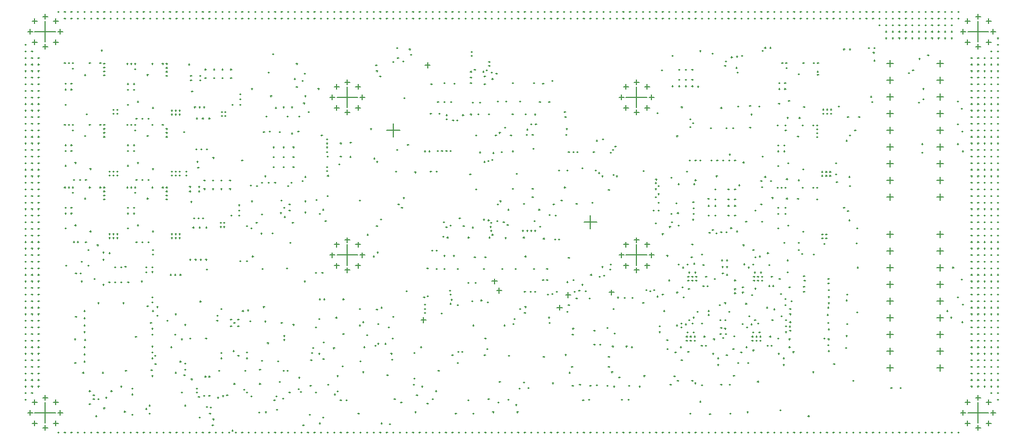
<source format=gbr>
G04*
G04 #@! TF.GenerationSoftware,Altium Limited,Altium Designer,24.9.1 (31)*
G04*
G04 Layer_Color=128*
%FSLAX44Y44*%
%MOMM*%
G71*
G04*
G04 #@! TF.SameCoordinates,11843470-2C0B-4DC8-9AB9-1888B6BF92CD*
G04*
G04*
G04 #@! TF.FilePolarity,Positive*
G04*
G01*
G75*
%ADD15C,0.1270*%
D15*
X618000Y569000D02*
X626000D01*
X622000Y565000D02*
Y573000D01*
X321984Y549500D02*
X324016D01*
X323000Y548484D02*
Y550516D01*
X321984Y562500D02*
X324016D01*
X323000Y561484D02*
Y563516D01*
X282984Y549500D02*
X285016D01*
X284000Y548484D02*
Y550516D01*
X282984Y562500D02*
X285016D01*
X284000Y561484D02*
Y563516D01*
X295984Y549500D02*
X298016D01*
X297000Y548484D02*
Y550516D01*
X295984Y562500D02*
X298016D01*
X297000Y561484D02*
Y563516D01*
X308984Y549500D02*
X311016D01*
X310000Y548484D02*
Y550516D01*
X308984Y562500D02*
X311016D01*
X310000Y561484D02*
Y563516D01*
X307484Y393500D02*
X309516D01*
X308500Y392484D02*
Y394516D01*
X307484Y380500D02*
X309516D01*
X308500Y379484D02*
Y381516D01*
X294484Y393500D02*
X296516D01*
X295500Y392484D02*
Y394516D01*
X294484Y380500D02*
X296516D01*
X295500Y379484D02*
Y381516D01*
X281484Y393500D02*
X283516D01*
X282500Y392484D02*
Y394516D01*
X281484Y380500D02*
X283516D01*
X282500Y379484D02*
Y381516D01*
X320484Y393500D02*
X322516D01*
X321500Y392484D02*
Y394516D01*
X320484Y380500D02*
X322516D01*
X321500Y379484D02*
Y381516D01*
X612000Y181000D02*
X620000D01*
X616000Y177000D02*
Y185000D01*
X819000Y200000D02*
X827000D01*
X823000Y196000D02*
Y204000D01*
X898000Y223000D02*
X906000D01*
X902000Y219000D02*
Y227000D01*
X832000Y219000D02*
X840000D01*
X836000Y215000D02*
Y223000D01*
X727000Y226000D02*
X735000D01*
X731000Y222000D02*
Y230000D01*
X720000Y240000D02*
X728000D01*
X724000Y236000D02*
Y244000D01*
X1397100Y368400D02*
X1407100D01*
X1402100Y363400D02*
Y373400D01*
X1397100Y393800D02*
X1407100D01*
X1402100Y388800D02*
Y398800D01*
X1320900Y368400D02*
X1330900D01*
X1325900Y363400D02*
Y373400D01*
X1320900Y393800D02*
X1330900D01*
X1325900Y388800D02*
Y398800D01*
X1397100Y419200D02*
X1407100D01*
X1402100Y414200D02*
Y424200D01*
X1320900Y419200D02*
X1330900D01*
X1325900Y414200D02*
Y424200D01*
X1397100Y470000D02*
X1407100D01*
X1402100Y465000D02*
Y475000D01*
X1397100Y444600D02*
X1407100D01*
X1402100Y439600D02*
Y449600D01*
X1397100Y520800D02*
X1407100D01*
X1402100Y515800D02*
Y525800D01*
X1320900Y571600D02*
X1330900D01*
X1325900Y566600D02*
Y576600D01*
X1397100Y571600D02*
X1407100D01*
X1402100Y566600D02*
Y576600D01*
X1397100Y546200D02*
X1407100D01*
X1402100Y541200D02*
Y551200D01*
X1320900Y495400D02*
X1330900D01*
X1325900Y490400D02*
Y500400D01*
X1320900Y470000D02*
X1330900D01*
X1325900Y465000D02*
Y475000D01*
X1320900Y444600D02*
X1330900D01*
X1325900Y439600D02*
Y449600D01*
X1320900Y546200D02*
X1330900D01*
X1325900Y541200D02*
Y551200D01*
X1397100Y495400D02*
X1407100D01*
X1402100Y490400D02*
Y500400D01*
X1320900Y520800D02*
X1330900D01*
X1325900Y515800D02*
Y525800D01*
X1320900Y286200D02*
X1330900D01*
X1325900Y281200D02*
Y291200D01*
X1320900Y184600D02*
X1330900D01*
X1325900Y179600D02*
Y189600D01*
X1320900Y210000D02*
X1330900D01*
X1325900Y205000D02*
Y215000D01*
X1320900Y235400D02*
X1330900D01*
X1325900Y230400D02*
Y240400D01*
X1397100Y286200D02*
X1407100D01*
X1402100Y281200D02*
Y291200D01*
X1397100Y311600D02*
X1407100D01*
X1402100Y306600D02*
Y316600D01*
X1320900Y311600D02*
X1330900D01*
X1325900Y306600D02*
Y316600D01*
X1397100Y260800D02*
X1407100D01*
X1402100Y255800D02*
Y265800D01*
X1320900Y159200D02*
X1330900D01*
X1325900Y154200D02*
Y164200D01*
X1397100Y159200D02*
X1407100D01*
X1402100Y154200D02*
Y164200D01*
X1320900Y133800D02*
X1330900D01*
X1325900Y128800D02*
Y138800D01*
X1320900Y108400D02*
X1330900D01*
X1325900Y103400D02*
Y113400D01*
X1397100Y133800D02*
X1407100D01*
X1402100Y128800D02*
Y138800D01*
X1397100Y108400D02*
X1407100D01*
X1402100Y103400D02*
Y113400D01*
X1397100Y184600D02*
X1407100D01*
X1402100Y179600D02*
Y189600D01*
X1397100Y210000D02*
X1407100D01*
X1402100Y205000D02*
Y215000D01*
X1397100Y235400D02*
X1407100D01*
X1402100Y230400D02*
Y240400D01*
X1320900Y260800D02*
X1330900D01*
X1325900Y255800D02*
Y265800D01*
X13330Y620000D02*
X20950D01*
X17140Y616190D02*
Y623810D01*
X20026Y603835D02*
X27646D01*
X23836Y600025D02*
Y607645D01*
X36190Y597140D02*
X43810D01*
X40000Y593330D02*
Y600950D01*
X20026Y636165D02*
X27646D01*
X23836Y632355D02*
Y639975D01*
X36190Y642860D02*
X43810D01*
X40000Y639050D02*
Y646670D01*
X52354Y603835D02*
X59974D01*
X56164Y600025D02*
Y607645D01*
X24100Y620000D02*
X55900D01*
X40000Y604100D02*
Y635900D01*
X52354Y636165D02*
X59974D01*
X56164Y632355D02*
Y639975D01*
X59050Y620000D02*
X66670D01*
X62860Y616190D02*
Y623810D01*
X1456190Y597140D02*
X1463810D01*
X1460000Y593330D02*
Y600950D01*
X1472354Y603835D02*
X1479974D01*
X1476164Y600025D02*
Y607645D01*
X1440026Y603835D02*
X1447646D01*
X1443836Y600025D02*
Y607645D01*
X1479050Y620000D02*
X1486670D01*
X1482860Y616190D02*
Y623810D01*
X1444100Y620000D02*
X1475900D01*
X1460000Y604100D02*
Y635900D01*
X1433330Y620000D02*
X1440950D01*
X1437140Y616190D02*
Y623810D01*
X1472354Y636165D02*
X1479974D01*
X1476164Y632355D02*
Y639975D01*
X1440026Y636165D02*
X1447646D01*
X1443836Y632355D02*
Y639975D01*
X1456190Y642860D02*
X1463810D01*
X1460000Y639050D02*
Y646670D01*
X1444100Y40000D02*
X1475900D01*
X1460000Y24100D02*
Y55900D01*
X1440026Y23836D02*
X1447646D01*
X1443836Y20026D02*
Y27646D01*
X1433330Y40000D02*
X1440950D01*
X1437140Y36190D02*
Y43810D01*
X1456190Y17140D02*
X1463810D01*
X1460000Y13330D02*
Y20950D01*
X1472354Y56164D02*
X1479974D01*
X1476164Y52354D02*
Y59974D01*
X1440026Y56164D02*
X1447646D01*
X1443836Y52354D02*
Y59974D01*
X1456190Y62860D02*
X1463810D01*
X1460000Y59050D02*
Y66670D01*
X1472354Y23836D02*
X1479974D01*
X1476164Y20026D02*
Y27646D01*
X1479050Y40000D02*
X1486670D01*
X1482860Y36190D02*
Y43810D01*
X20026Y23836D02*
X27646D01*
X23836Y20026D02*
Y27646D01*
X36190Y17140D02*
X43810D01*
X40000Y13330D02*
Y20950D01*
X13330Y40000D02*
X20950D01*
X17140Y36190D02*
Y43810D01*
X52354Y23836D02*
X59974D01*
X56164Y20026D02*
Y27646D01*
X52354Y56164D02*
X59974D01*
X56164Y52354D02*
Y59974D01*
X59050Y40000D02*
X66670D01*
X62860Y36190D02*
Y43810D01*
X20026Y56164D02*
X27646D01*
X23836Y52354D02*
Y59974D01*
X24100Y40000D02*
X55900D01*
X40000Y24100D02*
Y55900D01*
X36190Y62860D02*
X43810D01*
X40000Y59050D02*
Y66670D01*
X480025Y503836D02*
X487645D01*
X483835Y500026D02*
Y507646D01*
X496190Y497140D02*
X503810D01*
X500000Y493330D02*
Y500950D01*
X512354Y503836D02*
X519974D01*
X516164Y500026D02*
Y507646D01*
X484100Y520000D02*
X515900D01*
X500000Y504100D02*
Y535900D01*
X473330Y520000D02*
X480950D01*
X477140Y516190D02*
Y523810D01*
X519050Y520000D02*
X526670D01*
X522860Y516190D02*
Y523810D01*
X480025Y536164D02*
X487645D01*
X483835Y532354D02*
Y539974D01*
X512354Y536164D02*
X519974D01*
X516164Y532354D02*
Y539974D01*
X496190Y542860D02*
X503810D01*
X500000Y539050D02*
Y546670D01*
X936190Y257140D02*
X943810D01*
X940000Y253330D02*
Y260950D01*
X924100Y280000D02*
X955900D01*
X940000Y264100D02*
Y295900D01*
X920025Y263836D02*
X927645D01*
X923835Y260026D02*
Y267646D01*
X952355Y263836D02*
X959975D01*
X956165Y260026D02*
Y267646D01*
X913330Y280000D02*
X920950D01*
X917140Y276190D02*
Y283810D01*
X920025Y296164D02*
X927645D01*
X923835Y292354D02*
Y299974D01*
X959050Y280000D02*
X966670D01*
X962860Y276190D02*
Y283810D01*
X936190Y302860D02*
X943810D01*
X940000Y299050D02*
Y306670D01*
X952355Y296164D02*
X959975D01*
X956165Y292354D02*
Y299974D01*
X484100Y280000D02*
X515900D01*
X500000Y264100D02*
Y295900D01*
X480025Y263836D02*
X487645D01*
X483835Y260026D02*
Y267646D01*
X496190Y257140D02*
X503810D01*
X500000Y253330D02*
Y260950D01*
X512354Y263836D02*
X519974D01*
X516164Y260026D02*
Y267646D01*
X473330Y280000D02*
X480950D01*
X477140Y276190D02*
Y283810D01*
X519050Y280000D02*
X526670D01*
X522860Y276190D02*
Y283810D01*
X480025Y296164D02*
X487645D01*
X483835Y292354D02*
Y299974D01*
X512354Y296164D02*
X519974D01*
X516164Y292354D02*
Y299974D01*
X496190Y302860D02*
X503810D01*
X500000Y299050D02*
Y306670D01*
X920025Y503836D02*
X927645D01*
X923835Y500026D02*
Y507646D01*
X924100Y520000D02*
X955900D01*
X940000Y504100D02*
Y535900D01*
X913330Y520000D02*
X920950D01*
X917140Y516190D02*
Y523810D01*
X920025Y536164D02*
X927645D01*
X923835Y532354D02*
Y539974D01*
X936190Y497140D02*
X943810D01*
X940000Y493330D02*
Y500950D01*
X952355Y503836D02*
X959975D01*
X956165Y500026D02*
Y507646D01*
X952355Y536164D02*
X959975D01*
X956165Y532354D02*
Y539974D01*
X959050Y520000D02*
X966670D01*
X962860Y516190D02*
Y523810D01*
X936190Y542860D02*
X943810D01*
X940000Y539050D02*
Y546670D01*
X560000Y470000D02*
X580000D01*
X570000Y460000D02*
Y480000D01*
X860000Y330000D02*
X880000D01*
X870000Y320000D02*
Y340000D01*
X516000Y39000D02*
X518000D01*
X517000Y38000D02*
Y40000D01*
X1383000Y584000D02*
X1385000D01*
X1384000Y583000D02*
Y585000D01*
X1374000Y436000D02*
X1376000D01*
X1375000Y435000D02*
Y437000D01*
X1374000Y449000D02*
X1376000D01*
X1375000Y448000D02*
Y450000D01*
X1360000Y561000D02*
X1362000D01*
X1361000Y560000D02*
Y562000D01*
X1354000Y557000D02*
X1356000D01*
X1355000Y556000D02*
Y558000D01*
X1376000Y517000D02*
X1378000D01*
X1377000Y516000D02*
Y518000D01*
X1369000Y512000D02*
X1371000D01*
X1370000Y511000D02*
Y513000D01*
X1376000Y533000D02*
X1378000D01*
X1377000Y532000D02*
Y534000D01*
X1370000Y578600D02*
X1372000D01*
X1371000Y577600D02*
Y579600D01*
X1341000Y78000D02*
X1343000D01*
X1342000Y77000D02*
Y79000D01*
X1327000Y78000D02*
X1329000D01*
X1328000Y77000D02*
Y79000D01*
X333107Y126645D02*
X335107D01*
X334107Y125645D02*
Y127645D01*
X326000Y134000D02*
X328000D01*
X327000Y133000D02*
Y135000D01*
X1429000Y640000D02*
X1431000D01*
X1430000Y639000D02*
Y641000D01*
X1429000Y650000D02*
X1431000D01*
X1430000Y649000D02*
Y651000D01*
X1479000Y70000D02*
X1481000D01*
X1480000Y69000D02*
Y71000D01*
X1449000Y100000D02*
X1451000D01*
X1450000Y99000D02*
Y101000D01*
X1449000Y90000D02*
X1451000D01*
X1450000Y89000D02*
Y91000D01*
X1449000Y120000D02*
X1451000D01*
X1450000Y119000D02*
Y121000D01*
X1449000Y110000D02*
X1451000D01*
X1450000Y109000D02*
Y111000D01*
X1449000Y80000D02*
X1451000D01*
X1450000Y79000D02*
Y81000D01*
X1449000Y150000D02*
X1451000D01*
X1450000Y149000D02*
Y151000D01*
X1449000Y140000D02*
X1451000D01*
X1450000Y139000D02*
Y141000D01*
X1449000Y170000D02*
X1451000D01*
X1450000Y169000D02*
Y171000D01*
X1449000Y160000D02*
X1451000D01*
X1450000Y159000D02*
Y161000D01*
X1449000Y130000D02*
X1451000D01*
X1450000Y129000D02*
Y131000D01*
X1449000Y210000D02*
X1451000D01*
X1450000Y209000D02*
Y211000D01*
X1449000Y200000D02*
X1451000D01*
X1450000Y199000D02*
Y201000D01*
X1449000Y230000D02*
X1451000D01*
X1450000Y229000D02*
Y231000D01*
X1449000Y220000D02*
X1451000D01*
X1450000Y219000D02*
Y221000D01*
X1449000Y180000D02*
X1451000D01*
X1450000Y179000D02*
Y181000D01*
X1449000Y190000D02*
X1451000D01*
X1450000Y189000D02*
Y191000D01*
X1449000Y250000D02*
X1451000D01*
X1450000Y249000D02*
Y251000D01*
X1449000Y240000D02*
X1451000D01*
X1450000Y239000D02*
Y241000D01*
X1449000Y270000D02*
X1451000D01*
X1450000Y269000D02*
Y271000D01*
X1449000Y260000D02*
X1451000D01*
X1450000Y259000D02*
Y261000D01*
X1449000Y290000D02*
X1451000D01*
X1450000Y289000D02*
Y291000D01*
X1449000Y280000D02*
X1451000D01*
X1450000Y279000D02*
Y281000D01*
X1449000Y300000D02*
X1451000D01*
X1450000Y299000D02*
Y301000D01*
X1449000Y320000D02*
X1451000D01*
X1450000Y319000D02*
Y321000D01*
X1449000Y310000D02*
X1451000D01*
X1450000Y309000D02*
Y311000D01*
X1449000Y340000D02*
X1451000D01*
X1450000Y339000D02*
Y341000D01*
X1449000Y330000D02*
X1451000D01*
X1450000Y329000D02*
Y331000D01*
X1449000Y360000D02*
X1451000D01*
X1450000Y359000D02*
Y361000D01*
X1449000Y350000D02*
X1451000D01*
X1450000Y349000D02*
Y351000D01*
X1449000Y380000D02*
X1451000D01*
X1450000Y379000D02*
Y381000D01*
X1449000Y370000D02*
X1451000D01*
X1450000Y369000D02*
Y371000D01*
X1449000Y390000D02*
X1451000D01*
X1450000Y389000D02*
Y391000D01*
X1449000Y400000D02*
X1451000D01*
X1450000Y399000D02*
Y401000D01*
X1449000Y410000D02*
X1451000D01*
X1450000Y409000D02*
Y411000D01*
X1449000Y430000D02*
X1451000D01*
X1450000Y429000D02*
Y431000D01*
X1449000Y420000D02*
X1451000D01*
X1450000Y419000D02*
Y421000D01*
X1449000Y450000D02*
X1451000D01*
X1450000Y449000D02*
Y451000D01*
X1449000Y440000D02*
X1451000D01*
X1450000Y439000D02*
Y441000D01*
X1449000Y470000D02*
X1451000D01*
X1450000Y469000D02*
Y471000D01*
X1449000Y460000D02*
X1451000D01*
X1450000Y459000D02*
Y461000D01*
X1449000Y490000D02*
X1451000D01*
X1450000Y489000D02*
Y491000D01*
X1449000Y480000D02*
X1451000D01*
X1450000Y479000D02*
Y481000D01*
X1449000Y500000D02*
X1451000D01*
X1450000Y499000D02*
Y501000D01*
X1449000Y540000D02*
X1451000D01*
X1450000Y539000D02*
Y541000D01*
X1449000Y530000D02*
X1451000D01*
X1450000Y529000D02*
Y531000D01*
X1449000Y560000D02*
X1451000D01*
X1450000Y559000D02*
Y561000D01*
X1449000Y550000D02*
X1451000D01*
X1450000Y549000D02*
Y551000D01*
X1449000Y520000D02*
X1451000D01*
X1450000Y519000D02*
Y521000D01*
X1449000Y510000D02*
X1451000D01*
X1450000Y509000D02*
Y511000D01*
X1449000Y580000D02*
X1451000D01*
X1450000Y579000D02*
Y581000D01*
X1449000Y570000D02*
X1451000D01*
X1450000Y569000D02*
Y571000D01*
X1459000Y100000D02*
X1461000D01*
X1460000Y99000D02*
Y101000D01*
X1459000Y90000D02*
X1461000D01*
X1460000Y89000D02*
Y91000D01*
X1459000Y120000D02*
X1461000D01*
X1460000Y119000D02*
Y121000D01*
X1459000Y110000D02*
X1461000D01*
X1460000Y109000D02*
Y111000D01*
X1459000Y80000D02*
X1461000D01*
X1460000Y79000D02*
Y81000D01*
X1459000Y150000D02*
X1461000D01*
X1460000Y149000D02*
Y151000D01*
X1459000Y140000D02*
X1461000D01*
X1460000Y139000D02*
Y141000D01*
X1459000Y170000D02*
X1461000D01*
X1460000Y169000D02*
Y171000D01*
X1459000Y160000D02*
X1461000D01*
X1460000Y159000D02*
Y161000D01*
X1459000Y130000D02*
X1461000D01*
X1460000Y129000D02*
Y131000D01*
X1459000Y210000D02*
X1461000D01*
X1460000Y209000D02*
Y211000D01*
X1459000Y200000D02*
X1461000D01*
X1460000Y199000D02*
Y201000D01*
X1459000Y230000D02*
X1461000D01*
X1460000Y229000D02*
Y231000D01*
X1459000Y220000D02*
X1461000D01*
X1460000Y219000D02*
Y221000D01*
X1459000Y180000D02*
X1461000D01*
X1460000Y179000D02*
Y181000D01*
X1459000Y190000D02*
X1461000D01*
X1460000Y189000D02*
Y191000D01*
X1459000Y250000D02*
X1461000D01*
X1460000Y249000D02*
Y251000D01*
X1459000Y240000D02*
X1461000D01*
X1460000Y239000D02*
Y241000D01*
X1459000Y270000D02*
X1461000D01*
X1460000Y269000D02*
Y271000D01*
X1459000Y260000D02*
X1461000D01*
X1460000Y259000D02*
Y261000D01*
X1459000Y290000D02*
X1461000D01*
X1460000Y289000D02*
Y291000D01*
X1459000Y280000D02*
X1461000D01*
X1460000Y279000D02*
Y281000D01*
X1459000Y300000D02*
X1461000D01*
X1460000Y299000D02*
Y301000D01*
X1459000Y320000D02*
X1461000D01*
X1460000Y319000D02*
Y321000D01*
X1459000Y310000D02*
X1461000D01*
X1460000Y309000D02*
Y311000D01*
X1459000Y340000D02*
X1461000D01*
X1460000Y339000D02*
Y341000D01*
X1459000Y330000D02*
X1461000D01*
X1460000Y329000D02*
Y331000D01*
X1459000Y360000D02*
X1461000D01*
X1460000Y359000D02*
Y361000D01*
X1459000Y350000D02*
X1461000D01*
X1460000Y349000D02*
Y351000D01*
X1459000Y380000D02*
X1461000D01*
X1460000Y379000D02*
Y381000D01*
X1459000Y370000D02*
X1461000D01*
X1460000Y369000D02*
Y371000D01*
X1459000Y390000D02*
X1461000D01*
X1460000Y389000D02*
Y391000D01*
X1459000Y400000D02*
X1461000D01*
X1460000Y399000D02*
Y401000D01*
X1459000Y410000D02*
X1461000D01*
X1460000Y409000D02*
Y411000D01*
X1459000Y430000D02*
X1461000D01*
X1460000Y429000D02*
Y431000D01*
X1459000Y420000D02*
X1461000D01*
X1460000Y419000D02*
Y421000D01*
X1459000Y450000D02*
X1461000D01*
X1460000Y449000D02*
Y451000D01*
X1459000Y440000D02*
X1461000D01*
X1460000Y439000D02*
Y441000D01*
X1459000Y470000D02*
X1461000D01*
X1460000Y469000D02*
Y471000D01*
X1459000Y460000D02*
X1461000D01*
X1460000Y459000D02*
Y461000D01*
X1459000Y490000D02*
X1461000D01*
X1460000Y489000D02*
Y491000D01*
X1459000Y480000D02*
X1461000D01*
X1460000Y479000D02*
Y481000D01*
X1459000Y500000D02*
X1461000D01*
X1460000Y499000D02*
Y501000D01*
X1459000Y540000D02*
X1461000D01*
X1460000Y539000D02*
Y541000D01*
X1459000Y530000D02*
X1461000D01*
X1460000Y529000D02*
Y531000D01*
X1459000Y560000D02*
X1461000D01*
X1460000Y559000D02*
Y561000D01*
X1459000Y550000D02*
X1461000D01*
X1460000Y549000D02*
Y551000D01*
X1459000Y520000D02*
X1461000D01*
X1460000Y519000D02*
Y521000D01*
X1459000Y510000D02*
X1461000D01*
X1460000Y509000D02*
Y511000D01*
X1459000Y580000D02*
X1461000D01*
X1460000Y579000D02*
Y581000D01*
X1459000Y570000D02*
X1461000D01*
X1460000Y569000D02*
Y571000D01*
X1469000Y100000D02*
X1471000D01*
X1470000Y99000D02*
Y101000D01*
X1469000Y90000D02*
X1471000D01*
X1470000Y89000D02*
Y91000D01*
X1469000Y120000D02*
X1471000D01*
X1470000Y119000D02*
Y121000D01*
X1469000Y110000D02*
X1471000D01*
X1470000Y109000D02*
Y111000D01*
X1469000Y80000D02*
X1471000D01*
X1470000Y79000D02*
Y81000D01*
X1469000Y150000D02*
X1471000D01*
X1470000Y149000D02*
Y151000D01*
X1469000Y140000D02*
X1471000D01*
X1470000Y139000D02*
Y141000D01*
X1469000Y170000D02*
X1471000D01*
X1470000Y169000D02*
Y171000D01*
X1469000Y160000D02*
X1471000D01*
X1470000Y159000D02*
Y161000D01*
X1469000Y130000D02*
X1471000D01*
X1470000Y129000D02*
Y131000D01*
X1469000Y210000D02*
X1471000D01*
X1470000Y209000D02*
Y211000D01*
X1469000Y200000D02*
X1471000D01*
X1470000Y199000D02*
Y201000D01*
X1469000Y230000D02*
X1471000D01*
X1470000Y229000D02*
Y231000D01*
X1469000Y220000D02*
X1471000D01*
X1470000Y219000D02*
Y221000D01*
X1469000Y180000D02*
X1471000D01*
X1470000Y179000D02*
Y181000D01*
X1469000Y190000D02*
X1471000D01*
X1470000Y189000D02*
Y191000D01*
X1469000Y250000D02*
X1471000D01*
X1470000Y249000D02*
Y251000D01*
X1469000Y240000D02*
X1471000D01*
X1470000Y239000D02*
Y241000D01*
X1469000Y270000D02*
X1471000D01*
X1470000Y269000D02*
Y271000D01*
X1469000Y260000D02*
X1471000D01*
X1470000Y259000D02*
Y261000D01*
X1469000Y290000D02*
X1471000D01*
X1470000Y289000D02*
Y291000D01*
X1469000Y280000D02*
X1471000D01*
X1470000Y279000D02*
Y281000D01*
X1469000Y300000D02*
X1471000D01*
X1470000Y299000D02*
Y301000D01*
X1469000Y320000D02*
X1471000D01*
X1470000Y319000D02*
Y321000D01*
X1469000Y310000D02*
X1471000D01*
X1470000Y309000D02*
Y311000D01*
X1469000Y340000D02*
X1471000D01*
X1470000Y339000D02*
Y341000D01*
X1469000Y330000D02*
X1471000D01*
X1470000Y329000D02*
Y331000D01*
X1469000Y360000D02*
X1471000D01*
X1470000Y359000D02*
Y361000D01*
X1469000Y350000D02*
X1471000D01*
X1470000Y349000D02*
Y351000D01*
X1469000Y380000D02*
X1471000D01*
X1470000Y379000D02*
Y381000D01*
X1469000Y370000D02*
X1471000D01*
X1470000Y369000D02*
Y371000D01*
X1469000Y390000D02*
X1471000D01*
X1470000Y389000D02*
Y391000D01*
X1469000Y400000D02*
X1471000D01*
X1470000Y399000D02*
Y401000D01*
X1469000Y410000D02*
X1471000D01*
X1470000Y409000D02*
Y411000D01*
X1469000Y430000D02*
X1471000D01*
X1470000Y429000D02*
Y431000D01*
X1469000Y420000D02*
X1471000D01*
X1470000Y419000D02*
Y421000D01*
X1469000Y450000D02*
X1471000D01*
X1470000Y449000D02*
Y451000D01*
X1469000Y440000D02*
X1471000D01*
X1470000Y439000D02*
Y441000D01*
X1469000Y470000D02*
X1471000D01*
X1470000Y469000D02*
Y471000D01*
X1469000Y460000D02*
X1471000D01*
X1470000Y459000D02*
Y461000D01*
X1469000Y490000D02*
X1471000D01*
X1470000Y489000D02*
Y491000D01*
X1469000Y480000D02*
X1471000D01*
X1470000Y479000D02*
Y481000D01*
X1469000Y500000D02*
X1471000D01*
X1470000Y499000D02*
Y501000D01*
X1469000Y540000D02*
X1471000D01*
X1470000Y539000D02*
Y541000D01*
X1469000Y530000D02*
X1471000D01*
X1470000Y529000D02*
Y531000D01*
X1469000Y560000D02*
X1471000D01*
X1470000Y559000D02*
Y561000D01*
X1469000Y550000D02*
X1471000D01*
X1470000Y549000D02*
Y551000D01*
X1469000Y520000D02*
X1471000D01*
X1470000Y519000D02*
Y521000D01*
X1469000Y510000D02*
X1471000D01*
X1470000Y509000D02*
Y511000D01*
X1469000Y580000D02*
X1471000D01*
X1470000Y579000D02*
Y581000D01*
X1469000Y570000D02*
X1471000D01*
X1470000Y569000D02*
Y571000D01*
X1479000Y80000D02*
X1481000D01*
X1480000Y79000D02*
Y81000D01*
X1479000Y110000D02*
X1481000D01*
X1480000Y109000D02*
Y111000D01*
X1479000Y100000D02*
X1481000D01*
X1480000Y99000D02*
Y101000D01*
X1479000Y130000D02*
X1481000D01*
X1480000Y129000D02*
Y131000D01*
X1479000Y120000D02*
X1481000D01*
X1480000Y119000D02*
Y121000D01*
X1479000Y90000D02*
X1481000D01*
X1480000Y89000D02*
Y91000D01*
X1479000Y160000D02*
X1481000D01*
X1480000Y159000D02*
Y161000D01*
X1479000Y150000D02*
X1481000D01*
X1480000Y149000D02*
Y151000D01*
X1479000Y180000D02*
X1481000D01*
X1480000Y179000D02*
Y181000D01*
X1479000Y170000D02*
X1481000D01*
X1480000Y169000D02*
Y171000D01*
X1479000Y140000D02*
X1481000D01*
X1480000Y139000D02*
Y141000D01*
X1479000Y220000D02*
X1481000D01*
X1480000Y219000D02*
Y221000D01*
X1479000Y210000D02*
X1481000D01*
X1480000Y209000D02*
Y211000D01*
X1479000Y240000D02*
X1481000D01*
X1480000Y239000D02*
Y241000D01*
X1479000Y230000D02*
X1481000D01*
X1480000Y229000D02*
Y231000D01*
X1479000Y190000D02*
X1481000D01*
X1480000Y189000D02*
Y191000D01*
X1479000Y200000D02*
X1481000D01*
X1480000Y199000D02*
Y201000D01*
X1479000Y260000D02*
X1481000D01*
X1480000Y259000D02*
Y261000D01*
X1479000Y250000D02*
X1481000D01*
X1480000Y249000D02*
Y251000D01*
X1479000Y280000D02*
X1481000D01*
X1480000Y279000D02*
Y281000D01*
X1479000Y270000D02*
X1481000D01*
X1480000Y269000D02*
Y271000D01*
X1479000Y300000D02*
X1481000D01*
X1480000Y299000D02*
Y301000D01*
X1479000Y290000D02*
X1481000D01*
X1480000Y289000D02*
Y291000D01*
X1479000Y310000D02*
X1481000D01*
X1480000Y309000D02*
Y311000D01*
X1479000Y330000D02*
X1481000D01*
X1480000Y329000D02*
Y331000D01*
X1479000Y320000D02*
X1481000D01*
X1480000Y319000D02*
Y321000D01*
X1479000Y350000D02*
X1481000D01*
X1480000Y349000D02*
Y351000D01*
X1479000Y340000D02*
X1481000D01*
X1480000Y339000D02*
Y341000D01*
X1479000Y370000D02*
X1481000D01*
X1480000Y369000D02*
Y371000D01*
X1479000Y360000D02*
X1481000D01*
X1480000Y359000D02*
Y361000D01*
X1479000Y390000D02*
X1481000D01*
X1480000Y389000D02*
Y391000D01*
X1479000Y380000D02*
X1481000D01*
X1480000Y379000D02*
Y381000D01*
X1479000Y400000D02*
X1481000D01*
X1480000Y399000D02*
Y401000D01*
X1479000Y410000D02*
X1481000D01*
X1480000Y409000D02*
Y411000D01*
X1479000Y420000D02*
X1481000D01*
X1480000Y419000D02*
Y421000D01*
X1479000Y440000D02*
X1481000D01*
X1480000Y439000D02*
Y441000D01*
X1479000Y430000D02*
X1481000D01*
X1480000Y429000D02*
Y431000D01*
X1479000Y460000D02*
X1481000D01*
X1480000Y459000D02*
Y461000D01*
X1479000Y450000D02*
X1481000D01*
X1480000Y449000D02*
Y451000D01*
X1479000Y480000D02*
X1481000D01*
X1480000Y479000D02*
Y481000D01*
X1479000Y470000D02*
X1481000D01*
X1480000Y469000D02*
Y471000D01*
X1479000Y500000D02*
X1481000D01*
X1480000Y499000D02*
Y501000D01*
X1479000Y490000D02*
X1481000D01*
X1480000Y489000D02*
Y491000D01*
X1479000Y510000D02*
X1481000D01*
X1480000Y509000D02*
Y511000D01*
X1479000Y550000D02*
X1481000D01*
X1480000Y549000D02*
Y551000D01*
X1479000Y540000D02*
X1481000D01*
X1480000Y539000D02*
Y541000D01*
X1479000Y570000D02*
X1481000D01*
X1480000Y569000D02*
Y571000D01*
X1479000Y560000D02*
X1481000D01*
X1480000Y559000D02*
Y561000D01*
X1479000Y530000D02*
X1481000D01*
X1480000Y529000D02*
Y531000D01*
X1479000Y520000D02*
X1481000D01*
X1480000Y519000D02*
Y521000D01*
X1479000Y590000D02*
X1481000D01*
X1480000Y589000D02*
Y591000D01*
X1479000Y580000D02*
X1481000D01*
X1480000Y579000D02*
Y581000D01*
X29000Y80000D02*
X31000D01*
X30000Y79000D02*
Y81000D01*
X29000Y110000D02*
X31000D01*
X30000Y109000D02*
Y111000D01*
X29000Y100000D02*
X31000D01*
X30000Y99000D02*
Y101000D01*
X29000Y130000D02*
X31000D01*
X30000Y129000D02*
Y131000D01*
X29000Y120000D02*
X31000D01*
X30000Y119000D02*
Y121000D01*
X29000Y90000D02*
X31000D01*
X30000Y89000D02*
Y91000D01*
X29000Y160000D02*
X31000D01*
X30000Y159000D02*
Y161000D01*
X29000Y150000D02*
X31000D01*
X30000Y149000D02*
Y151000D01*
X29000Y180000D02*
X31000D01*
X30000Y179000D02*
Y181000D01*
X29000Y170000D02*
X31000D01*
X30000Y169000D02*
Y171000D01*
X29000Y140000D02*
X31000D01*
X30000Y139000D02*
Y141000D01*
X29000Y220000D02*
X31000D01*
X30000Y219000D02*
Y221000D01*
X29000Y210000D02*
X31000D01*
X30000Y209000D02*
Y211000D01*
X29000Y240000D02*
X31000D01*
X30000Y239000D02*
Y241000D01*
X29000Y230000D02*
X31000D01*
X30000Y229000D02*
Y231000D01*
X29000Y190000D02*
X31000D01*
X30000Y189000D02*
Y191000D01*
X29000Y200000D02*
X31000D01*
X30000Y199000D02*
Y201000D01*
X29000Y260000D02*
X31000D01*
X30000Y259000D02*
Y261000D01*
X29000Y250000D02*
X31000D01*
X30000Y249000D02*
Y251000D01*
X29000Y280000D02*
X31000D01*
X30000Y279000D02*
Y281000D01*
X29000Y270000D02*
X31000D01*
X30000Y269000D02*
Y271000D01*
X29000Y300000D02*
X31000D01*
X30000Y299000D02*
Y301000D01*
X29000Y290000D02*
X31000D01*
X30000Y289000D02*
Y291000D01*
X29000Y310000D02*
X31000D01*
X30000Y309000D02*
Y311000D01*
X29000Y330000D02*
X31000D01*
X30000Y329000D02*
Y331000D01*
X29000Y320000D02*
X31000D01*
X30000Y319000D02*
Y321000D01*
X29000Y350000D02*
X31000D01*
X30000Y349000D02*
Y351000D01*
X29000Y340000D02*
X31000D01*
X30000Y339000D02*
Y341000D01*
X29000Y370000D02*
X31000D01*
X30000Y369000D02*
Y371000D01*
X29000Y360000D02*
X31000D01*
X30000Y359000D02*
Y361000D01*
X29000Y390000D02*
X31000D01*
X30000Y389000D02*
Y391000D01*
X29000Y380000D02*
X31000D01*
X30000Y379000D02*
Y381000D01*
X29000Y400000D02*
X31000D01*
X30000Y399000D02*
Y401000D01*
X29000Y410000D02*
X31000D01*
X30000Y409000D02*
Y411000D01*
X29000Y420000D02*
X31000D01*
X30000Y419000D02*
Y421000D01*
X29000Y440000D02*
X31000D01*
X30000Y439000D02*
Y441000D01*
X29000Y430000D02*
X31000D01*
X30000Y429000D02*
Y431000D01*
X29000Y460000D02*
X31000D01*
X30000Y459000D02*
Y461000D01*
X29000Y450000D02*
X31000D01*
X30000Y449000D02*
Y451000D01*
X29000Y480000D02*
X31000D01*
X30000Y479000D02*
Y481000D01*
X29000Y470000D02*
X31000D01*
X30000Y469000D02*
Y471000D01*
X29000Y500000D02*
X31000D01*
X30000Y499000D02*
Y501000D01*
X29000Y490000D02*
X31000D01*
X30000Y489000D02*
Y491000D01*
X29000Y510000D02*
X31000D01*
X30000Y509000D02*
Y511000D01*
X29000Y550000D02*
X31000D01*
X30000Y549000D02*
Y551000D01*
X29000Y540000D02*
X31000D01*
X30000Y539000D02*
Y541000D01*
X29000Y570000D02*
X31000D01*
X30000Y569000D02*
Y571000D01*
X29000Y560000D02*
X31000D01*
X30000Y559000D02*
Y561000D01*
X29000Y530000D02*
X31000D01*
X30000Y529000D02*
Y531000D01*
X29000Y520000D02*
X31000D01*
X30000Y519000D02*
Y521000D01*
X29000Y580000D02*
X31000D01*
X30000Y579000D02*
Y581000D01*
X19000Y80000D02*
X21000D01*
X20000Y79000D02*
Y81000D01*
X19000Y70000D02*
X21000D01*
X20000Y69000D02*
Y71000D01*
X19000Y110000D02*
X21000D01*
X20000Y109000D02*
Y111000D01*
X19000Y100000D02*
X21000D01*
X20000Y99000D02*
Y101000D01*
X19000Y130000D02*
X21000D01*
X20000Y129000D02*
Y131000D01*
X19000Y120000D02*
X21000D01*
X20000Y119000D02*
Y121000D01*
X19000Y90000D02*
X21000D01*
X20000Y89000D02*
Y91000D01*
X19000Y160000D02*
X21000D01*
X20000Y159000D02*
Y161000D01*
X19000Y150000D02*
X21000D01*
X20000Y149000D02*
Y151000D01*
X19000Y180000D02*
X21000D01*
X20000Y179000D02*
Y181000D01*
X19000Y170000D02*
X21000D01*
X20000Y169000D02*
Y171000D01*
X19000Y140000D02*
X21000D01*
X20000Y139000D02*
Y141000D01*
X19000Y220000D02*
X21000D01*
X20000Y219000D02*
Y221000D01*
X19000Y210000D02*
X21000D01*
X20000Y209000D02*
Y211000D01*
X19000Y240000D02*
X21000D01*
X20000Y239000D02*
Y241000D01*
X19000Y230000D02*
X21000D01*
X20000Y229000D02*
Y231000D01*
X19000Y190000D02*
X21000D01*
X20000Y189000D02*
Y191000D01*
X19000Y200000D02*
X21000D01*
X20000Y199000D02*
Y201000D01*
X19000Y260000D02*
X21000D01*
X20000Y259000D02*
Y261000D01*
X19000Y250000D02*
X21000D01*
X20000Y249000D02*
Y251000D01*
X19000Y280000D02*
X21000D01*
X20000Y279000D02*
Y281000D01*
X19000Y270000D02*
X21000D01*
X20000Y269000D02*
Y271000D01*
X19000Y300000D02*
X21000D01*
X20000Y299000D02*
Y301000D01*
X19000Y290000D02*
X21000D01*
X20000Y289000D02*
Y291000D01*
X19000Y310000D02*
X21000D01*
X20000Y309000D02*
Y311000D01*
X19000Y330000D02*
X21000D01*
X20000Y329000D02*
Y331000D01*
X19000Y320000D02*
X21000D01*
X20000Y319000D02*
Y321000D01*
X19000Y350000D02*
X21000D01*
X20000Y349000D02*
Y351000D01*
X19000Y340000D02*
X21000D01*
X20000Y339000D02*
Y341000D01*
X19000Y370000D02*
X21000D01*
X20000Y369000D02*
Y371000D01*
X19000Y360000D02*
X21000D01*
X20000Y359000D02*
Y361000D01*
X19000Y390000D02*
X21000D01*
X20000Y389000D02*
Y391000D01*
X19000Y380000D02*
X21000D01*
X20000Y379000D02*
Y381000D01*
X19000Y400000D02*
X21000D01*
X20000Y399000D02*
Y401000D01*
X19000Y410000D02*
X21000D01*
X20000Y409000D02*
Y411000D01*
X19000Y420000D02*
X21000D01*
X20000Y419000D02*
Y421000D01*
X19000Y440000D02*
X21000D01*
X20000Y439000D02*
Y441000D01*
X19000Y430000D02*
X21000D01*
X20000Y429000D02*
Y431000D01*
X19000Y460000D02*
X21000D01*
X20000Y459000D02*
Y461000D01*
X19000Y450000D02*
X21000D01*
X20000Y449000D02*
Y451000D01*
X19000Y480000D02*
X21000D01*
X20000Y479000D02*
Y481000D01*
X19000Y470000D02*
X21000D01*
X20000Y469000D02*
Y471000D01*
X19000Y500000D02*
X21000D01*
X20000Y499000D02*
Y501000D01*
X19000Y490000D02*
X21000D01*
X20000Y489000D02*
Y491000D01*
X19000Y510000D02*
X21000D01*
X20000Y509000D02*
Y511000D01*
X19000Y550000D02*
X21000D01*
X20000Y549000D02*
Y551000D01*
X19000Y540000D02*
X21000D01*
X20000Y539000D02*
Y541000D01*
X19000Y570000D02*
X21000D01*
X20000Y569000D02*
Y571000D01*
X19000Y560000D02*
X21000D01*
X20000Y559000D02*
Y561000D01*
X19000Y530000D02*
X21000D01*
X20000Y529000D02*
Y531000D01*
X19000Y520000D02*
X21000D01*
X20000Y519000D02*
Y521000D01*
X19000Y590000D02*
X21000D01*
X20000Y589000D02*
Y591000D01*
X19000Y580000D02*
X21000D01*
X20000Y579000D02*
Y581000D01*
X503818Y429446D02*
X505818D01*
X504818Y428446D02*
Y430446D01*
X504086Y451119D02*
X506086D01*
X505086Y450120D02*
Y452119D01*
X518268Y363086D02*
X520268D01*
X519268Y362086D02*
Y364086D01*
X489000Y430000D02*
X491000D01*
X490000Y429000D02*
Y431000D01*
X489000Y450000D02*
X491000D01*
X490000Y449000D02*
Y451000D01*
X1409000Y610000D02*
X1411000D01*
X1410000Y609000D02*
Y611000D01*
X1399000Y610000D02*
X1401000D01*
X1400000Y609000D02*
Y611000D01*
X1419000Y610000D02*
X1421000D01*
X1420000Y609000D02*
Y611000D01*
X1319000Y610000D02*
X1321000D01*
X1320000Y609000D02*
Y611000D01*
X1339000Y610000D02*
X1341000D01*
X1340000Y609000D02*
Y611000D01*
X1329000Y610000D02*
X1331000D01*
X1330000Y609000D02*
Y611000D01*
X1369000Y610000D02*
X1371000D01*
X1370000Y609000D02*
Y611000D01*
X1359000Y610000D02*
X1361000D01*
X1360000Y609000D02*
Y611000D01*
X1389000Y610000D02*
X1391000D01*
X1390000Y609000D02*
Y611000D01*
X1379000Y610000D02*
X1381000D01*
X1380000Y609000D02*
Y611000D01*
X1349000Y610000D02*
X1351000D01*
X1350000Y609000D02*
Y611000D01*
X1409000Y620000D02*
X1411000D01*
X1410000Y619000D02*
Y621000D01*
X1399000Y620000D02*
X1401000D01*
X1400000Y619000D02*
Y621000D01*
X1419000Y620000D02*
X1421000D01*
X1420000Y619000D02*
Y621000D01*
X1319000Y620000D02*
X1321000D01*
X1320000Y619000D02*
Y621000D01*
X1339000Y620000D02*
X1341000D01*
X1340000Y619000D02*
Y621000D01*
X1329000Y620000D02*
X1331000D01*
X1330000Y619000D02*
Y621000D01*
X1369000Y620000D02*
X1371000D01*
X1370000Y619000D02*
Y621000D01*
X1359000Y620000D02*
X1361000D01*
X1360000Y619000D02*
Y621000D01*
X1389000Y620000D02*
X1391000D01*
X1390000Y619000D02*
Y621000D01*
X1379000Y620000D02*
X1381000D01*
X1380000Y619000D02*
Y621000D01*
X1349000Y620000D02*
X1351000D01*
X1350000Y619000D02*
Y621000D01*
X1349000Y630000D02*
X1351000D01*
X1350000Y629000D02*
Y631000D01*
X1379000Y630000D02*
X1381000D01*
X1380000Y629000D02*
Y631000D01*
X1389000Y630000D02*
X1391000D01*
X1390000Y629000D02*
Y631000D01*
X1359000Y630000D02*
X1361000D01*
X1360000Y629000D02*
Y631000D01*
X1369000Y630000D02*
X1371000D01*
X1370000Y629000D02*
Y631000D01*
X1329000Y630000D02*
X1331000D01*
X1330000Y629000D02*
Y631000D01*
X1339000Y630000D02*
X1341000D01*
X1340000Y629000D02*
Y631000D01*
X1319000Y630000D02*
X1321000D01*
X1320000Y629000D02*
Y631000D01*
X1309000Y630000D02*
X1311000D01*
X1310000Y629000D02*
Y631000D01*
X1419000Y630000D02*
X1421000D01*
X1420000Y629000D02*
Y631000D01*
X1399000Y630000D02*
X1401000D01*
X1400000Y629000D02*
Y631000D01*
X1409000Y630000D02*
X1411000D01*
X1410000Y629000D02*
Y631000D01*
X149000Y640000D02*
X151000D01*
X150000Y639000D02*
Y641000D01*
X159000Y640000D02*
X161000D01*
X160000Y639000D02*
Y641000D01*
X79000Y640000D02*
X81000D01*
X80000Y639000D02*
Y641000D01*
X89000Y640000D02*
X91000D01*
X90000Y639000D02*
Y641000D01*
X69000Y640000D02*
X71000D01*
X70000Y639000D02*
Y641000D01*
X129000Y640000D02*
X131000D01*
X130000Y639000D02*
Y641000D01*
X139000Y640000D02*
X141000D01*
X140000Y639000D02*
Y641000D01*
X99000Y640000D02*
X101000D01*
X100000Y639000D02*
Y641000D01*
X119000Y640000D02*
X121000D01*
X120000Y639000D02*
Y641000D01*
X109000Y640000D02*
X111000D01*
X110000Y639000D02*
Y641000D01*
X189000Y640000D02*
X191000D01*
X190000Y639000D02*
Y641000D01*
X169000Y640000D02*
X171000D01*
X170000Y639000D02*
Y641000D01*
X179000Y640000D02*
X181000D01*
X180000Y639000D02*
Y641000D01*
X229000Y640000D02*
X231000D01*
X230000Y639000D02*
Y641000D01*
X199000Y640000D02*
X201000D01*
X200000Y639000D02*
Y641000D01*
X219000Y640000D02*
X221000D01*
X220000Y639000D02*
Y641000D01*
X209000Y640000D02*
X211000D01*
X210000Y639000D02*
Y641000D01*
X259000Y640000D02*
X261000D01*
X260000Y639000D02*
Y641000D01*
X239000Y640000D02*
X241000D01*
X240000Y639000D02*
Y641000D01*
X249000Y640000D02*
X251000D01*
X250000Y639000D02*
Y641000D01*
X299000Y640000D02*
X301000D01*
X300000Y639000D02*
Y641000D01*
X309000Y640000D02*
X311000D01*
X310000Y639000D02*
Y641000D01*
X269000Y640000D02*
X271000D01*
X270000Y639000D02*
Y641000D01*
X289000Y640000D02*
X291000D01*
X290000Y639000D02*
Y641000D01*
X279000Y640000D02*
X281000D01*
X280000Y639000D02*
Y641000D01*
X409000Y640000D02*
X411000D01*
X410000Y639000D02*
Y641000D01*
X419000Y640000D02*
X421000D01*
X420000Y639000D02*
Y641000D01*
X449000Y640000D02*
X451000D01*
X450000Y639000D02*
Y641000D01*
X429000Y640000D02*
X431000D01*
X430000Y639000D02*
Y641000D01*
X439000Y640000D02*
X441000D01*
X440000Y639000D02*
Y641000D01*
X339000Y640000D02*
X341000D01*
X340000Y639000D02*
Y641000D01*
X349000Y640000D02*
X351000D01*
X350000Y639000D02*
Y641000D01*
X319000Y640000D02*
X321000D01*
X320000Y639000D02*
Y641000D01*
X329000Y640000D02*
X331000D01*
X330000Y639000D02*
Y641000D01*
X389000Y640000D02*
X391000D01*
X390000Y639000D02*
Y641000D01*
X399000Y640000D02*
X401000D01*
X400000Y639000D02*
Y641000D01*
X359000Y640000D02*
X361000D01*
X360000Y639000D02*
Y641000D01*
X379000Y640000D02*
X381000D01*
X380000Y639000D02*
Y641000D01*
X369000Y640000D02*
X371000D01*
X370000Y639000D02*
Y641000D01*
X569000Y640000D02*
X571000D01*
X570000Y639000D02*
Y641000D01*
X579000Y640000D02*
X581000D01*
X580000Y639000D02*
Y641000D01*
X549000Y640000D02*
X551000D01*
X550000Y639000D02*
Y641000D01*
X559000Y640000D02*
X561000D01*
X560000Y639000D02*
Y641000D01*
X609000Y640000D02*
X611000D01*
X610000Y639000D02*
Y641000D01*
X619000Y640000D02*
X621000D01*
X620000Y639000D02*
Y641000D01*
X589000Y640000D02*
X591000D01*
X590000Y639000D02*
Y641000D01*
X599000Y640000D02*
X601000D01*
X600000Y639000D02*
Y641000D01*
X479000Y640000D02*
X481000D01*
X480000Y639000D02*
Y641000D01*
X489000Y640000D02*
X491000D01*
X490000Y639000D02*
Y641000D01*
X459000Y640000D02*
X461000D01*
X460000Y639000D02*
Y641000D01*
X469000Y640000D02*
X471000D01*
X470000Y639000D02*
Y641000D01*
X529000Y640000D02*
X531000D01*
X530000Y639000D02*
Y641000D01*
X539000Y640000D02*
X541000D01*
X540000Y639000D02*
Y641000D01*
X499000Y640000D02*
X501000D01*
X500000Y639000D02*
Y641000D01*
X519000Y640000D02*
X521000D01*
X520000Y639000D02*
Y641000D01*
X509000Y640000D02*
X511000D01*
X510000Y639000D02*
Y641000D01*
X629000Y640000D02*
X631000D01*
X630000Y639000D02*
Y641000D01*
X639000Y640000D02*
X641000D01*
X640000Y639000D02*
Y641000D01*
X649000Y640000D02*
X651000D01*
X650000Y639000D02*
Y641000D01*
X669000Y640000D02*
X671000D01*
X670000Y639000D02*
Y641000D01*
X659000Y640000D02*
X661000D01*
X660000Y639000D02*
Y641000D01*
X679000Y640000D02*
X681000D01*
X680000Y639000D02*
Y641000D01*
X689000Y640000D02*
X691000D01*
X690000Y639000D02*
Y641000D01*
X699000Y640000D02*
X701000D01*
X700000Y639000D02*
Y641000D01*
X719000Y640000D02*
X721000D01*
X720000Y639000D02*
Y641000D01*
X709000Y640000D02*
X711000D01*
X710000Y639000D02*
Y641000D01*
X749000Y640000D02*
X751000D01*
X750000Y639000D02*
Y641000D01*
X729000Y640000D02*
X731000D01*
X730000Y639000D02*
Y641000D01*
X739000Y640000D02*
X741000D01*
X740000Y639000D02*
Y641000D01*
X759000Y640000D02*
X761000D01*
X760000Y639000D02*
Y641000D01*
X779000Y640000D02*
X781000D01*
X780000Y639000D02*
Y641000D01*
X769000Y640000D02*
X771000D01*
X770000Y639000D02*
Y641000D01*
X879000Y640000D02*
X881000D01*
X880000Y639000D02*
Y641000D01*
X809000Y640000D02*
X811000D01*
X810000Y639000D02*
Y641000D01*
X819000Y640000D02*
X821000D01*
X820000Y639000D02*
Y641000D01*
X789000Y640000D02*
X791000D01*
X790000Y639000D02*
Y641000D01*
X799000Y640000D02*
X801000D01*
X800000Y639000D02*
Y641000D01*
X859000Y640000D02*
X861000D01*
X860000Y639000D02*
Y641000D01*
X869000Y640000D02*
X871000D01*
X870000Y639000D02*
Y641000D01*
X829000Y640000D02*
X831000D01*
X830000Y639000D02*
Y641000D01*
X849000Y640000D02*
X851000D01*
X850000Y639000D02*
Y641000D01*
X839000Y640000D02*
X841000D01*
X840000Y639000D02*
Y641000D01*
X979000Y640000D02*
X981000D01*
X980000Y639000D02*
Y641000D01*
X989000Y640000D02*
X991000D01*
X990000Y639000D02*
Y641000D01*
X999000Y640000D02*
X1001000D01*
X1000000Y639000D02*
Y641000D01*
X1009000Y640000D02*
X1011000D01*
X1010000Y639000D02*
Y641000D01*
X909000Y640000D02*
X911000D01*
X910000Y639000D02*
Y641000D01*
X919000Y640000D02*
X921000D01*
X920000Y639000D02*
Y641000D01*
X889000Y640000D02*
X891000D01*
X890000Y639000D02*
Y641000D01*
X899000Y640000D02*
X901000D01*
X900000Y639000D02*
Y641000D01*
X959000Y640000D02*
X961000D01*
X960000Y639000D02*
Y641000D01*
X969000Y640000D02*
X971000D01*
X970000Y639000D02*
Y641000D01*
X929000Y640000D02*
X931000D01*
X930000Y639000D02*
Y641000D01*
X949000Y640000D02*
X951000D01*
X950000Y639000D02*
Y641000D01*
X939000Y640000D02*
X941000D01*
X940000Y639000D02*
Y641000D01*
X1039000Y640000D02*
X1041000D01*
X1040000Y639000D02*
Y641000D01*
X1019000Y640000D02*
X1021000D01*
X1020000Y639000D02*
Y641000D01*
X1029000Y640000D02*
X1031000D01*
X1030000Y639000D02*
Y641000D01*
X1079000Y640000D02*
X1081000D01*
X1080000Y639000D02*
Y641000D01*
X1049000Y640000D02*
X1051000D01*
X1050000Y639000D02*
Y641000D01*
X1069000Y640000D02*
X1071000D01*
X1070000Y639000D02*
Y641000D01*
X1059000Y640000D02*
X1061000D01*
X1060000Y639000D02*
Y641000D01*
X1179000Y640000D02*
X1181000D01*
X1180000Y639000D02*
Y641000D01*
X1189000Y640000D02*
X1191000D01*
X1190000Y639000D02*
Y641000D01*
X1109000Y640000D02*
X1111000D01*
X1110000Y639000D02*
Y641000D01*
X1119000Y640000D02*
X1121000D01*
X1120000Y639000D02*
Y641000D01*
X1089000Y640000D02*
X1091000D01*
X1090000Y639000D02*
Y641000D01*
X1099000Y640000D02*
X1101000D01*
X1100000Y639000D02*
Y641000D01*
X1159000Y640000D02*
X1161000D01*
X1160000Y639000D02*
Y641000D01*
X1169000Y640000D02*
X1171000D01*
X1170000Y639000D02*
Y641000D01*
X1129000Y640000D02*
X1131000D01*
X1130000Y639000D02*
Y641000D01*
X1149000Y640000D02*
X1151000D01*
X1150000Y639000D02*
Y641000D01*
X1139000Y640000D02*
X1141000D01*
X1140000Y639000D02*
Y641000D01*
X1199000Y640000D02*
X1201000D01*
X1200000Y639000D02*
Y641000D01*
X1209000Y640000D02*
X1211000D01*
X1210000Y639000D02*
Y641000D01*
X1249000Y640000D02*
X1251000D01*
X1250000Y639000D02*
Y641000D01*
X1219000Y640000D02*
X1221000D01*
X1220000Y639000D02*
Y641000D01*
X1239000Y640000D02*
X1241000D01*
X1240000Y639000D02*
Y641000D01*
X1229000Y640000D02*
X1231000D01*
X1230000Y639000D02*
Y641000D01*
X1349000Y640000D02*
X1351000D01*
X1350000Y639000D02*
Y641000D01*
X1379000Y640000D02*
X1381000D01*
X1380000Y639000D02*
Y641000D01*
X1389000Y640000D02*
X1391000D01*
X1390000Y639000D02*
Y641000D01*
X1359000Y640000D02*
X1361000D01*
X1360000Y639000D02*
Y641000D01*
X1369000Y640000D02*
X1371000D01*
X1370000Y639000D02*
Y641000D01*
X1279000Y640000D02*
X1281000D01*
X1280000Y639000D02*
Y641000D01*
X1289000Y640000D02*
X1291000D01*
X1290000Y639000D02*
Y641000D01*
X1259000Y640000D02*
X1261000D01*
X1260000Y639000D02*
Y641000D01*
X1269000Y640000D02*
X1271000D01*
X1270000Y639000D02*
Y641000D01*
X1329000Y640000D02*
X1331000D01*
X1330000Y639000D02*
Y641000D01*
X1339000Y640000D02*
X1341000D01*
X1340000Y639000D02*
Y641000D01*
X1299000Y640000D02*
X1301000D01*
X1300000Y639000D02*
Y641000D01*
X1319000Y640000D02*
X1321000D01*
X1320000Y639000D02*
Y641000D01*
X1309000Y640000D02*
X1311000D01*
X1310000Y639000D02*
Y641000D01*
X1419000Y640000D02*
X1421000D01*
X1420000Y639000D02*
Y641000D01*
X1399000Y640000D02*
X1401000D01*
X1400000Y639000D02*
Y641000D01*
X1409000Y640000D02*
X1411000D01*
X1410000Y639000D02*
Y641000D01*
X770000Y278000D02*
X772000D01*
X771000Y277000D02*
Y279000D01*
X709000Y277000D02*
X711000D01*
X710000Y276000D02*
Y278000D01*
X693000Y277000D02*
X695000D01*
X694000Y276000D02*
Y278000D01*
X661000Y279000D02*
X663000D01*
X662000Y278000D02*
Y280000D01*
X647000Y279000D02*
X649000D01*
X648000Y278000D02*
Y280000D01*
X806323Y513227D02*
X808323D01*
X807323Y512227D02*
Y514227D01*
X792000Y513000D02*
X794000D01*
X793000Y512000D02*
Y514000D01*
X762000Y514000D02*
X764000D01*
X763000Y513000D02*
Y515000D01*
X741000Y514000D02*
X743000D01*
X742000Y513000D02*
Y515000D01*
X728000Y514000D02*
X730000D01*
X729000Y513000D02*
Y515000D01*
X701076Y511988D02*
X703076D01*
X702076Y510988D02*
Y512988D01*
X690000Y512000D02*
X692000D01*
X691000Y511000D02*
Y513000D01*
X646596Y512845D02*
X648596D01*
X647596Y511845D02*
Y513845D01*
X657000Y513000D02*
X659000D01*
X658000Y512000D02*
Y514000D01*
X637000Y513000D02*
X639000D01*
X638000Y512000D02*
Y514000D01*
X285000Y49000D02*
X287000D01*
X286000Y48000D02*
Y50000D01*
X290000Y39000D02*
X292000D01*
X291000Y38000D02*
Y40000D01*
X294000Y21000D02*
X296000D01*
X295000Y20000D02*
Y22000D01*
X302000Y63000D02*
X304000D01*
X303000Y62000D02*
Y64000D01*
X1028500Y85031D02*
X1030500D01*
X1029500Y84031D02*
Y86031D01*
X324000Y13000D02*
X326000D01*
X325000Y12000D02*
Y14000D01*
X1434000Y503000D02*
X1436000D01*
X1435000Y502000D02*
Y504000D01*
Y178000D02*
X1437000D01*
X1436000Y177000D02*
Y179000D01*
Y205000D02*
X1438000D01*
X1437000Y204000D02*
Y206000D01*
X1434000Y243000D02*
X1436000D01*
X1435000Y242000D02*
Y244000D01*
Y468000D02*
X1437000D01*
X1436000Y467000D02*
Y469000D01*
Y438000D02*
X1438000D01*
X1437000Y437000D02*
Y439000D01*
X193000Y46000D02*
X195000D01*
X194000Y45000D02*
Y47000D01*
X132000Y63000D02*
X134000D01*
X133000Y62000D02*
Y64000D01*
X140000Y73000D02*
X142000D01*
X141000Y72000D02*
Y74000D01*
X689000Y210000D02*
X691000D01*
X690000Y209000D02*
Y211000D01*
X642541Y191000D02*
X644540D01*
X643540Y190000D02*
Y192000D01*
X544000Y324000D02*
X546000D01*
X545000Y323000D02*
Y325000D01*
X487000Y418000D02*
X489000D01*
X488000Y417000D02*
Y419000D01*
X422000Y571000D02*
X424000D01*
X423000Y570000D02*
Y572000D01*
X419000Y548000D02*
X421000D01*
X420000Y547000D02*
Y549000D01*
X426000Y491000D02*
X428000D01*
X427000Y490000D02*
Y492000D01*
X408000Y491000D02*
X410000D01*
X409000Y490000D02*
Y492000D01*
X376000Y491000D02*
X378000D01*
X377000Y490000D02*
Y492000D01*
X440000Y498000D02*
X442000D01*
X441000Y497000D02*
Y499000D01*
X398694Y363140D02*
X400694D01*
X399693Y362140D02*
Y364140D01*
X435000Y362000D02*
X437000D01*
X436000Y361000D02*
Y363000D01*
X354000Y362000D02*
X356000D01*
X355000Y361000D02*
Y363000D01*
X397813Y344078D02*
X399813D01*
X398813Y343078D02*
Y345078D01*
X370000Y259000D02*
X372000D01*
X371000Y258000D02*
Y260000D01*
X346000Y271000D02*
X348000D01*
X347000Y270000D02*
Y272000D01*
X368000Y312850D02*
X370000D01*
X369000Y311850D02*
Y313850D01*
X1061129Y400044D02*
X1063129D01*
X1062129Y399044D02*
Y401044D01*
X1114250Y494000D02*
X1116250D01*
X1115250Y493000D02*
Y495000D01*
X1112146Y474146D02*
X1114146D01*
X1113146Y473146D02*
Y475146D01*
X1052100Y473000D02*
X1054100D01*
X1053100Y472000D02*
Y474000D01*
X971100Y496000D02*
X973100D01*
X972100Y495000D02*
Y497000D01*
X950000Y408000D02*
X952000D01*
X951000Y407000D02*
Y409000D01*
X965000Y348000D02*
X967000D01*
X966000Y347000D02*
Y349000D01*
X875000Y165000D02*
X877000D01*
X876000Y164000D02*
Y166000D01*
X1032012Y193975D02*
X1034012D01*
X1033012Y192975D02*
Y194975D01*
X1160000Y187000D02*
X1162000D01*
X1161000Y186000D02*
Y188000D01*
X1172000Y231000D02*
X1174000D01*
X1173000Y230000D02*
Y232000D01*
X1231300Y244000D02*
X1233300D01*
X1232300Y243000D02*
Y245000D01*
X1276000Y261000D02*
X1278000D01*
X1277000Y260000D02*
Y262000D01*
X1209000Y281000D02*
X1211000D01*
X1210000Y280000D02*
Y282000D01*
X1269000Y89000D02*
X1271000D01*
X1270000Y88000D02*
Y90000D01*
X1208000Y102000D02*
X1210000D01*
X1209000Y101000D02*
Y103000D01*
X1124000Y87500D02*
X1126000D01*
X1125000Y86500D02*
Y88500D01*
X1087331Y96305D02*
X1089331D01*
X1088331Y95305D02*
Y97305D01*
X997000Y95500D02*
X999000D01*
X998000Y94500D02*
Y96500D01*
X905000Y80000D02*
X907000D01*
X906000Y79000D02*
Y81000D01*
X903000Y141000D02*
X905000D01*
X904000Y140000D02*
Y142000D01*
X812000Y85000D02*
X814000D01*
X813000Y84000D02*
Y86000D01*
X806000Y185000D02*
X808000D01*
X807000Y184000D02*
Y186000D01*
X834000Y194000D02*
X836000D01*
X835000Y193000D02*
Y195000D01*
X753200Y183000D02*
X755200D01*
X754200Y182000D02*
Y184000D01*
X745000Y127000D02*
X747000D01*
X746000Y126000D02*
Y128000D01*
X309797Y65564D02*
X311797D01*
X310797Y64564D02*
Y66564D01*
X252000Y51000D02*
X254000D01*
X253000Y50000D02*
Y52000D01*
X364822Y40398D02*
X366822D01*
X365822Y39398D02*
Y41398D01*
X401000Y61930D02*
X403000D01*
X402000Y60930D02*
Y62930D01*
X519000Y118200D02*
X521000D01*
X520000Y117200D02*
Y119200D01*
X470000Y83000D02*
X472000D01*
X471000Y82000D02*
Y84000D01*
X434000Y240000D02*
X436000D01*
X435000Y239000D02*
Y241000D01*
X518000Y198000D02*
X520000D01*
X519000Y197000D02*
Y199000D01*
X369000Y119500D02*
X371000D01*
X370000Y118500D02*
Y120500D01*
X245000Y118000D02*
X247000D01*
X246000Y117000D02*
Y119000D01*
X165535Y238465D02*
X167535D01*
X166535Y237465D02*
Y239465D01*
X186000Y240000D02*
X188000D01*
X187000Y239000D02*
Y241000D01*
X455000Y533000D02*
X457000D01*
X456000Y532000D02*
Y534000D01*
X354000Y533000D02*
X356000D01*
X355000Y532000D02*
Y534000D01*
X435000Y345000D02*
X437000D01*
X436000Y344000D02*
Y346000D01*
X361000Y329000D02*
X363000D01*
X362000Y328000D02*
Y330000D01*
X1261000Y490000D02*
X1263000D01*
X1262000Y489000D02*
Y491000D01*
X1300000Y588000D02*
X1302000D01*
X1301000Y587000D02*
Y589000D01*
X1264000Y593000D02*
X1266000D01*
X1265000Y592000D02*
Y594000D01*
X161307Y262329D02*
X163307D01*
X162307Y261329D02*
Y263329D01*
X393686Y118500D02*
X395686D01*
X394686Y117500D02*
Y119500D01*
X560000Y97000D02*
X562000D01*
X561000Y96000D02*
Y98000D01*
X492000Y111000D02*
X494000D01*
X493000Y110000D02*
Y112000D01*
X568750Y186000D02*
X570750D01*
X569750Y185000D02*
Y187000D01*
X568000Y153000D02*
X570000D01*
X569000Y152000D02*
Y154000D01*
X463000Y147000D02*
X465000D01*
X464000Y146000D02*
Y148000D01*
X451000Y170000D02*
X453000D01*
X452000Y169000D02*
Y171000D01*
X1101923Y295077D02*
X1103923D01*
X1102923Y294077D02*
Y296077D01*
X1024000Y296000D02*
X1026000D01*
X1025000Y295000D02*
Y297000D01*
X1003000Y325000D02*
X1005000D01*
X1004000Y324000D02*
Y326000D01*
X1036000Y590500D02*
X1038000D01*
X1037000Y589500D02*
Y591500D01*
X1014000Y562000D02*
X1016000D01*
X1015000Y561000D02*
Y563000D01*
X1024000Y537000D02*
X1026000D01*
X1025000Y536000D02*
Y538000D01*
X1014000Y537000D02*
X1016000D01*
X1015000Y536000D02*
Y538000D01*
X1024000Y547000D02*
X1026000D01*
X1025000Y546000D02*
Y548000D01*
X1014000Y547000D02*
X1016000D01*
X1015000Y546000D02*
Y548000D01*
X1004000Y537000D02*
X1006000D01*
X1005000Y536000D02*
Y538000D01*
X1004000Y547000D02*
X1006000D01*
X1005000Y546000D02*
Y548000D01*
X1024000Y562000D02*
X1026000D01*
X1025000Y561000D02*
Y563000D01*
X1004000Y562000D02*
X1006000D01*
X1005000Y561000D02*
Y563000D01*
X1055000Y586800D02*
X1057000D01*
X1056000Y585800D02*
Y587800D01*
X994000Y583000D02*
X996000D01*
X995000Y582000D02*
Y584000D01*
X1001000Y461000D02*
X1003000D01*
X1002000Y460000D02*
Y462000D01*
X1081000Y433000D02*
X1083000D01*
X1082000Y432000D02*
Y434000D01*
X903900Y198000D02*
X905900D01*
X904900Y197000D02*
Y199000D01*
X949429Y207500D02*
X951429D01*
X950429Y206500D02*
Y208500D01*
X906000Y161000D02*
X908000D01*
X907000Y160000D02*
Y162000D01*
X842000Y159050D02*
X844000D01*
X843000Y158050D02*
Y160050D01*
X897000Y110125D02*
X899000D01*
X898000Y109125D02*
Y111125D01*
X951000Y96000D02*
X953000D01*
X952000Y95000D02*
Y97000D01*
X944000Y80000D02*
X946000D01*
X945000Y79000D02*
Y81000D01*
X878800Y82000D02*
X880800D01*
X879800Y81000D02*
Y83000D01*
X853000Y83000D02*
X855000D01*
X854000Y82000D02*
Y84000D01*
X841000Y110000D02*
X843000D01*
X842000Y109000D02*
Y111000D01*
X798000Y125000D02*
X800000D01*
X799000Y124000D02*
Y126000D01*
X708000Y128000D02*
X710000D01*
X709000Y127000D02*
Y129000D01*
X659000Y128000D02*
X661000D01*
X660000Y127000D02*
Y129000D01*
X571000Y61000D02*
X573000D01*
X572000Y60000D02*
Y62000D01*
X498000Y59000D02*
X500000D01*
X499000Y58000D02*
Y60000D01*
X462000Y33000D02*
X464000D01*
X463000Y32000D02*
Y34000D01*
X442000Y37000D02*
X444000D01*
X443000Y36000D02*
Y38000D01*
X432000Y21000D02*
X434000D01*
X433000Y20000D02*
Y22000D01*
X426000Y93500D02*
X428000D01*
X427000Y92500D02*
Y94500D01*
X353107Y64893D02*
X355107D01*
X354107Y63893D02*
Y65893D01*
X366000Y84000D02*
X368000D01*
X367000Y83000D02*
Y85000D01*
X374000Y179000D02*
X376000D01*
X375000Y178000D02*
Y180000D01*
X333000Y172000D02*
X335000D01*
X334000Y171000D02*
Y173000D01*
X327000Y177000D02*
X329000D01*
X328000Y176000D02*
Y178000D01*
X333000Y182000D02*
X335000D01*
X334000Y181000D02*
Y183000D01*
X322000Y172000D02*
X324000D01*
X323000Y171000D02*
Y173000D01*
X322000Y182000D02*
X324000D01*
X323000Y181000D02*
Y183000D01*
X340000Y195000D02*
X342000D01*
X341000Y194000D02*
Y196000D01*
X275389Y209389D02*
X277389D01*
X276389Y208389D02*
Y210389D01*
X260000Y153000D02*
X262000D01*
X261000Y152000D02*
Y154000D01*
X252000Y174000D02*
X254000D01*
X253000Y173000D02*
Y175000D01*
X206759Y126654D02*
X208759D01*
X207759Y125654D02*
Y127654D01*
X346000Y132000D02*
X348000D01*
X347000Y131000D02*
Y133000D01*
X307000Y131000D02*
X309000D01*
X308000Y130000D02*
Y132000D01*
X343652Y103902D02*
X345652D01*
X344652Y102902D02*
Y104902D01*
X303965Y103965D02*
X305965D01*
X304965Y102965D02*
Y104965D01*
X262000Y91000D02*
X264000D01*
X263000Y90000D02*
Y92000D01*
X158000Y207000D02*
X160000D01*
X159000Y206000D02*
Y208000D01*
X120000Y207000D02*
X122000D01*
X121000Y206000D02*
Y208000D01*
X128000Y235000D02*
X130000D01*
X129000Y234000D02*
Y236000D01*
X95000Y240000D02*
X97000D01*
X96000Y239000D02*
Y241000D01*
X95000Y270000D02*
X97000D01*
X96000Y269000D02*
Y271000D01*
X254000Y407000D02*
X256000D01*
X255000Y406000D02*
Y408000D01*
X254000Y401000D02*
X256000D01*
X255000Y400000D02*
Y402000D01*
X70000Y509000D02*
X72000D01*
X71000Y508000D02*
Y510000D01*
X627000Y540000D02*
X629000D01*
X628000Y539000D02*
Y541000D01*
X525000Y140000D02*
X527000D01*
X526000Y139000D02*
Y141000D01*
X346000Y324000D02*
X348000D01*
X347000Y323000D02*
Y325000D01*
X261798Y361138D02*
X263798D01*
X262798Y360138D02*
Y362138D01*
X262725Y529089D02*
X264725D01*
X263725Y528089D02*
Y530089D01*
X125000Y591400D02*
X127000D01*
X126000Y590400D02*
Y592400D01*
X119000Y295000D02*
X121000D01*
X120000Y294000D02*
Y296000D01*
X295000Y30000D02*
X297000D01*
X296000Y29000D02*
Y31000D01*
X274000Y33000D02*
X276000D01*
X275000Y32000D02*
Y34000D01*
X89000Y300000D02*
X91000D01*
X90000Y299000D02*
Y301000D01*
X83000Y300000D02*
X85000D01*
X84000Y299000D02*
Y301000D01*
X1169000Y489000D02*
X1171000D01*
X1170000Y488000D02*
Y490000D01*
X1144000Y393000D02*
X1146000D01*
X1145000Y392000D02*
Y394000D01*
X1168000Y395653D02*
X1170000D01*
X1169000Y394653D02*
Y396653D01*
X1164000Y299000D02*
X1166000D01*
X1165000Y298000D02*
Y300000D01*
X1077000Y262000D02*
X1079000D01*
X1078000Y261000D02*
Y263000D01*
X1070500Y252000D02*
X1072500D01*
X1071500Y251000D02*
Y253000D01*
X1077000Y250000D02*
X1079000D01*
X1078000Y249000D02*
Y251000D01*
X1070000Y262000D02*
X1072000D01*
X1071000Y261000D02*
Y263000D01*
X1231300Y237000D02*
X1233300D01*
X1232300Y236000D02*
Y238000D01*
X1191000Y282000D02*
X1193000D01*
X1192000Y281000D02*
Y283000D01*
X1225000Y297071D02*
X1227000D01*
X1226000Y296071D02*
Y298071D01*
X990000Y323000D02*
X992000D01*
X991000Y322000D02*
Y324000D01*
X1275000Y321000D02*
X1277000D01*
X1276000Y320000D02*
Y322000D01*
X978000Y561000D02*
X980000D01*
X979000Y560000D02*
Y562000D01*
X1068000Y504000D02*
X1070000D01*
X1069000Y503000D02*
Y505000D01*
X1131000Y430000D02*
X1133000D01*
X1132000Y429000D02*
Y431000D01*
X711000Y561000D02*
X713000D01*
X712000Y560000D02*
Y562000D01*
X369000Y342000D02*
X371000D01*
X370000Y341000D02*
Y343000D01*
X231000Y140000D02*
X233000D01*
X232000Y139000D02*
Y141000D01*
X1255000Y593000D02*
X1257000D01*
X1256000Y592000D02*
Y594000D01*
X1301000Y595000D02*
X1303000D01*
X1302000Y594000D02*
Y596000D01*
X1293000Y595000D02*
X1295000D01*
X1294000Y594000D02*
Y596000D01*
X353000Y321000D02*
X355000D01*
X354000Y320000D02*
Y322000D01*
X372000Y467000D02*
X374000D01*
X373000Y466000D02*
Y468000D01*
X968500Y328600D02*
X970500D01*
X969500Y327600D02*
Y329600D01*
X870000Y250000D02*
X872000D01*
X871000Y249000D02*
Y251000D01*
X1247000Y506000D02*
X1249000D01*
X1248000Y505000D02*
Y507000D01*
X1032633Y536300D02*
X1034632D01*
X1033633Y535300D02*
Y537300D01*
X271000Y422000D02*
X273000D01*
X272000Y421000D02*
Y423000D01*
X250500Y467000D02*
X252500D01*
X251500Y466000D02*
Y468000D01*
X272000Y413000D02*
X274000D01*
X273000Y412000D02*
Y414000D01*
X1412000Y195000D02*
X1414000D01*
X1413000Y194000D02*
Y196000D01*
X1428000Y216000D02*
X1430000D01*
X1429000Y215000D02*
Y217000D01*
X1428000Y479000D02*
X1430000D01*
X1429000Y478000D02*
Y480000D01*
X1418000Y185000D02*
X1420000D01*
X1419000Y184000D02*
Y186000D01*
X1421000Y261000D02*
X1423000D01*
X1422000Y260000D02*
Y262000D01*
X1428000Y449000D02*
X1430000D01*
X1429000Y448000D02*
Y450000D01*
X1428000Y514000D02*
X1430000D01*
X1429000Y513000D02*
Y515000D01*
X1409000Y650000D02*
X1411000D01*
X1410000Y649000D02*
Y651000D01*
X1399000Y650000D02*
X1401000D01*
X1400000Y649000D02*
Y651000D01*
X1419000Y650000D02*
X1421000D01*
X1420000Y649000D02*
Y651000D01*
X1489000Y610000D02*
X1491000D01*
X1490000Y609000D02*
Y611000D01*
X1489000Y590000D02*
X1491000D01*
X1490000Y589000D02*
Y591000D01*
X1489000Y600000D02*
X1491000D01*
X1490000Y599000D02*
Y601000D01*
X1309000Y650000D02*
X1311000D01*
X1310000Y649000D02*
Y651000D01*
X1319000Y650000D02*
X1321000D01*
X1320000Y649000D02*
Y651000D01*
X1299000Y650000D02*
X1301000D01*
X1300000Y649000D02*
Y651000D01*
X1339000Y650000D02*
X1341000D01*
X1340000Y649000D02*
Y651000D01*
X1329000Y650000D02*
X1331000D01*
X1330000Y649000D02*
Y651000D01*
X1269000Y650000D02*
X1271000D01*
X1270000Y649000D02*
Y651000D01*
X1259000Y650000D02*
X1261000D01*
X1260000Y649000D02*
Y651000D01*
X1289000Y650000D02*
X1291000D01*
X1290000Y649000D02*
Y651000D01*
X1279000Y650000D02*
X1281000D01*
X1280000Y649000D02*
Y651000D01*
X1369000Y650000D02*
X1371000D01*
X1370000Y649000D02*
Y651000D01*
X1359000Y650000D02*
X1361000D01*
X1360000Y649000D02*
Y651000D01*
X1389000Y650000D02*
X1391000D01*
X1390000Y649000D02*
Y651000D01*
X1379000Y650000D02*
X1381000D01*
X1380000Y649000D02*
Y651000D01*
X1349000Y650000D02*
X1351000D01*
X1350000Y649000D02*
Y651000D01*
X1489000Y540000D02*
X1491000D01*
X1490000Y539000D02*
Y541000D01*
X1489000Y530000D02*
X1491000D01*
X1490000Y529000D02*
Y531000D01*
X1489000Y550000D02*
X1491000D01*
X1490000Y549000D02*
Y551000D01*
X1489000Y510000D02*
X1491000D01*
X1490000Y509000D02*
Y511000D01*
X1489000Y520000D02*
X1491000D01*
X1490000Y519000D02*
Y521000D01*
X1489000Y570000D02*
X1491000D01*
X1490000Y569000D02*
Y571000D01*
X1489000Y580000D02*
X1491000D01*
X1490000Y579000D02*
Y581000D01*
X1489000Y560000D02*
X1491000D01*
X1490000Y559000D02*
Y561000D01*
X1489000Y480000D02*
X1491000D01*
X1490000Y479000D02*
Y481000D01*
X1489000Y490000D02*
X1491000D01*
X1490000Y489000D02*
Y491000D01*
X1489000Y460000D02*
X1491000D01*
X1490000Y459000D02*
Y461000D01*
X1489000Y470000D02*
X1491000D01*
X1490000Y469000D02*
Y471000D01*
X1489000Y500000D02*
X1491000D01*
X1490000Y499000D02*
Y501000D01*
X1296000Y521000D02*
X1298000D01*
X1297000Y520000D02*
Y522000D01*
X1229000Y650000D02*
X1231000D01*
X1230000Y649000D02*
Y651000D01*
X1239000Y650000D02*
X1241000D01*
X1240000Y649000D02*
Y651000D01*
X1219000Y650000D02*
X1221000D01*
X1220000Y649000D02*
Y651000D01*
X1249000Y650000D02*
X1251000D01*
X1250000Y649000D02*
Y651000D01*
X1209000Y650000D02*
X1211000D01*
X1210000Y649000D02*
Y651000D01*
X1199000Y650000D02*
X1201000D01*
X1200000Y649000D02*
Y651000D01*
X1215170Y554412D02*
X1217170D01*
X1216170Y553412D02*
Y555412D01*
X1215170Y572412D02*
X1217170D01*
X1216170Y571412D02*
Y573412D01*
X1209170Y572412D02*
X1211170D01*
X1210170Y571412D02*
Y573412D01*
X1193181Y572412D02*
X1195181D01*
X1194181Y571412D02*
Y573412D01*
X1215000Y559000D02*
X1217000D01*
X1216000Y558000D02*
Y560000D01*
X1139000Y650000D02*
X1141000D01*
X1140000Y649000D02*
Y651000D01*
X1149000Y650000D02*
X1151000D01*
X1150000Y649000D02*
Y651000D01*
X1129000Y650000D02*
X1131000D01*
X1130000Y649000D02*
Y651000D01*
X1169000Y650000D02*
X1171000D01*
X1170000Y649000D02*
Y651000D01*
X1159000Y650000D02*
X1161000D01*
X1160000Y649000D02*
Y651000D01*
X1099000Y650000D02*
X1101000D01*
X1100000Y649000D02*
Y651000D01*
X1089000Y650000D02*
X1091000D01*
X1090000Y649000D02*
Y651000D01*
X1119000Y650000D02*
X1121000D01*
X1120000Y649000D02*
Y651000D01*
X1109000Y650000D02*
X1111000D01*
X1110000Y649000D02*
Y651000D01*
X1189000Y650000D02*
X1191000D01*
X1190000Y649000D02*
Y651000D01*
X1179000Y650000D02*
X1181000D01*
X1180000Y649000D02*
Y651000D01*
X1187250Y488759D02*
X1189250D01*
X1188250Y487759D02*
Y489759D01*
X1213920Y465653D02*
X1215920D01*
X1214920Y464653D02*
Y466653D01*
X1213920Y471653D02*
X1215920D01*
X1214920Y470653D02*
Y472653D01*
X1213920Y459653D02*
X1215920D01*
X1214920Y458653D02*
Y460653D01*
X1207920Y477653D02*
X1209920D01*
X1208920Y476653D02*
Y478653D01*
X1191931Y477653D02*
X1193931D01*
X1192931Y476653D02*
Y478653D01*
X1213920Y477653D02*
X1215920D01*
X1214920Y476653D02*
Y478653D01*
X1156170Y510412D02*
X1158170D01*
X1157170Y509412D02*
Y511412D01*
X1489000Y450000D02*
X1491000D01*
X1490000Y449000D02*
Y451000D01*
X1489000Y440000D02*
X1491000D01*
X1490000Y439000D02*
Y441000D01*
X1489000Y410000D02*
X1491000D01*
X1490000Y409000D02*
Y411000D01*
X1489000Y420000D02*
X1491000D01*
X1490000Y419000D02*
Y421000D01*
X1489000Y390000D02*
X1491000D01*
X1490000Y389000D02*
Y391000D01*
X1489000Y400000D02*
X1491000D01*
X1490000Y399000D02*
Y401000D01*
X1489000Y430000D02*
X1491000D01*
X1490000Y429000D02*
Y431000D01*
X1191941Y382653D02*
X1193941D01*
X1192941Y381653D02*
Y383653D01*
X1213931Y382653D02*
X1215931D01*
X1214931Y381653D02*
Y383653D01*
X1207931Y382653D02*
X1209931D01*
X1208931Y381653D02*
Y383653D01*
X1154920Y415653D02*
X1156920D01*
X1155920Y414653D02*
Y416653D01*
X1186000Y394000D02*
X1188000D01*
X1187000Y393000D02*
Y395000D01*
X1489000Y380000D02*
X1491000D01*
X1490000Y379000D02*
Y381000D01*
X1489000Y370000D02*
X1491000D01*
X1490000Y369000D02*
Y371000D01*
X1489000Y360000D02*
X1491000D01*
X1490000Y359000D02*
Y361000D01*
X1213931Y364653D02*
X1215931D01*
X1214931Y363653D02*
Y365653D01*
X1489000Y300000D02*
X1491000D01*
X1490000Y299000D02*
Y301000D01*
X1489000Y310000D02*
X1491000D01*
X1490000Y309000D02*
Y311000D01*
X1489000Y280000D02*
X1491000D01*
X1490000Y279000D02*
Y281000D01*
X1489000Y290000D02*
X1491000D01*
X1490000Y289000D02*
Y291000D01*
X1489000Y340000D02*
X1491000D01*
X1490000Y339000D02*
Y341000D01*
X1489000Y350000D02*
X1491000D01*
X1490000Y349000D02*
Y351000D01*
X1489000Y320000D02*
X1491000D01*
X1490000Y319000D02*
Y321000D01*
X1489000Y330000D02*
X1491000D01*
X1490000Y329000D02*
Y331000D01*
X1154931Y320653D02*
X1156931D01*
X1155931Y319653D02*
Y321653D01*
X1186011Y299000D02*
X1188010D01*
X1187010Y298000D02*
Y300000D01*
X1135000Y399000D02*
X1137000D01*
X1136000Y398000D02*
Y400000D01*
X1129000Y393000D02*
X1131000D01*
X1130000Y392000D02*
Y394000D01*
X1102000Y421000D02*
X1104000D01*
X1103000Y420000D02*
Y422000D01*
X1130000Y383200D02*
X1132000D01*
X1131000Y382200D02*
Y384200D01*
X1129000Y357000D02*
X1131000D01*
X1130000Y356000D02*
Y358000D01*
Y331000D02*
X1132000D01*
X1131000Y330000D02*
Y332000D01*
X1089000Y380000D02*
X1091000D01*
X1090000Y379000D02*
Y381000D01*
X1089000Y355000D02*
X1091000D01*
X1090000Y354000D02*
Y356000D01*
X1089000Y365000D02*
X1091000D01*
X1090000Y364000D02*
Y366000D01*
X1089000Y340000D02*
X1091000D01*
X1090000Y339000D02*
Y341000D01*
X1059000Y650000D02*
X1061000D01*
X1060000Y649000D02*
Y651000D01*
X1069000Y650000D02*
X1071000D01*
X1070000Y649000D02*
Y651000D01*
X1049000Y650000D02*
X1051000D01*
X1050000Y649000D02*
Y651000D01*
X1079000Y650000D02*
X1081000D01*
X1080000Y649000D02*
Y651000D01*
X1029000Y650000D02*
X1031000D01*
X1030000Y649000D02*
Y651000D01*
X1019000Y650000D02*
X1021000D01*
X1020000Y649000D02*
Y651000D01*
X1039000Y650000D02*
X1041000D01*
X1040000Y649000D02*
Y651000D01*
X939000Y650000D02*
X941000D01*
X940000Y649000D02*
Y651000D01*
X949000Y650000D02*
X951000D01*
X950000Y649000D02*
Y651000D01*
X929000Y650000D02*
X931000D01*
X930000Y649000D02*
Y651000D01*
X969000Y650000D02*
X971000D01*
X970000Y649000D02*
Y651000D01*
X959000Y650000D02*
X961000D01*
X960000Y649000D02*
Y651000D01*
X899000Y650000D02*
X901000D01*
X900000Y649000D02*
Y651000D01*
X889000Y650000D02*
X891000D01*
X890000Y649000D02*
Y651000D01*
X919000Y650000D02*
X921000D01*
X920000Y649000D02*
Y651000D01*
X909000Y650000D02*
X911000D01*
X910000Y649000D02*
Y651000D01*
X1009000Y650000D02*
X1011000D01*
X1010000Y649000D02*
Y651000D01*
X999000Y650000D02*
X1001000D01*
X1000000Y649000D02*
Y651000D01*
X989000Y650000D02*
X991000D01*
X990000Y649000D02*
Y651000D01*
X979000Y650000D02*
X981000D01*
X980000Y649000D02*
Y651000D01*
X1016000Y407000D02*
X1018000D01*
X1017000Y406000D02*
Y408000D01*
X839000Y650000D02*
X841000D01*
X840000Y649000D02*
Y651000D01*
X849000Y650000D02*
X851000D01*
X850000Y649000D02*
Y651000D01*
X829000Y650000D02*
X831000D01*
X830000Y649000D02*
Y651000D01*
X869000Y650000D02*
X871000D01*
X870000Y649000D02*
Y651000D01*
X859000Y650000D02*
X861000D01*
X860000Y649000D02*
Y651000D01*
X799000Y650000D02*
X801000D01*
X800000Y649000D02*
Y651000D01*
X789000Y650000D02*
X791000D01*
X790000Y649000D02*
Y651000D01*
X819000Y650000D02*
X821000D01*
X820000Y649000D02*
Y651000D01*
X809000Y650000D02*
X811000D01*
X810000Y649000D02*
Y651000D01*
X879000Y650000D02*
X881000D01*
X880000Y649000D02*
Y651000D01*
X769000Y650000D02*
X771000D01*
X770000Y649000D02*
Y651000D01*
X779000Y650000D02*
X781000D01*
X780000Y649000D02*
Y651000D01*
X759000Y650000D02*
X761000D01*
X760000Y649000D02*
Y651000D01*
X739000Y650000D02*
X741000D01*
X740000Y649000D02*
Y651000D01*
X729000Y650000D02*
X731000D01*
X730000Y649000D02*
Y651000D01*
X749000Y650000D02*
X751000D01*
X750000Y649000D02*
Y651000D01*
X879000Y454000D02*
X881000D01*
X880000Y453000D02*
Y455000D01*
X770540Y494300D02*
X772540D01*
X771540Y493300D02*
Y495300D01*
X750540Y494300D02*
X752540D01*
X751540Y493300D02*
Y495300D01*
X782000Y442000D02*
X784000D01*
X783000Y441000D02*
Y443000D01*
X1059000Y380000D02*
X1061000D01*
X1060000Y379000D02*
Y381000D01*
X1079000Y380000D02*
X1081000D01*
X1080000Y379000D02*
Y381000D01*
X1079000Y365000D02*
X1081000D01*
X1080000Y364000D02*
Y366000D01*
X1059000Y365000D02*
X1061000D01*
X1060000Y364000D02*
Y366000D01*
X1079000Y355000D02*
X1081000D01*
X1080000Y354000D02*
Y356000D01*
X1059000Y355000D02*
X1061000D01*
X1060000Y354000D02*
Y356000D01*
X1048607Y365584D02*
X1050607D01*
X1049607Y364584D02*
Y366584D01*
X1049000Y355000D02*
X1051000D01*
X1050000Y354000D02*
Y356000D01*
X992000Y398000D02*
X994000D01*
X993000Y397000D02*
Y399000D01*
X1003000Y388000D02*
X1005000D01*
X1004000Y387000D02*
Y389000D01*
X1000000Y359000D02*
X1002000D01*
X1001000Y358000D02*
Y360000D01*
X1079000Y340000D02*
X1081000D01*
X1080000Y339000D02*
Y341000D01*
X1059000Y340000D02*
X1061000D01*
X1060000Y339000D02*
Y341000D01*
X1049000Y340000D02*
X1051000D01*
X1050000Y339000D02*
Y341000D01*
X986000Y279000D02*
X988000D01*
X987000Y278000D02*
Y280000D01*
X848000Y358000D02*
X850000D01*
X849000Y357000D02*
Y359000D01*
X781000Y381000D02*
X783000D01*
X782000Y380000D02*
Y382000D01*
X768000Y358000D02*
X770000D01*
X769000Y357000D02*
Y359000D01*
X816000Y340000D02*
X818000D01*
X817000Y339000D02*
Y341000D01*
X792430Y323430D02*
X794430D01*
X793430Y322430D02*
Y324430D01*
X784000Y332000D02*
X786000D01*
X785000Y331000D02*
Y333000D01*
X1489000Y270000D02*
X1491000D01*
X1490000Y269000D02*
Y271000D01*
X1489000Y260000D02*
X1491000D01*
X1490000Y259000D02*
Y261000D01*
X1489000Y250000D02*
X1491000D01*
X1490000Y249000D02*
Y251000D01*
X1489000Y240000D02*
X1491000D01*
X1490000Y239000D02*
Y241000D01*
X1169000Y272100D02*
X1171000D01*
X1170000Y271100D02*
Y273100D01*
X1169000Y254100D02*
X1171000D01*
X1170000Y253100D02*
Y255100D01*
X1124000Y247100D02*
X1126000D01*
X1125000Y246100D02*
Y248100D01*
X1141000Y233100D02*
X1143000D01*
X1142000Y232100D02*
Y234100D01*
X1147000Y233100D02*
X1149000D01*
X1148000Y232100D02*
Y234100D01*
X1130000Y247100D02*
X1132000D01*
X1131000Y246100D02*
Y248100D01*
X1124000Y241100D02*
X1126000D01*
X1125000Y240100D02*
Y242100D01*
X1130000Y241100D02*
X1132000D01*
X1131000Y240100D02*
Y242100D01*
X1489000Y220000D02*
X1491000D01*
X1490000Y219000D02*
Y221000D01*
X1489000Y210000D02*
X1491000D01*
X1490000Y209000D02*
Y211000D01*
X1489000Y230000D02*
X1491000D01*
X1490000Y229000D02*
Y231000D01*
X1489000Y190000D02*
X1491000D01*
X1490000Y189000D02*
Y191000D01*
X1489000Y200000D02*
X1491000D01*
X1490000Y199000D02*
Y201000D01*
X1489000Y180000D02*
X1491000D01*
X1490000Y179000D02*
Y181000D01*
X1489000Y170000D02*
X1491000D01*
X1490000Y169000D02*
Y171000D01*
X1166499Y181000D02*
X1168499D01*
X1167499Y180000D02*
Y182000D01*
X1166499Y163000D02*
X1168499D01*
X1167499Y162000D02*
Y164000D01*
X1159000Y221000D02*
X1161000D01*
X1160000Y220000D02*
Y222000D01*
X1166000Y213000D02*
X1168000D01*
X1167000Y212000D02*
Y214000D01*
X1166000Y204100D02*
X1168000D01*
X1167000Y203100D02*
Y205100D01*
X1110000Y261100D02*
X1112000D01*
X1111000Y260100D02*
Y262100D01*
X1118000Y241100D02*
X1120000D01*
X1119000Y240100D02*
Y242100D01*
X1118000Y247100D02*
X1120000D01*
X1119000Y246100D02*
Y248100D01*
X1101000Y231100D02*
X1103000D01*
X1102000Y230100D02*
Y232100D01*
X1089000Y228100D02*
X1091000D01*
X1090000Y227100D02*
Y229100D01*
X1077000Y272100D02*
X1079000D01*
X1078000Y271100D02*
Y273100D01*
X1069000Y272000D02*
X1071000D01*
X1070000Y271000D02*
Y273000D01*
X1101000Y223100D02*
X1103000D01*
X1102000Y222100D02*
Y224100D01*
X1089000Y222000D02*
X1091000D01*
X1090000Y221000D02*
Y223000D01*
X1107499Y170000D02*
X1109499D01*
X1108499Y169000D02*
Y171000D01*
X1066000Y204000D02*
X1068000D01*
X1067000Y203000D02*
Y205000D01*
X1074499Y181000D02*
X1076499D01*
X1075499Y180000D02*
Y182000D01*
X1066499Y181000D02*
X1068499D01*
X1067499Y180000D02*
Y182000D01*
X1074000Y168000D02*
X1076000D01*
X1075000Y167000D02*
Y169000D01*
X1489000Y110000D02*
X1491000D01*
X1490000Y109000D02*
Y111000D01*
X1489000Y100000D02*
X1491000D01*
X1490000Y99000D02*
Y101000D01*
X1489000Y120000D02*
X1491000D01*
X1490000Y119000D02*
Y121000D01*
X1489000Y80000D02*
X1491000D01*
X1490000Y79000D02*
Y81000D01*
X1489000Y90000D02*
X1491000D01*
X1490000Y89000D02*
Y91000D01*
X1489000Y150000D02*
X1491000D01*
X1490000Y149000D02*
Y151000D01*
X1489000Y160000D02*
X1491000D01*
X1490000Y159000D02*
Y161000D01*
X1489000Y130000D02*
X1491000D01*
X1490000Y129000D02*
Y131000D01*
X1489000Y140000D02*
X1491000D01*
X1490000Y139000D02*
Y141000D01*
X1489000Y60000D02*
X1491000D01*
X1490000Y59000D02*
Y61000D01*
X1489000Y70000D02*
X1491000D01*
X1490000Y69000D02*
Y71000D01*
X1359000Y10000D02*
X1361000D01*
X1360000Y9000D02*
Y11000D01*
X1349000Y10000D02*
X1351000D01*
X1350000Y9000D02*
Y11000D01*
X1319000Y10000D02*
X1321000D01*
X1320000Y9000D02*
Y11000D01*
X1309000Y10000D02*
X1311000D01*
X1310000Y9000D02*
Y11000D01*
X1339000Y10000D02*
X1341000D01*
X1340000Y9000D02*
Y11000D01*
X1329000Y10000D02*
X1331000D01*
X1330000Y9000D02*
Y11000D01*
X1409000Y10000D02*
X1411000D01*
X1410000Y9000D02*
Y11000D01*
X1399000Y10000D02*
X1401000D01*
X1400000Y9000D02*
Y11000D01*
X1429000Y10000D02*
X1431000D01*
X1430000Y9000D02*
Y11000D01*
X1419000Y10000D02*
X1421000D01*
X1420000Y9000D02*
Y11000D01*
X1369000Y10000D02*
X1371000D01*
X1370000Y9000D02*
Y11000D01*
X1389000Y10000D02*
X1391000D01*
X1390000Y9000D02*
Y11000D01*
X1379000Y10000D02*
X1381000D01*
X1380000Y9000D02*
Y11000D01*
X1219000Y10000D02*
X1221000D01*
X1220000Y9000D02*
Y11000D01*
X1189000Y10000D02*
X1191000D01*
X1190000Y9000D02*
Y11000D01*
X1179000Y10000D02*
X1181000D01*
X1180000Y9000D02*
Y11000D01*
X1209000Y10000D02*
X1211000D01*
X1210000Y9000D02*
Y11000D01*
X1199000Y10000D02*
X1201000D01*
X1200000Y9000D02*
Y11000D01*
X1279000Y10000D02*
X1281000D01*
X1280000Y9000D02*
Y11000D01*
X1269000Y10000D02*
X1271000D01*
X1270000Y9000D02*
Y11000D01*
X1299000Y10000D02*
X1301000D01*
X1300000Y9000D02*
Y11000D01*
X1289000Y10000D02*
X1291000D01*
X1290000Y9000D02*
Y11000D01*
X1239000Y10000D02*
X1241000D01*
X1240000Y9000D02*
Y11000D01*
X1229000Y10000D02*
X1231000D01*
X1230000Y9000D02*
Y11000D01*
X1259000Y10000D02*
X1261000D01*
X1260000Y9000D02*
Y11000D01*
X1249000Y10000D02*
X1251000D01*
X1250000Y9000D02*
Y11000D01*
X1127499Y156000D02*
X1129499D01*
X1128499Y155000D02*
Y157000D01*
X1121499Y150000D02*
X1123499D01*
X1122499Y149000D02*
Y151000D01*
X1121499Y156000D02*
X1123499D01*
X1122499Y155000D02*
Y157000D01*
X1127499Y150000D02*
X1129499D01*
X1128499Y149000D02*
Y151000D01*
X1115499Y150000D02*
X1117499D01*
X1116499Y149000D02*
Y151000D01*
X1115499Y156000D02*
X1117499D01*
X1116499Y155000D02*
Y157000D01*
X1144499Y142000D02*
X1146499D01*
X1145499Y141000D02*
Y143000D01*
X1155499Y130000D02*
X1157499D01*
X1156499Y129000D02*
Y131000D01*
X1138499Y142000D02*
X1140499D01*
X1139499Y141000D02*
Y143000D01*
X1067000Y160000D02*
X1069000D01*
X1068000Y159000D02*
Y161000D01*
X1106499Y140000D02*
X1108499D01*
X1107499Y139000D02*
Y141000D01*
X1086499Y137000D02*
X1088499D01*
X1087499Y136000D02*
Y138000D01*
X1098499Y132000D02*
X1100499D01*
X1099499Y131000D02*
Y133000D01*
X1076499Y128000D02*
X1078499D01*
X1077499Y127000D02*
Y129000D01*
X1063499Y123000D02*
X1065499D01*
X1064499Y122000D02*
Y124000D01*
X1163499Y113000D02*
X1165499D01*
X1164499Y112000D02*
Y114000D01*
X1163499Y123000D02*
X1165499D01*
X1164499Y122000D02*
Y124000D01*
X1149000Y10000D02*
X1151000D01*
X1150000Y9000D02*
Y11000D01*
X1139000Y10000D02*
X1141000D01*
X1140000Y9000D02*
Y11000D01*
X1169000Y10000D02*
X1171000D01*
X1170000Y9000D02*
Y11000D01*
X1159000Y10000D02*
X1161000D01*
X1160000Y9000D02*
Y11000D01*
X1063499Y113000D02*
X1065499D01*
X1064499Y112000D02*
Y114000D01*
X1109000Y10000D02*
X1111000D01*
X1110000Y9000D02*
Y11000D01*
X1129000Y10000D02*
X1131000D01*
X1130000Y9000D02*
Y11000D01*
X1119000Y10000D02*
X1121000D01*
X1120000Y9000D02*
Y11000D01*
X1079000Y10000D02*
X1081000D01*
X1080000Y9000D02*
Y11000D01*
X1069000Y10000D02*
X1071000D01*
X1070000Y9000D02*
Y11000D01*
X1099000Y10000D02*
X1101000D01*
X1100000Y9000D02*
Y11000D01*
X1089000Y10000D02*
X1091000D01*
X1090000Y9000D02*
Y11000D01*
X1024000Y247000D02*
X1026000D01*
X1025000Y246000D02*
Y248000D01*
X1030000Y247000D02*
X1032000D01*
X1031000Y246000D02*
Y248000D01*
X1018000Y241000D02*
X1020000D01*
X1019000Y240000D02*
Y242000D01*
X1024000Y241000D02*
X1026000D01*
X1025000Y240000D02*
Y242000D01*
X1018000Y247000D02*
X1020000D01*
X1019000Y246000D02*
Y248000D01*
X1047000Y233000D02*
X1049000D01*
X1048000Y232000D02*
Y234000D01*
X1041000Y233000D02*
X1043000D01*
X1042000Y232000D02*
Y234000D01*
X1030000Y241000D02*
X1032000D01*
X1031000Y240000D02*
Y242000D01*
X1010000Y261000D02*
X1012000D01*
X1011000Y260000D02*
Y262000D01*
X1009000Y231000D02*
X1011000D01*
X1010000Y230000D02*
Y232000D01*
X1001000Y223000D02*
X1003000D01*
X1002000Y222000D02*
Y224000D01*
X1007499Y170000D02*
X1009499D01*
X1008499Y169000D02*
Y171000D01*
X1027499Y156000D02*
X1029499D01*
X1028499Y155000D02*
Y157000D01*
X1021499Y150000D02*
X1023499D01*
X1022499Y149000D02*
Y151000D01*
X1027499Y150000D02*
X1029499D01*
X1028499Y149000D02*
Y151000D01*
X1021499Y156000D02*
X1023499D01*
X1022499Y155000D02*
Y157000D01*
X1015499Y156000D02*
X1017499D01*
X1016499Y155000D02*
Y157000D01*
X1015499Y150000D02*
X1017499D01*
X1016499Y149000D02*
Y151000D01*
X979000Y220300D02*
X981000D01*
X980000Y219300D02*
Y221300D01*
X974499Y172000D02*
X976499D01*
X975499Y171000D02*
Y173000D01*
X803000Y259000D02*
X805000D01*
X804000Y258000D02*
Y260000D01*
X783000Y259000D02*
X785000D01*
X784000Y258000D02*
Y260000D01*
X755000Y259000D02*
X757000D01*
X756000Y258000D02*
Y260000D01*
X735000Y259000D02*
X737000D01*
X736000Y258000D02*
Y260000D01*
X1038499Y142000D02*
X1040499D01*
X1039499Y141000D02*
Y143000D01*
X1044499Y142000D02*
X1046499D01*
X1045499Y141000D02*
Y143000D01*
X1055499Y130000D02*
X1057499D01*
X1056499Y129000D02*
Y131000D01*
X1006499Y140000D02*
X1008499D01*
X1007499Y139000D02*
Y141000D01*
X998499Y132000D02*
X1000499D01*
X999499Y131000D02*
Y133000D01*
X986499Y137000D02*
X988499D01*
X987499Y136000D02*
Y138000D01*
X989000Y10000D02*
X991000D01*
X990000Y9000D02*
Y11000D01*
X979000Y10000D02*
X981000D01*
X980000Y9000D02*
Y11000D01*
X969000Y10000D02*
X971000D01*
X970000Y9000D02*
Y11000D01*
X1039000Y10000D02*
X1041000D01*
X1040000Y9000D02*
Y11000D01*
X1029000Y10000D02*
X1031000D01*
X1030000Y9000D02*
Y11000D01*
X1059000Y10000D02*
X1061000D01*
X1060000Y9000D02*
Y11000D01*
X1049000Y10000D02*
X1051000D01*
X1050000Y9000D02*
Y11000D01*
X999000Y10000D02*
X1001000D01*
X1000000Y9000D02*
Y11000D01*
X1019000Y10000D02*
X1021000D01*
X1020000Y9000D02*
Y11000D01*
X1009000Y10000D02*
X1011000D01*
X1010000Y9000D02*
Y11000D01*
X959000Y10000D02*
X961000D01*
X960000Y9000D02*
Y11000D01*
X949000Y10000D02*
X951000D01*
X950000Y9000D02*
Y11000D01*
X919000Y10000D02*
X921000D01*
X920000Y9000D02*
Y11000D01*
X909000Y10000D02*
X911000D01*
X910000Y9000D02*
Y11000D01*
X939000Y10000D02*
X941000D01*
X940000Y9000D02*
Y11000D01*
X929000Y10000D02*
X931000D01*
X930000Y9000D02*
Y11000D01*
X879000Y10000D02*
X881000D01*
X880000Y9000D02*
Y11000D01*
X869000Y10000D02*
X871000D01*
X870000Y9000D02*
Y11000D01*
X899000Y10000D02*
X901000D01*
X900000Y9000D02*
Y11000D01*
X889000Y10000D02*
X891000D01*
X890000Y9000D02*
Y11000D01*
X839000Y10000D02*
X841000D01*
X840000Y9000D02*
Y11000D01*
X859000Y10000D02*
X861000D01*
X860000Y9000D02*
Y11000D01*
X849000Y10000D02*
X851000D01*
X850000Y9000D02*
Y11000D01*
X729000Y10000D02*
X731000D01*
X730000Y9000D02*
Y11000D01*
X749000Y10000D02*
X751000D01*
X750000Y9000D02*
Y11000D01*
X739000Y10000D02*
X741000D01*
X740000Y9000D02*
Y11000D01*
X809000Y10000D02*
X811000D01*
X810000Y9000D02*
Y11000D01*
X799000Y10000D02*
X801000D01*
X800000Y9000D02*
Y11000D01*
X829000Y10000D02*
X831000D01*
X830000Y9000D02*
Y11000D01*
X819000Y10000D02*
X821000D01*
X820000Y9000D02*
Y11000D01*
X769000Y10000D02*
X771000D01*
X770000Y9000D02*
Y11000D01*
X759000Y10000D02*
X761000D01*
X760000Y9000D02*
Y11000D01*
X789000Y10000D02*
X791000D01*
X790000Y9000D02*
Y11000D01*
X779000Y10000D02*
X781000D01*
X780000Y9000D02*
Y11000D01*
X709000Y650000D02*
X711000D01*
X710000Y649000D02*
Y651000D01*
X719000Y650000D02*
X721000D01*
X720000Y649000D02*
Y651000D01*
X699000Y650000D02*
X701000D01*
X700000Y649000D02*
Y651000D01*
X689000Y650000D02*
X691000D01*
X690000Y649000D02*
Y651000D01*
X679000Y650000D02*
X681000D01*
X680000Y649000D02*
Y651000D01*
X659000Y650000D02*
X661000D01*
X660000Y649000D02*
Y651000D01*
X669000Y650000D02*
X671000D01*
X670000Y649000D02*
Y651000D01*
X649000Y650000D02*
X651000D01*
X650000Y649000D02*
Y651000D01*
X639000Y650000D02*
X641000D01*
X640000Y649000D02*
Y651000D01*
X629000Y650000D02*
X631000D01*
X630000Y649000D02*
Y651000D01*
X714540Y494300D02*
X716540D01*
X715540Y493300D02*
Y495300D01*
X698540Y494300D02*
X700540D01*
X699540Y493300D02*
Y495300D01*
X687000Y494000D02*
X689000D01*
X688000Y493000D02*
Y495000D01*
X675000Y493000D02*
X677000D01*
X676000Y492000D02*
Y494000D01*
X639000Y495000D02*
X641000D01*
X640000Y494000D02*
Y496000D01*
X626000Y495000D02*
X628000D01*
X627000Y494000D02*
Y496000D01*
X650000Y487000D02*
X652000D01*
X651000Y486000D02*
Y488000D01*
X650000Y493000D02*
X652000D01*
X651000Y492000D02*
Y494000D01*
X509000Y650000D02*
X511000D01*
X510000Y649000D02*
Y651000D01*
X519000Y650000D02*
X521000D01*
X520000Y649000D02*
Y651000D01*
X499000Y650000D02*
X501000D01*
X500000Y649000D02*
Y651000D01*
X539000Y650000D02*
X541000D01*
X540000Y649000D02*
Y651000D01*
X529000Y650000D02*
X531000D01*
X530000Y649000D02*
Y651000D01*
X469000Y650000D02*
X471000D01*
X470000Y649000D02*
Y651000D01*
X459000Y650000D02*
X461000D01*
X460000Y649000D02*
Y651000D01*
X489000Y650000D02*
X491000D01*
X490000Y649000D02*
Y651000D01*
X479000Y650000D02*
X481000D01*
X480000Y649000D02*
Y651000D01*
X599000Y650000D02*
X601000D01*
X600000Y649000D02*
Y651000D01*
X589000Y650000D02*
X591000D01*
X590000Y649000D02*
Y651000D01*
X619000Y650000D02*
X621000D01*
X620000Y649000D02*
Y651000D01*
X609000Y650000D02*
X611000D01*
X610000Y649000D02*
Y651000D01*
X559000Y650000D02*
X561000D01*
X560000Y649000D02*
Y651000D01*
X549000Y650000D02*
X551000D01*
X550000Y649000D02*
Y651000D01*
X579000Y650000D02*
X581000D01*
X580000Y649000D02*
Y651000D01*
X569000Y650000D02*
X571000D01*
X570000Y649000D02*
Y651000D01*
X369000Y650000D02*
X371000D01*
X370000Y649000D02*
Y651000D01*
X379000Y650000D02*
X381000D01*
X380000Y649000D02*
Y651000D01*
X359000Y650000D02*
X361000D01*
X360000Y649000D02*
Y651000D01*
X399000Y650000D02*
X401000D01*
X400000Y649000D02*
Y651000D01*
X389000Y650000D02*
X391000D01*
X390000Y649000D02*
Y651000D01*
X329000Y650000D02*
X331000D01*
X330000Y649000D02*
Y651000D01*
X319000Y650000D02*
X321000D01*
X320000Y649000D02*
Y651000D01*
X349000Y650000D02*
X351000D01*
X350000Y649000D02*
Y651000D01*
X339000Y650000D02*
X341000D01*
X340000Y649000D02*
Y651000D01*
X439000Y650000D02*
X441000D01*
X440000Y649000D02*
Y651000D01*
X429000Y650000D02*
X431000D01*
X430000Y649000D02*
Y651000D01*
X449000Y650000D02*
X451000D01*
X450000Y649000D02*
Y651000D01*
X419000Y650000D02*
X421000D01*
X420000Y649000D02*
Y651000D01*
X409000Y650000D02*
X411000D01*
X410000Y649000D02*
Y651000D01*
X695000Y462000D02*
X697000D01*
X696000Y461000D02*
Y463000D01*
X460000Y462000D02*
X462000D01*
X461000Y461000D02*
Y463000D01*
X575000Y440000D02*
X577000D01*
X576000Y439000D02*
Y441000D01*
X686000Y403000D02*
X688000D01*
X687000Y402000D02*
Y404000D01*
X573000Y407000D02*
X575000D01*
X574000Y406000D02*
Y408000D01*
X431000Y393000D02*
X433000D01*
X432000Y392000D02*
Y394000D01*
X469000Y370000D02*
X471000D01*
X470000Y369000D02*
Y371000D01*
X415000Y465000D02*
X417000D01*
X416000Y464000D02*
Y466000D01*
X417000Y444000D02*
X419000D01*
X418000Y443000D02*
Y445000D01*
X417000Y414000D02*
X419000D01*
X418000Y413000D02*
Y415000D01*
X417000Y429000D02*
X419000D01*
X418000Y428000D02*
Y430000D01*
X402000Y444000D02*
X404000D01*
X403000Y443000D02*
Y445000D01*
X387000Y429000D02*
X389000D01*
X388000Y428000D02*
Y430000D01*
X402000Y429000D02*
X404000D01*
X403000Y428000D02*
Y430000D01*
X387000Y414000D02*
X389000D01*
X388000Y413000D02*
Y415000D01*
X387000Y444000D02*
X389000D01*
X388000Y443000D02*
Y445000D01*
X402000Y414000D02*
X404000D01*
X403000Y413000D02*
Y415000D01*
X279000Y650000D02*
X281000D01*
X280000Y649000D02*
Y651000D01*
X289000Y650000D02*
X291000D01*
X290000Y649000D02*
Y651000D01*
X269000Y650000D02*
X271000D01*
X270000Y649000D02*
Y651000D01*
X309000Y650000D02*
X311000D01*
X310000Y649000D02*
Y651000D01*
X299000Y650000D02*
X301000D01*
X300000Y649000D02*
Y651000D01*
X249000Y650000D02*
X251000D01*
X250000Y649000D02*
Y651000D01*
X239000Y650000D02*
X241000D01*
X240000Y649000D02*
Y651000D01*
X259000Y650000D02*
X261000D01*
X260000Y649000D02*
Y651000D01*
X275000Y546000D02*
X277000D01*
X276000Y545000D02*
Y547000D01*
X275000Y553000D02*
X277000D01*
X276000Y552000D02*
Y554000D01*
X261000Y546000D02*
X263000D01*
X262000Y545000D02*
Y547000D01*
X261000Y553000D02*
X263000D01*
X262000Y552000D02*
Y554000D01*
X209000Y650000D02*
X211000D01*
X210000Y649000D02*
Y651000D01*
X219000Y650000D02*
X221000D01*
X220000Y649000D02*
Y651000D01*
X199000Y650000D02*
X201000D01*
X200000Y649000D02*
Y651000D01*
X229000Y650000D02*
X231000D01*
X230000Y649000D02*
Y651000D01*
X179000Y650000D02*
X181000D01*
X180000Y649000D02*
Y651000D01*
X169000Y650000D02*
X171000D01*
X170000Y649000D02*
Y651000D01*
X189000Y650000D02*
X191000D01*
X190000Y649000D02*
Y651000D01*
X224000Y565000D02*
X226000D01*
X225000Y564000D02*
Y566000D01*
X224000Y571000D02*
X226000D01*
X225000Y570000D02*
Y572000D01*
X224000Y553000D02*
X226000D01*
X225000Y552000D02*
Y554000D01*
X224000Y559000D02*
X226000D01*
X225000Y558000D02*
Y560000D01*
X218000Y571000D02*
X220000D01*
X219000Y570000D02*
Y572000D01*
X202011Y570999D02*
X204011D01*
X203011Y569999D02*
Y571999D01*
X281000Y505000D02*
X283000D01*
X282000Y504000D02*
Y506000D01*
X279000Y488000D02*
X281000D01*
X280000Y487000D02*
Y489000D01*
X289000Y488000D02*
X291000D01*
X290000Y487000D02*
Y489000D01*
X274000Y505000D02*
X276000D01*
X275000Y504000D02*
Y506000D01*
X267000Y505000D02*
X269000D01*
X268000Y504000D02*
Y506000D01*
X270000Y488000D02*
X272000D01*
X271000Y487000D02*
Y489000D01*
X165000Y509000D02*
X167000D01*
X166000Y508000D02*
Y510000D01*
X196080Y487347D02*
X198080D01*
X197080Y486347D02*
Y488347D01*
X109000Y650000D02*
X111000D01*
X110000Y649000D02*
Y651000D01*
X119000Y650000D02*
X121000D01*
X120000Y649000D02*
Y651000D01*
X99000Y650000D02*
X101000D01*
X100000Y649000D02*
Y651000D01*
X139000Y650000D02*
X141000D01*
X140000Y649000D02*
Y651000D01*
X129000Y650000D02*
X131000D01*
X130000Y649000D02*
Y651000D01*
X69000Y650000D02*
X71000D01*
X70000Y649000D02*
Y651000D01*
X59000Y650000D02*
X61000D01*
X60000Y649000D02*
Y651000D01*
X89000Y650000D02*
X91000D01*
X90000Y649000D02*
Y651000D01*
X79000Y650000D02*
X81000D01*
X80000Y649000D02*
Y651000D01*
X159000Y650000D02*
X161000D01*
X160000Y649000D02*
Y651000D01*
X149000Y650000D02*
X151000D01*
X150000Y649000D02*
Y651000D01*
X107000Y572000D02*
X109000D01*
X108000Y571000D02*
Y573000D01*
X9000Y600000D02*
X11000D01*
X10000Y599000D02*
Y601000D01*
X9000Y580000D02*
X11000D01*
X10000Y579000D02*
Y581000D01*
X9000Y590000D02*
X11000D01*
X10000Y589000D02*
Y591000D01*
X128931Y565653D02*
X130931D01*
X129931Y564653D02*
Y566653D01*
X128931Y559653D02*
X130931D01*
X129931Y558653D02*
Y560653D01*
X128931Y571653D02*
X130931D01*
X129931Y570653D02*
Y572653D01*
X128931Y553653D02*
X130931D01*
X129931Y552653D02*
Y554653D01*
X123000Y572000D02*
X125000D01*
X124000Y571000D02*
Y573000D01*
X9000Y520000D02*
X11000D01*
X10000Y519000D02*
Y521000D01*
X9000Y530000D02*
X11000D01*
X10000Y529000D02*
Y531000D01*
X9000Y560000D02*
X11000D01*
X10000Y559000D02*
Y561000D01*
X9000Y570000D02*
X11000D01*
X10000Y569000D02*
Y571000D01*
X9000Y540000D02*
X11000D01*
X10000Y539000D02*
Y541000D01*
X9000Y550000D02*
X11000D01*
X10000Y549000D02*
Y551000D01*
X102294Y494442D02*
X104294D01*
X103294Y493442D02*
Y495442D01*
X9000Y510000D02*
X11000D01*
X10000Y509000D02*
Y511000D01*
X9000Y490000D02*
X11000D01*
X10000Y489000D02*
Y491000D01*
X9000Y500000D02*
X11000D01*
X10000Y499000D02*
Y501000D01*
X224000Y460000D02*
X226000D01*
X225000Y459000D02*
Y461000D01*
X295000Y428000D02*
X297000D01*
X296000Y427000D02*
Y429000D01*
X218000Y478000D02*
X220000D01*
X219000Y477000D02*
Y479000D01*
X202011Y478000D02*
X204011D01*
X203011Y477000D02*
Y479000D01*
X224000Y466000D02*
X226000D01*
X225000Y465000D02*
Y467000D01*
X224000Y472000D02*
X226000D01*
X225000Y471000D02*
Y473000D01*
X273500Y384000D02*
X275500D01*
X274500Y383000D02*
Y385000D01*
X259500Y384000D02*
X261500D01*
X260500Y383000D02*
Y385000D01*
X273500Y377000D02*
X275500D01*
X274500Y376000D02*
Y378000D01*
X259500Y377000D02*
X261500D01*
X260500Y376000D02*
Y378000D01*
X202011Y383000D02*
X204011D01*
X203011Y382000D02*
Y384000D01*
X218000Y383000D02*
X220000D01*
X219000Y382000D02*
Y384000D01*
X196080Y394347D02*
X198080D01*
X197080Y393347D02*
Y395347D01*
X224000Y371000D02*
X226000D01*
X225000Y370000D02*
Y372000D01*
X224000Y377000D02*
X226000D01*
X225000Y376000D02*
Y378000D01*
X224000Y365000D02*
X226000D01*
X225000Y364000D02*
Y366000D01*
X224000Y383000D02*
X226000D01*
X225000Y382000D02*
Y384000D01*
X129000Y478000D02*
X131000D01*
X130000Y477000D02*
Y479000D01*
X129000Y472000D02*
X131000D01*
X130000Y471000D02*
Y473000D01*
X123000Y478000D02*
X125000D01*
X124000Y477000D02*
Y479000D01*
X129000Y466000D02*
X131000D01*
X130000Y465000D02*
Y467000D01*
X107011Y478000D02*
X109011D01*
X108011Y477000D02*
Y479000D01*
X165000Y416000D02*
X167000D01*
X166000Y415000D02*
Y417000D01*
X129000Y460000D02*
X131000D01*
X130000Y459000D02*
Y461000D01*
X9000Y470000D02*
X11000D01*
X10000Y469000D02*
Y471000D01*
X9000Y480000D02*
X11000D01*
X10000Y479000D02*
Y481000D01*
X9000Y450000D02*
X11000D01*
X10000Y449000D02*
Y451000D01*
X9000Y460000D02*
X11000D01*
X10000Y459000D02*
Y461000D01*
X70000Y416000D02*
X72000D01*
X71000Y415000D02*
Y417000D01*
X9000Y430000D02*
X11000D01*
X10000Y429000D02*
Y431000D01*
X9000Y440000D02*
X11000D01*
X10000Y439000D02*
Y441000D01*
X9000Y420000D02*
X11000D01*
X10000Y419000D02*
Y421000D01*
X123000Y383000D02*
X125000D01*
X124000Y382000D02*
Y384000D01*
X107011Y383000D02*
X109011D01*
X108011Y382000D02*
Y384000D01*
X129000Y371000D02*
X131000D01*
X130000Y370000D02*
Y372000D01*
X129000Y377000D02*
X131000D01*
X130000Y376000D02*
Y378000D01*
X129000Y365000D02*
X131000D01*
X130000Y364000D02*
Y366000D01*
X129000Y383000D02*
X131000D01*
X130000Y382000D02*
Y384000D01*
X101080Y394347D02*
X103080D01*
X102080Y393347D02*
Y395347D01*
X9000Y410000D02*
X11000D01*
X10000Y409000D02*
Y411000D01*
X9000Y400000D02*
X11000D01*
X10000Y399000D02*
Y401000D01*
X9000Y380000D02*
X11000D01*
X10000Y379000D02*
Y381000D01*
X9000Y390000D02*
X11000D01*
X10000Y389000D02*
Y391000D01*
X9000Y360000D02*
X11000D01*
X10000Y359000D02*
Y361000D01*
X9000Y370000D02*
X11000D01*
X10000Y369000D02*
Y371000D01*
X707000Y259000D02*
X709000D01*
X708000Y258000D02*
Y260000D01*
X635000Y259000D02*
X637000D01*
X636000Y258000D02*
Y260000D01*
X667000Y259000D02*
X669000D01*
X668000Y258000D02*
Y260000D01*
X647000Y259000D02*
X649000D01*
X648000Y258000D02*
Y260000D01*
X493000Y160000D02*
X495000D01*
X494000Y159000D02*
Y161000D01*
X462000Y349000D02*
X464000D01*
X463000Y348000D02*
Y350000D01*
X456000Y183000D02*
X458000D01*
X457000Y182000D02*
Y184000D01*
X417000Y174000D02*
X419000D01*
X418000Y173000D02*
Y175000D01*
X566000Y130000D02*
X568000D01*
X567000Y129000D02*
Y131000D01*
X619000Y10000D02*
X621000D01*
X620000Y9000D02*
Y11000D01*
X639000Y10000D02*
X641000D01*
X640000Y9000D02*
Y11000D01*
X629000Y10000D02*
X631000D01*
X630000Y9000D02*
Y11000D01*
X589000Y10000D02*
X591000D01*
X590000Y9000D02*
Y11000D01*
X609000Y10000D02*
X611000D01*
X610000Y9000D02*
Y11000D01*
X599000Y10000D02*
X601000D01*
X600000Y9000D02*
Y11000D01*
X699000Y10000D02*
X701000D01*
X700000Y9000D02*
Y11000D01*
X689000Y10000D02*
X691000D01*
X690000Y9000D02*
Y11000D01*
X719000Y10000D02*
X721000D01*
X720000Y9000D02*
Y11000D01*
X709000Y10000D02*
X711000D01*
X710000Y9000D02*
Y11000D01*
X659000Y10000D02*
X661000D01*
X660000Y9000D02*
Y11000D01*
X649000Y10000D02*
X651000D01*
X650000Y9000D02*
Y11000D01*
X679000Y10000D02*
X681000D01*
X680000Y9000D02*
Y11000D01*
X669000Y10000D02*
X671000D01*
X670000Y9000D02*
Y11000D01*
X499000Y10000D02*
X501000D01*
X500000Y9000D02*
Y11000D01*
X489000Y10000D02*
X491000D01*
X490000Y9000D02*
Y11000D01*
X479000Y10000D02*
X481000D01*
X480000Y9000D02*
Y11000D01*
X559000Y10000D02*
X561000D01*
X560000Y9000D02*
Y11000D01*
X549000Y10000D02*
X551000D01*
X550000Y9000D02*
Y11000D01*
X579000Y10000D02*
X581000D01*
X580000Y9000D02*
Y11000D01*
X569000Y10000D02*
X571000D01*
X570000Y9000D02*
Y11000D01*
X519000Y10000D02*
X521000D01*
X520000Y9000D02*
Y11000D01*
X509000Y10000D02*
X511000D01*
X510000Y9000D02*
Y11000D01*
X539000Y10000D02*
X541000D01*
X540000Y9000D02*
Y11000D01*
X529000Y10000D02*
X531000D01*
X530000Y9000D02*
Y11000D01*
X392000Y45000D02*
X394000D01*
X393000Y44000D02*
Y46000D01*
X389000Y10000D02*
X391000D01*
X390000Y9000D02*
Y11000D01*
X449000Y10000D02*
X451000D01*
X450000Y9000D02*
Y11000D01*
X439000Y10000D02*
X441000D01*
X440000Y9000D02*
Y11000D01*
X469000Y10000D02*
X471000D01*
X470000Y9000D02*
Y11000D01*
X459000Y10000D02*
X461000D01*
X460000Y9000D02*
Y11000D01*
X409000Y10000D02*
X411000D01*
X410000Y9000D02*
Y11000D01*
X399000Y10000D02*
X401000D01*
X400000Y9000D02*
Y11000D01*
X429000Y10000D02*
X431000D01*
X430000Y9000D02*
Y11000D01*
X419000Y10000D02*
X421000D01*
X420000Y9000D02*
Y11000D01*
X299000Y10000D02*
X301000D01*
X300000Y9000D02*
Y11000D01*
X289000Y10000D02*
X291000D01*
X290000Y9000D02*
Y11000D01*
X359000Y10000D02*
X361000D01*
X360000Y9000D02*
Y11000D01*
X349000Y10000D02*
X351000D01*
X350000Y9000D02*
Y11000D01*
X379000Y10000D02*
X381000D01*
X380000Y9000D02*
Y11000D01*
X369000Y10000D02*
X371000D01*
X370000Y9000D02*
Y11000D01*
X319000Y10000D02*
X321000D01*
X320000Y9000D02*
Y11000D01*
X309000Y10000D02*
X311000D01*
X310000Y9000D02*
Y11000D01*
X339000Y10000D02*
X341000D01*
X340000Y9000D02*
Y11000D01*
X329000Y10000D02*
X331000D01*
X330000Y9000D02*
Y11000D01*
X279500Y336000D02*
X281500D01*
X280500Y335000D02*
Y337000D01*
X274500Y322000D02*
X276500D01*
X275500Y321000D02*
Y323000D01*
X272500Y336000D02*
X274500D01*
X273500Y335000D02*
Y337000D01*
X284500Y322000D02*
X286500D01*
X285500Y321000D02*
Y323000D01*
X265500Y336000D02*
X267500D01*
X266500Y335000D02*
Y337000D01*
X264500Y322000D02*
X266500D01*
X265500Y321000D02*
Y323000D01*
X203000Y288000D02*
X205000D01*
X204000Y287000D02*
Y289000D01*
X196080Y299347D02*
X198080D01*
X197080Y298347D02*
Y300347D01*
X245000Y250000D02*
X247000D01*
X246000Y249000D02*
Y251000D01*
X237000Y250000D02*
X239000D01*
X238000Y249000D02*
Y251000D01*
X230000Y250000D02*
X232000D01*
X231000Y249000D02*
Y251000D01*
X203000Y281000D02*
X205000D01*
X204000Y280000D02*
Y282000D01*
X165000Y321000D02*
X167000D01*
X166000Y320000D02*
Y322000D01*
X101080Y299347D02*
X103080D01*
X102080Y298347D02*
Y300347D01*
X128000Y284000D02*
X130000D01*
X129000Y283000D02*
Y285000D01*
X105000Y288000D02*
X107000D01*
X106000Y287000D02*
Y289000D01*
X70000Y321000D02*
X72000D01*
X71000Y320000D02*
Y322000D01*
X9000Y340000D02*
X11000D01*
X10000Y339000D02*
Y341000D01*
X9000Y350000D02*
X11000D01*
X10000Y349000D02*
Y351000D01*
X9000Y320000D02*
X11000D01*
X10000Y319000D02*
Y321000D01*
X9000Y330000D02*
X11000D01*
X10000Y329000D02*
Y331000D01*
X9000Y310000D02*
X11000D01*
X10000Y309000D02*
Y311000D01*
X9000Y290000D02*
X11000D01*
X10000Y289000D02*
Y291000D01*
X9000Y300000D02*
X11000D01*
X10000Y299000D02*
Y301000D01*
X9000Y270000D02*
X11000D01*
X10000Y269000D02*
Y271000D01*
X9000Y280000D02*
X11000D01*
X10000Y279000D02*
Y281000D01*
X9000Y250000D02*
X11000D01*
X10000Y249000D02*
Y251000D01*
X9000Y260000D02*
X11000D01*
X10000Y259000D02*
Y261000D01*
X9000Y200000D02*
X11000D01*
X10000Y199000D02*
Y201000D01*
X86000Y186000D02*
X88000D01*
X87000Y185000D02*
Y187000D01*
X9000Y190000D02*
X11000D01*
X10000Y189000D02*
Y191000D01*
X9000Y230000D02*
X11000D01*
X10000Y229000D02*
Y231000D01*
X9000Y240000D02*
X11000D01*
X10000Y239000D02*
Y241000D01*
X9000Y210000D02*
X11000D01*
X10000Y209000D02*
Y211000D01*
X9000Y220000D02*
X11000D01*
X10000Y219000D02*
Y221000D01*
X225000Y180000D02*
X227000D01*
X226000Y179000D02*
Y181000D01*
X177266Y155734D02*
X179266D01*
X178266Y154734D02*
Y156734D01*
X219000Y10000D02*
X221000D01*
X220000Y9000D02*
Y11000D01*
X209000Y10000D02*
X211000D01*
X210000Y9000D02*
Y11000D01*
X279000Y10000D02*
X281000D01*
X280000Y9000D02*
Y11000D01*
X269000Y10000D02*
X271000D01*
X270000Y9000D02*
Y11000D01*
X239000Y10000D02*
X241000D01*
X240000Y9000D02*
Y11000D01*
X229000Y10000D02*
X231000D01*
X230000Y9000D02*
Y11000D01*
X259000Y10000D02*
X261000D01*
X260000Y9000D02*
Y11000D01*
X249000Y10000D02*
X251000D01*
X250000Y9000D02*
Y11000D01*
X161900Y103900D02*
X163900D01*
X162900Y102900D02*
Y104900D01*
X199000Y10000D02*
X201000D01*
X200000Y9000D02*
Y11000D01*
X189000Y10000D02*
X191000D01*
X190000Y9000D02*
Y11000D01*
X159000Y10000D02*
X161000D01*
X160000Y9000D02*
Y11000D01*
X179000Y10000D02*
X181000D01*
X180000Y9000D02*
Y11000D01*
X169000Y10000D02*
X171000D01*
X170000Y9000D02*
Y11000D01*
X99000Y173000D02*
X101000D01*
X100000Y172000D02*
Y174000D01*
X85000Y116000D02*
X87000D01*
X86000Y115000D02*
Y117000D01*
X84750Y152000D02*
X86750D01*
X85750Y151000D02*
Y153000D01*
X9000Y140000D02*
X11000D01*
X10000Y139000D02*
Y141000D01*
X9000Y170000D02*
X11000D01*
X10000Y169000D02*
Y171000D01*
X9000Y180000D02*
X11000D01*
X10000Y179000D02*
Y181000D01*
X9000Y150000D02*
X11000D01*
X10000Y149000D02*
Y151000D01*
X9000Y160000D02*
X11000D01*
X10000Y159000D02*
Y161000D01*
X9000Y90000D02*
X11000D01*
X10000Y89000D02*
Y91000D01*
X9000Y120000D02*
X11000D01*
X10000Y119000D02*
Y121000D01*
X9000Y130000D02*
X11000D01*
X10000Y129000D02*
Y131000D01*
X9000Y100000D02*
X11000D01*
X10000Y99000D02*
Y101000D01*
X9000Y110000D02*
X11000D01*
X10000Y109000D02*
Y111000D01*
X69000Y10000D02*
X71000D01*
X70000Y9000D02*
Y11000D01*
X129000Y10000D02*
X131000D01*
X130000Y9000D02*
Y11000D01*
X119000Y10000D02*
X121000D01*
X120000Y9000D02*
Y11000D01*
X149000Y10000D02*
X151000D01*
X150000Y9000D02*
Y11000D01*
X139000Y10000D02*
X141000D01*
X140000Y9000D02*
Y11000D01*
X89000Y10000D02*
X91000D01*
X90000Y9000D02*
Y11000D01*
X79000Y10000D02*
X81000D01*
X80000Y9000D02*
Y11000D01*
X109000Y10000D02*
X111000D01*
X110000Y9000D02*
Y11000D01*
X99000Y10000D02*
X101000D01*
X100000Y9000D02*
Y11000D01*
X9000Y70000D02*
X11000D01*
X10000Y69000D02*
Y71000D01*
X9000Y80000D02*
X11000D01*
X10000Y79000D02*
Y81000D01*
X59000Y10000D02*
X61000D01*
X60000Y9000D02*
Y11000D01*
X9000Y60000D02*
X11000D01*
X10000Y59000D02*
Y61000D01*
X1278000Y490000D02*
X1280000D01*
X1279000Y489000D02*
Y491000D01*
X1272000Y470000D02*
X1274000D01*
X1273000Y469000D02*
Y471000D01*
X1057000Y152000D02*
X1059000D01*
X1058000Y151000D02*
Y153000D01*
X1109000Y116000D02*
X1111000D01*
X1110000Y115000D02*
Y117000D01*
X1071000Y154000D02*
X1073000D01*
X1072000Y153000D02*
Y155000D01*
X1155000Y153000D02*
X1157000D01*
X1156000Y152000D02*
Y154000D01*
X986000Y150500D02*
X988000D01*
X987000Y149500D02*
Y151500D01*
X1157000Y243500D02*
X1159000D01*
X1158000Y242500D02*
Y244500D01*
X1089000Y241500D02*
X1091000D01*
X1090000Y240500D02*
Y242500D01*
X1058000Y243500D02*
X1060000D01*
X1059000Y242500D02*
Y244500D01*
X989000Y241500D02*
X991000D01*
X990000Y240500D02*
Y242500D01*
X738000Y173000D02*
X740000D01*
X739000Y172000D02*
Y174000D01*
X691000Y173000D02*
X693000D01*
X692000Y172000D02*
Y174000D01*
X744000Y60000D02*
X746000D01*
X745000Y59000D02*
Y61000D01*
X714000D02*
X716000D01*
X715000Y60000D02*
Y62000D01*
X683000Y59000D02*
X685000D01*
X684000Y58000D02*
Y60000D01*
X895000Y169000D02*
X897000D01*
X896000Y168000D02*
Y170000D01*
X842721Y168050D02*
X844721D01*
X843721Y167050D02*
Y169050D01*
X928000Y81000D02*
X930000D01*
X929000Y80000D02*
Y82000D01*
X895000Y81000D02*
X897000D01*
X896000Y80000D02*
Y82000D01*
X869000Y81000D02*
X871000D01*
X870000Y80000D02*
Y82000D01*
X842000Y81000D02*
X844000D01*
X843000Y80000D02*
Y82000D01*
X897000Y125000D02*
X899000D01*
X898000Y124000D02*
Y126000D01*
X831285Y128267D02*
X833285D01*
X832285Y127267D02*
Y129267D01*
X207000Y114000D02*
X209000D01*
X208000Y113000D02*
Y115000D01*
X327000Y84000D02*
X329000D01*
X328000Y83000D02*
Y85000D01*
X247000Y152000D02*
X249000D01*
X248000Y151000D02*
Y153000D01*
X366000Y106000D02*
X368000D01*
X367000Y105000D02*
Y107000D01*
X564000Y23000D02*
X566000D01*
X565000Y22000D02*
Y24000D01*
X991000Y83000D02*
X993000D01*
X992000Y82000D02*
Y84000D01*
X1201000Y35000D02*
X1203000D01*
X1202000Y34000D02*
Y36000D01*
X1108000Y41000D02*
X1110000D01*
X1109000Y40000D02*
Y42000D01*
X1082000Y39000D02*
X1084000D01*
X1083000Y38000D02*
Y40000D01*
X1051000Y38000D02*
X1053000D01*
X1052000Y37000D02*
Y39000D01*
X1021000D02*
X1023000D01*
X1022000Y38000D02*
Y40000D01*
X758000Y41000D02*
X760000D01*
X759000Y40000D02*
Y42000D01*
X756000Y52000D02*
X758000D01*
X757000Y51000D02*
Y53000D01*
X721000Y41000D02*
X723000D01*
X722000Y40000D02*
Y42000D01*
X691000Y39000D02*
X693000D01*
X692000Y38000D02*
Y40000D01*
X664000Y39000D02*
X666000D01*
X665000Y38000D02*
Y40000D01*
X1126000Y506000D02*
X1128000D01*
X1127000Y505000D02*
Y507000D01*
X781000Y368000D02*
X783000D01*
X782000Y367000D02*
Y369000D01*
X807000Y177000D02*
X809000D01*
X808000Y176000D02*
Y178000D01*
X769200Y192000D02*
X771200D01*
X770200Y191000D02*
Y193000D01*
X752000Y175000D02*
X754000D01*
X753000Y174000D02*
Y176000D01*
X635000Y287000D02*
X637000D01*
X636000Y286000D02*
Y288000D01*
X433000Y511000D02*
X435000D01*
X434000Y510000D02*
Y512000D01*
X390000Y504000D02*
X392000D01*
X391000Y503000D02*
Y505000D01*
X201000Y105000D02*
X203000D01*
X202000Y104000D02*
Y106000D01*
Y141000D02*
X204000D01*
X203000Y140000D02*
Y142000D01*
X200000Y177000D02*
X202000D01*
X201000Y176000D02*
Y178000D01*
X172000Y77000D02*
X174000D01*
X173000Y76000D02*
Y78000D01*
X172000Y68000D02*
X174000D01*
X173000Y67000D02*
Y69000D01*
X105000Y264000D02*
X107000D01*
X106000Y263000D02*
Y265000D01*
X71000Y264000D02*
X73000D01*
X72000Y263000D02*
Y265000D01*
X128000Y273000D02*
X130000D01*
X129000Y272000D02*
Y274000D01*
X1141000Y265000D02*
X1143000D01*
X1142000Y264000D02*
Y266000D01*
X1041000Y265000D02*
X1043000D01*
X1042000Y264000D02*
Y266000D01*
X1039000Y176000D02*
X1041000D01*
X1040000Y175000D02*
Y177000D01*
X1146000Y181000D02*
X1148000D01*
X1147000Y180000D02*
Y182000D01*
X1172319Y171250D02*
X1174319D01*
X1173319Y170250D02*
Y172250D01*
X1178000Y132500D02*
X1180000D01*
X1179000Y131500D02*
Y133500D01*
X1231500Y152000D02*
X1233500D01*
X1232500Y151000D02*
Y153000D01*
X523000Y178000D02*
X525000D01*
X524000Y177000D02*
Y179000D01*
X562000Y170000D02*
X564000D01*
X563000Y169000D02*
Y171000D01*
X424462Y468102D02*
X426462D01*
X425462Y467102D02*
Y469102D01*
X435000Y399000D02*
X437000D01*
X436000Y398000D02*
Y400000D01*
X137000Y283000D02*
X139000D01*
X138000Y282000D02*
Y284000D01*
X339000Y424000D02*
X341000D01*
X340000Y423000D02*
Y425000D01*
X530000Y311000D02*
X532000D01*
X531000Y310000D02*
Y312000D01*
X550360Y334250D02*
X552360D01*
X551360Y333250D02*
Y335250D01*
X452000Y364000D02*
X454000D01*
X453000Y363000D02*
Y365000D01*
X466000Y332000D02*
X468000D01*
X467000Y331000D02*
Y333000D01*
X385000Y313000D02*
X387000D01*
X386000Y312000D02*
Y314000D01*
X336000Y271000D02*
X338000D01*
X337000Y270000D02*
Y272000D01*
X407000Y260000D02*
X409000D01*
X408000Y259000D02*
Y261000D01*
X493000Y212750D02*
X495000D01*
X494000Y211750D02*
Y213750D01*
X464000Y212750D02*
X466000D01*
X465000Y211750D02*
Y213750D01*
X457000Y212750D02*
X459000D01*
X458000Y211750D02*
Y213750D01*
X567000Y121000D02*
X569000D01*
X568000Y120000D02*
Y122000D01*
X462750Y122000D02*
X464750D01*
X463750Y121000D02*
Y123000D01*
X478588Y138462D02*
X480588D01*
X479588Y137462D02*
Y139461D01*
X489000Y59000D02*
X491000D01*
X490000Y58000D02*
Y60000D01*
X411000Y71000D02*
X413000D01*
X412000Y70000D02*
Y72000D01*
X160215Y41785D02*
X162215D01*
X161215Y40785D02*
Y42785D01*
X348000Y196000D02*
X350000D01*
X349000Y195000D02*
Y197000D01*
X307000Y198000D02*
X309000D01*
X308000Y197000D02*
Y199000D01*
X285000Y258000D02*
X287000D01*
X286000Y257000D02*
Y259000D01*
X375000Y41000D02*
X377000D01*
X376000Y40000D02*
Y42000D01*
X93000Y252000D02*
X95000D01*
X94000Y251000D02*
Y253000D01*
X86000Y252000D02*
X88000D01*
X87000Y251000D02*
Y253000D01*
X114000Y244000D02*
X116000D01*
X115000Y243000D02*
Y245000D01*
X748000Y462000D02*
X750000D01*
X749000Y461000D02*
Y463000D01*
X734000Y437000D02*
X736000D01*
X735000Y436000D02*
Y438000D01*
X725000Y462000D02*
X727000D01*
X726000Y461000D02*
Y463000D01*
X708000Y552000D02*
X710000D01*
X709000Y551000D02*
Y553000D01*
X706000Y559000D02*
X708000D01*
X707000Y558000D02*
Y560000D01*
X176011Y383000D02*
X178011D01*
X177011Y382000D02*
Y384000D01*
X258000Y570000D02*
X260000D01*
X259000Y569000D02*
Y571000D01*
X83080Y394347D02*
X85080D01*
X84080Y393347D02*
Y395347D01*
X120000Y61000D02*
X122000D01*
X121000Y60000D02*
Y62000D01*
X113000Y61000D02*
X115000D01*
X114000Y60000D02*
Y62000D01*
X113000Y67000D02*
X115000D01*
X114000Y66000D02*
Y68000D01*
X202080Y254347D02*
X204080D01*
X203080Y253347D02*
Y255347D01*
X193000Y254000D02*
X195000D01*
X194000Y253000D02*
Y255000D01*
X202080Y261347D02*
X204080D01*
X203080Y260347D02*
Y262347D01*
X193080Y261347D02*
X195080D01*
X194080Y260347D02*
Y262347D01*
X277000Y441000D02*
X279000D01*
X278000Y440000D02*
Y442000D01*
X285000Y441000D02*
X287000D01*
X286000Y440000D02*
Y442000D01*
X269000Y441000D02*
X271000D01*
X270000Y440000D02*
Y442000D01*
X284000Y273000D02*
X286000D01*
X285000Y272000D02*
Y274000D01*
X276000Y273000D02*
X278000D01*
X277000Y272000D02*
Y274000D01*
X268000Y273000D02*
X270000D01*
X269000Y272000D02*
Y274000D01*
X260000Y273000D02*
X262000D01*
X261000Y272000D02*
Y274000D01*
X1159941Y382653D02*
X1161941D01*
X1160941Y381653D02*
Y383653D01*
X1165941Y382653D02*
X1167941D01*
X1166941Y381653D02*
Y383653D01*
X1143000Y595500D02*
X1145000D01*
X1144000Y594500D02*
Y596500D01*
X1167000Y572000D02*
X1169000D01*
X1168000Y571000D02*
Y573000D01*
X1161000Y572000D02*
X1163000D01*
X1162000Y571000D02*
Y573000D01*
X1166000Y352000D02*
X1168000D01*
X1167000Y351000D02*
Y353000D01*
X1166000Y343000D02*
X1168000D01*
X1167000Y342000D02*
Y344000D01*
X1168000Y366000D02*
X1170000D01*
X1169000Y365000D02*
Y367000D01*
X1146000D02*
X1148000D01*
X1147000Y366000D02*
Y368000D01*
X1155000Y343000D02*
X1157000D01*
X1156000Y342000D02*
Y344000D01*
X1155000Y352000D02*
X1157000D01*
X1156000Y351000D02*
Y353000D01*
X1154989Y438000D02*
X1156989D01*
X1155989Y437000D02*
Y439000D01*
X1163989Y438000D02*
X1165989D01*
X1164989Y437000D02*
Y439000D01*
X1154989Y447000D02*
X1156989D01*
X1155989Y446000D02*
Y448000D01*
X1163989Y447000D02*
X1165989D01*
X1164989Y446000D02*
Y448000D01*
X1156239Y532759D02*
X1158239D01*
X1157239Y531759D02*
Y533759D01*
X1165239Y532759D02*
X1167239D01*
X1166239Y531759D02*
Y533759D01*
X1156239Y541759D02*
X1158239D01*
X1157239Y540759D02*
Y542759D01*
X1165239Y541759D02*
X1167239D01*
X1166239Y540759D02*
Y542759D01*
X165069Y531347D02*
X167069D01*
X166069Y530347D02*
Y532347D01*
X174069Y531347D02*
X176069D01*
X175069Y530347D02*
Y532347D01*
X165069Y540347D02*
X167069D01*
X166069Y539347D02*
Y541347D01*
X174069Y540347D02*
X176069D01*
X175069Y539347D02*
Y541347D01*
X165069Y438347D02*
X167069D01*
X166069Y437347D02*
Y439347D01*
X174069Y438347D02*
X176069D01*
X175069Y437347D02*
Y439347D01*
X165069Y447347D02*
X167069D01*
X166069Y446347D02*
Y448347D01*
X174069Y447347D02*
X176069D01*
X175069Y446347D02*
Y448347D01*
X165069Y343347D02*
X167069D01*
X166069Y342347D02*
Y344347D01*
X174069Y343347D02*
X176069D01*
X175069Y342347D02*
Y344347D01*
X165069Y352347D02*
X167069D01*
X166069Y351347D02*
Y353347D01*
X174069Y352347D02*
X176069D01*
X175069Y351347D02*
Y353347D01*
X70069Y343347D02*
X72069D01*
X71069Y342347D02*
Y344347D01*
X79069Y343347D02*
X81069D01*
X80069Y342347D02*
Y344347D01*
X70069Y352347D02*
X72069D01*
X71069Y351347D02*
Y353347D01*
X79069Y352347D02*
X81069D01*
X80069Y351347D02*
Y353347D01*
X70069Y438347D02*
X72069D01*
X71069Y437347D02*
Y439347D01*
X79069Y438347D02*
X81069D01*
X80069Y437347D02*
Y439347D01*
X70069Y447347D02*
X72069D01*
X71069Y446347D02*
Y448347D01*
X79069Y447347D02*
X81069D01*
X80069Y446347D02*
Y448347D01*
X79000Y541000D02*
X81000D01*
X80000Y540000D02*
Y542000D01*
X70000Y541000D02*
X72000D01*
X71000Y540000D02*
Y542000D01*
X79000Y532000D02*
X81000D01*
X80000Y531000D02*
Y533000D01*
X70000Y532000D02*
X72000D01*
X71000Y531000D02*
Y533000D01*
X1158000Y44000D02*
X1160000D01*
X1159000Y43000D02*
Y45000D01*
X1036000Y57000D02*
X1038000D01*
X1037000Y56000D02*
Y58000D01*
X480000Y68000D02*
X482000D01*
X481000Y67000D02*
Y69000D01*
X484243Y72600D02*
X486243D01*
X485243Y71600D02*
Y73600D01*
X372000Y201000D02*
X374000D01*
X373000Y200000D02*
Y202000D01*
X412000Y299000D02*
X414000D01*
X413000Y298000D02*
Y300000D01*
X411000Y348000D02*
X413000D01*
X412000Y347000D02*
Y349000D01*
X457000Y343000D02*
X459000D01*
X458000Y342000D02*
Y344000D01*
X404000Y338000D02*
X406000D01*
X405000Y337000D02*
Y339000D01*
X416000Y329000D02*
X418000D01*
X417000Y328000D02*
Y330000D01*
X469500Y400679D02*
X471500D01*
X470500Y399679D02*
Y401679D01*
X415000Y505000D02*
X417000D01*
X416000Y504000D02*
Y506000D01*
X617000Y192000D02*
X619000D01*
X618000Y191000D02*
Y193000D01*
X821000Y304000D02*
X823000D01*
X822000Y303000D02*
Y305000D01*
X815000Y304000D02*
X817000D01*
X816000Y303000D02*
Y305000D01*
X994000Y537000D02*
X996000D01*
X995000Y536000D02*
Y538000D01*
X1112000Y507000D02*
X1114000D01*
X1113000Y506000D02*
Y508000D01*
X1083107Y321107D02*
X1085107D01*
X1084107Y320107D02*
Y322107D01*
X887000Y262000D02*
X889000D01*
X888000Y261000D02*
Y263000D01*
X1094000Y506000D02*
X1096000D01*
X1095000Y505000D02*
Y507000D01*
X1086000Y473000D02*
X1088000D01*
X1087000Y472000D02*
Y474000D01*
X1106000Y206000D02*
X1108000D01*
X1107000Y205000D02*
Y207000D01*
X1127000Y278000D02*
X1129000D01*
X1128000Y277000D02*
Y279000D01*
X1120000Y277000D02*
X1122000D01*
X1121000Y276000D02*
Y278000D01*
X1094000Y116000D02*
X1096000D01*
X1095000Y115000D02*
Y117000D01*
X1081000Y83000D02*
X1083000D01*
X1082000Y82000D02*
Y84000D01*
X1068000Y83000D02*
X1070000D01*
X1069000Y82000D02*
Y84000D01*
X1148784Y197534D02*
X1150784D01*
X1149784Y196534D02*
Y198534D01*
X1080000Y194000D02*
X1082000D01*
X1081000Y193000D02*
Y195000D01*
X1039000Y82000D02*
X1041000D01*
X1040000Y81000D02*
Y83000D01*
X1138000Y200000D02*
X1140000D01*
X1139000Y199000D02*
Y201000D01*
X1131000Y591000D02*
X1133000D01*
X1132000Y590000D02*
Y592000D01*
X1135000Y595500D02*
X1137000D01*
X1136000Y594500D02*
Y596500D01*
X1186000Y288000D02*
X1188000D01*
X1187000Y287000D02*
Y289000D01*
X395894Y467265D02*
X397894D01*
X396894Y466265D02*
Y468265D01*
X381000Y467879D02*
X383000D01*
X382000Y466879D02*
Y468879D01*
X594000Y593000D02*
X596000D01*
X595000Y592000D02*
Y594000D01*
X596000Y585000D02*
X598000D01*
X597000Y584000D02*
Y586000D01*
X584000Y575000D02*
X586000D01*
X585000Y574000D02*
Y576000D01*
X543000Y569000D02*
X545000D01*
X544000Y568000D02*
Y570000D01*
X575000Y595000D02*
X577000D01*
X576000Y594000D02*
Y596000D01*
X569000Y574000D02*
X571000D01*
X570000Y573000D02*
Y575000D01*
X576000Y580000D02*
X578000D01*
X577000Y579000D02*
Y581000D01*
X535000Y472000D02*
X537000D01*
X536000Y471000D02*
Y473000D01*
X549000Y552000D02*
X551000D01*
X550000Y551000D02*
Y553000D01*
X544000Y560000D02*
X546000D01*
X545000Y559000D02*
Y561000D01*
X540000Y427000D02*
X542000D01*
X541000Y426000D02*
Y428000D01*
X544500Y422000D02*
X546500D01*
X545500Y421000D02*
Y423000D01*
X586000Y519000D02*
X588000D01*
X587000Y518000D02*
Y520000D01*
X402000Y505000D02*
X404000D01*
X403000Y504000D02*
Y506000D01*
X386000Y586000D02*
X388000D01*
X387000Y585000D02*
Y587000D01*
X431000Y545000D02*
X433000D01*
X432000Y544000D02*
Y546000D01*
X422000Y536000D02*
X424000D01*
X423000Y535000D02*
Y537000D01*
X830000Y498000D02*
X832000D01*
X831000Y497000D02*
Y499000D01*
X832000Y463000D02*
X834000D01*
X833000Y462000D02*
Y464000D01*
Y472000D02*
X835000D01*
X834000Y471000D02*
Y473000D01*
X831000Y490000D02*
X833000D01*
X832000Y489000D02*
Y491000D01*
X836000Y276000D02*
X838000D01*
X837000Y275000D02*
Y277000D01*
X469000Y430000D02*
X471000D01*
X470000Y429000D02*
Y431000D01*
X468000Y437000D02*
X470000D01*
X469000Y436000D02*
Y438000D01*
X714000Y333000D02*
X716000D01*
X715000Y332000D02*
Y334000D01*
X707000D02*
X709000D01*
X708000Y333000D02*
Y335000D01*
X727000Y332000D02*
X729000D01*
X728000Y331000D02*
Y333000D01*
X577000Y357000D02*
X579000D01*
X578000Y356000D02*
Y358000D01*
X585000Y367000D02*
X587000D01*
X586000Y366000D02*
Y368000D01*
X1120000Y348000D02*
X1122000D01*
X1121000Y347000D02*
Y349000D01*
X1029000Y394000D02*
X1031000D01*
X1030000Y393000D02*
Y395000D01*
X1092000Y316000D02*
X1094000D01*
X1093000Y315000D02*
Y317000D01*
X968500Y368000D02*
X970500D01*
X969500Y367000D02*
Y369000D01*
X968500Y380500D02*
X970500D01*
X969500Y379500D02*
Y381500D01*
X968500Y389724D02*
X970500D01*
X969500Y388724D02*
Y390724D01*
X969000Y395000D02*
X971000D01*
X970000Y394000D02*
Y396000D01*
X897000Y379000D02*
X899000D01*
X898000Y378000D02*
Y380000D01*
X1039000Y281000D02*
X1041000D01*
X1040000Y280000D02*
Y282000D01*
X1139000Y283000D02*
X1141000D01*
X1140000Y282000D02*
Y284000D01*
X529000Y158000D02*
X531000D01*
X530000Y157000D02*
Y159000D01*
X518000Y173000D02*
X520000D01*
X519000Y172000D02*
Y174000D01*
X546000Y175000D02*
X548000D01*
X547000Y174000D02*
Y176000D01*
X281000Y66000D02*
X283000D01*
X282000Y65000D02*
Y67000D01*
X289000Y66000D02*
X291000D01*
X290000Y65000D02*
Y67000D01*
X291000Y48000D02*
X293000D01*
X292000Y47000D02*
Y49000D01*
X273000Y64000D02*
X275000D01*
X274000Y63000D02*
Y65000D01*
X444000Y120000D02*
X446000D01*
X445000Y119000D02*
Y121000D01*
Y131000D02*
X447000D01*
X446000Y130000D02*
Y132000D01*
X451000Y71000D02*
X453000D01*
X452000Y70000D02*
Y72000D01*
X484000Y96000D02*
X486000D01*
X485000Y95000D02*
Y97000D01*
X391000Y65000D02*
X393000D01*
X392000Y64000D02*
Y66000D01*
X388000Y59000D02*
X390000D01*
X389000Y58000D02*
Y60000D01*
X428359Y71600D02*
X430359D01*
X429359Y70600D02*
Y72600D01*
X425000Y76000D02*
X427000D01*
X426000Y75000D02*
Y77000D01*
X443000Y81000D02*
X445000D01*
X444000Y80000D02*
Y82000D01*
X456000Y130000D02*
X458000D01*
X457000Y129000D02*
Y131000D01*
X621000Y260000D02*
X623000D01*
X622000Y259000D02*
Y261000D01*
X703000Y211000D02*
X705000D01*
X704000Y210000D02*
Y212000D01*
X666865Y116000D02*
X668865D01*
X667865Y115000D02*
Y117000D01*
X634000Y73000D02*
X636000D01*
X635000Y72000D02*
Y74000D01*
X247000Y71000D02*
X249000D01*
X248000Y70000D02*
Y72000D01*
X638000Y104000D02*
X640000D01*
X639000Y103000D02*
Y105000D01*
X668000Y133000D02*
X670000D01*
X669000Y132000D02*
Y134000D01*
X674000Y133000D02*
X676000D01*
X675000Y132000D02*
Y134000D01*
X804000Y220000D02*
X806000D01*
X805000Y219000D02*
Y221000D01*
X834000Y239000D02*
X836000D01*
X835000Y238000D02*
Y240000D01*
X769000Y224000D02*
X771000D01*
X770000Y223000D02*
Y225000D01*
X785000Y224000D02*
X787000D01*
X786000Y223000D02*
Y225000D01*
X778000Y224000D02*
X780000D01*
X779000Y223000D02*
Y225000D01*
X845000Y224000D02*
X847000D01*
X846000Y223000D02*
Y225000D01*
X1008000Y120000D02*
X1010000D01*
X1009000Y119000D02*
Y121000D01*
X1115000Y219000D02*
X1117000D01*
X1116000Y218000D02*
Y220000D01*
X1011012Y215975D02*
X1013012D01*
X1012012Y214975D02*
Y216975D01*
X924000Y141000D02*
X926000D01*
X925000Y140000D02*
Y142000D01*
X960000Y225000D02*
X962000D01*
X961000Y224000D02*
Y226000D01*
X966000Y227000D02*
X968000D01*
X967000Y226000D02*
Y228000D01*
X954000Y227000D02*
X956000D01*
X955000Y226000D02*
Y228000D01*
X875000Y144000D02*
X877000D01*
X876000Y143000D02*
Y145000D01*
X932000Y140000D02*
X934000D01*
X933000Y139000D02*
Y141000D01*
X884000Y144000D02*
X886000D01*
X885000Y143000D02*
Y145000D01*
X858000Y59000D02*
X860000D01*
X859000Y58000D02*
Y60000D01*
X744042Y349000D02*
X746041D01*
X745042Y348000D02*
Y350000D01*
X728000Y357000D02*
X730000D01*
X729000Y356000D02*
Y358000D01*
X732000Y362000D02*
X734000D01*
X733000Y361000D02*
Y363000D01*
X646000Y330000D02*
X648000D01*
X647000Y329000D02*
Y331000D01*
X649829Y322535D02*
X651829D01*
X650829Y321535D02*
Y323535D01*
X825000Y363000D02*
X827000D01*
X826000Y362000D02*
Y364000D01*
X667000Y204000D02*
X669000D01*
X668000Y203000D02*
Y205000D01*
X713000Y208000D02*
X715000D01*
X714000Y207000D02*
Y209000D01*
X857000Y412000D02*
X859000D01*
X858000Y411000D02*
Y413000D01*
X872000Y360000D02*
X874000D01*
X873000Y359000D02*
Y361000D01*
X830000Y383000D02*
X832000D01*
X831000Y382000D02*
Y384000D01*
X887997Y456039D02*
X889997D01*
X888997Y455039D02*
Y457039D01*
X813000Y357000D02*
X815000D01*
X814000Y356000D02*
Y358000D01*
X628000Y287000D02*
X630000D01*
X629000Y286000D02*
Y288000D01*
X973000Y385000D02*
X975000D01*
X974000Y384000D02*
Y386000D01*
X973000Y360000D02*
X975000D01*
X974000Y359000D02*
Y361000D01*
X973000Y348000D02*
X975000D01*
X974000Y347000D02*
Y349000D01*
X973000Y373000D02*
X975000D01*
X974000Y372000D02*
Y374000D01*
X611000Y140000D02*
X613000D01*
X612000Y139000D02*
Y141000D01*
X621000Y54000D02*
X623000D01*
X622000Y53000D02*
Y55000D01*
X613000Y80000D02*
X615000D01*
X614000Y79000D02*
Y81000D01*
X600000Y83000D02*
X602000D01*
X601000Y82000D02*
Y84000D01*
Y92000D02*
X603000D01*
X602000Y91000D02*
Y93000D01*
X1068000Y169000D02*
X1070000D01*
X1069000Y168000D02*
Y170000D01*
X981000Y195000D02*
X983000D01*
X982000Y194000D02*
Y196000D01*
X811000Y221000D02*
X813000D01*
X812000Y220000D02*
Y222000D01*
X911000Y215500D02*
X913000D01*
X912000Y214500D02*
Y216500D01*
X482115Y184750D02*
X484115D01*
X483115Y183750D02*
Y185750D01*
X591250Y447750D02*
X593250D01*
X592250Y446750D02*
Y448750D01*
X602360Y406000D02*
X604360D01*
X603360Y405000D02*
Y407000D01*
X700750Y436250D02*
X702750D01*
X701750Y435250D02*
Y437250D01*
X781000Y463000D02*
X783000D01*
X782000Y462000D02*
Y464000D01*
X874000Y437000D02*
X876000D01*
X875000Y436000D02*
Y438000D01*
X992000Y343000D02*
X994000D01*
X993000Y342000D02*
Y344000D01*
X1020000Y424000D02*
X1022000D01*
X1021000Y423000D02*
Y425000D01*
X1027000Y388000D02*
X1029000D01*
X1028000Y387000D02*
Y389000D01*
X695000Y380000D02*
X697000D01*
X696000Y379000D02*
Y381000D01*
X1053000Y424000D02*
X1055000D01*
X1054000Y423000D02*
Y425000D01*
X468000Y408000D02*
X470000D01*
X469000Y407000D02*
Y409000D01*
X1298000Y513000D02*
X1300000D01*
X1299000Y512000D02*
Y514000D01*
X1230000Y189000D02*
X1232000D01*
X1231000Y188000D02*
Y190000D01*
X798000Y305000D02*
X800000D01*
X799000Y304000D02*
Y306000D01*
X740000D02*
X742000D01*
X741000Y305000D02*
Y307000D01*
X662000Y541000D02*
X664000D01*
X663000Y540000D02*
Y542000D01*
X647000D02*
X649000D01*
X648000Y541000D02*
Y543000D01*
X687000Y542000D02*
X689000D01*
X688000Y541000D02*
Y543000D01*
X751000Y542000D02*
X753000D01*
X752000Y541000D02*
Y543000D01*
X783000Y542000D02*
X785000D01*
X784000Y541000D02*
Y543000D01*
X720000Y548000D02*
X722000D01*
X721000Y547000D02*
Y549000D01*
X178080Y299347D02*
X180080D01*
X179080Y298347D02*
Y300347D01*
X187080Y394347D02*
X189080D01*
X188080Y393347D02*
Y395347D01*
X187080Y487347D02*
X189080D01*
X188080Y486347D02*
Y488347D01*
X767460Y306700D02*
X769460D01*
X768460Y305700D02*
Y307700D01*
X715460Y306700D02*
X717460D01*
X716460Y305700D02*
Y307700D01*
X683460Y306700D02*
X685460D01*
X684460Y305700D02*
Y307700D01*
X651460Y306700D02*
X653460D01*
X652460Y305700D02*
Y307700D01*
X69011Y478000D02*
X71011D01*
X70011Y477000D02*
Y479000D01*
X75011Y478000D02*
X77011D01*
X76011Y477000D02*
Y479000D01*
X81011Y478000D02*
X83011D01*
X82011Y477000D02*
Y479000D01*
X81173Y470000D02*
X83173D01*
X82173Y469000D02*
Y471000D01*
X137000Y401000D02*
X139000D01*
X138000Y400000D02*
Y402000D01*
X137000Y407000D02*
X139000D01*
X138000Y406000D02*
Y408000D01*
X143000Y407000D02*
X145000D01*
X144000Y406000D02*
Y408000D01*
X143000Y401000D02*
X145000D01*
X144000Y400000D02*
Y402000D01*
X149000Y401000D02*
X151000D01*
X150000Y400000D02*
Y402000D01*
X149000Y407000D02*
X151000D01*
X150000Y406000D02*
Y408000D01*
X857000Y235000D02*
X859000D01*
X858000Y234000D02*
Y236000D01*
X862000Y225000D02*
X864000D01*
X863000Y224000D02*
Y226000D01*
X852000Y226203D02*
X854000D01*
X853000Y225203D02*
Y227203D01*
X843000Y242000D02*
X845000D01*
X844000Y241000D02*
Y243000D01*
X761000Y77000D02*
X763000D01*
X762000Y76000D02*
Y78000D01*
X729000Y56000D02*
X731000D01*
X730000Y55000D02*
Y57000D01*
X731000Y87000D02*
X733000D01*
X732000Y86000D02*
Y88000D01*
X768000Y86000D02*
X770000D01*
X769000Y85000D02*
Y87000D01*
X774596Y78000D02*
X776596D01*
X775596Y77000D02*
Y79000D01*
X1055250Y318000D02*
X1057250D01*
X1056250Y317000D02*
Y319000D01*
X1117000Y288000D02*
X1119000D01*
X1118000Y287000D02*
Y289000D01*
X1068000Y315000D02*
X1070000D01*
X1069000Y314000D02*
Y316000D01*
X1076000Y315000D02*
X1078000D01*
X1077000Y314000D02*
Y316000D01*
X1088029Y156595D02*
X1090029D01*
X1089029Y155595D02*
Y157595D01*
X836000Y204000D02*
X838000D01*
X837000Y203000D02*
Y205000D01*
X818000Y224000D02*
X820000D01*
X819000Y223000D02*
Y225000D01*
X198000Y51000D02*
X200000D01*
X199000Y50000D02*
Y52000D01*
X107000Y53000D02*
X109000D01*
X108000Y52000D02*
Y54000D01*
X117000Y35000D02*
X119000D01*
X118000Y34000D02*
Y36000D01*
X198000Y39000D02*
X200000D01*
X199000Y38000D02*
Y40000D01*
X629000Y61000D02*
X631000D01*
X630000Y60000D02*
Y62000D01*
X718000Y317000D02*
X720000D01*
X719000Y316000D02*
Y318000D01*
X172000Y37000D02*
X174000D01*
X173000Y36000D02*
Y38000D01*
X690000Y322000D02*
X692000D01*
X691000Y321000D02*
Y323000D01*
X1080000Y424000D02*
X1082000D01*
X1081000Y423000D02*
Y425000D01*
X737000Y330000D02*
X739000D01*
X738000Y329000D02*
Y331000D01*
X468000Y444000D02*
X470000D01*
X469000Y443000D02*
Y445000D01*
X1089000Y424000D02*
X1091000D01*
X1090000Y423000D02*
Y425000D01*
X890000Y249000D02*
X892000D01*
X891000Y248000D02*
Y250000D01*
X743000Y326000D02*
X745000D01*
X744000Y325000D02*
Y327000D01*
X1071000Y424000D02*
X1073000D01*
X1072000Y423000D02*
Y425000D01*
X883000Y247000D02*
X885000D01*
X884000Y246000D02*
Y248000D01*
X921000Y215000D02*
X923000D01*
X922000Y214000D02*
Y216000D01*
X902000Y102000D02*
X904000D01*
X903000Y101000D02*
Y103000D01*
X1025000Y334000D02*
X1027000D01*
X1026000Y333000D02*
Y335000D01*
X1025500Y360810D02*
X1027500D01*
X1026500Y359810D02*
Y361810D01*
X837000Y101050D02*
X839000D01*
X838000Y100050D02*
Y102050D01*
X1026000Y343000D02*
X1028000D01*
X1027000Y342000D02*
Y344000D01*
X1050250Y314000D02*
X1052250D01*
X1051250Y313000D02*
Y315000D01*
X848000Y214000D02*
X850000D01*
X849000Y213000D02*
Y215000D01*
X979000Y312000D02*
X981000D01*
X980000Y311000D02*
Y313000D01*
X913000Y94000D02*
X915000D01*
X914000Y93000D02*
Y95000D01*
X1061000Y313000D02*
X1063000D01*
X1062000Y312000D02*
Y314000D01*
X1026000Y351500D02*
X1028000D01*
X1027000Y350500D02*
Y352500D01*
X545000Y284000D02*
X547000D01*
X546000Y283000D02*
Y285000D01*
X785000Y494000D02*
X787000D01*
X786000Y493000D02*
Y495000D01*
X785000Y317000D02*
X787000D01*
X786000Y316000D02*
Y318000D01*
X779000Y317000D02*
X781000D01*
X780000Y316000D02*
Y318000D01*
X773000Y317000D02*
X775000D01*
X774000Y316000D02*
Y318000D01*
X766000Y317000D02*
X768000D01*
X767000Y316000D02*
Y318000D01*
X868000Y214000D02*
X870000D01*
X869000Y213000D02*
Y215000D01*
X867000Y60000D02*
X869000D01*
X868000Y59000D02*
Y61000D01*
X933000Y215000D02*
X935000D01*
X934000Y214000D02*
Y216000D01*
X927000Y60000D02*
X929000D01*
X928000Y59000D02*
Y61000D01*
X523000Y102000D02*
X525000D01*
X524000Y101000D02*
Y103000D01*
X712000Y137000D02*
X714000D01*
X713000Y136000D02*
Y138000D01*
X709000Y153000D02*
X711000D01*
X710000Y152000D02*
Y154000D01*
X731000Y466000D02*
X733000D01*
X732000Y465000D02*
Y467000D01*
X342000Y75000D02*
X344000D01*
X343000Y74000D02*
Y76000D01*
X346243Y70757D02*
X348243D01*
X347243Y69757D02*
Y71757D01*
X316000Y67000D02*
X318000D01*
X317000Y66000D02*
Y68000D01*
X164011Y478000D02*
X166011D01*
X165011Y477000D02*
Y479000D01*
X170011Y478000D02*
X172011D01*
X171011Y477000D02*
Y479000D01*
X176011Y478000D02*
X178011D01*
X177011Y477000D02*
Y479000D01*
X176173Y470000D02*
X178173D01*
X177173Y469000D02*
Y471000D01*
X232000Y401000D02*
X234000D01*
X233000Y400000D02*
Y402000D01*
X232000Y407000D02*
X234000D01*
X233000Y406000D02*
Y408000D01*
X238000Y407000D02*
X240000D01*
X239000Y406000D02*
Y408000D01*
X238000Y401000D02*
X240000D01*
X239000Y400000D02*
Y402000D01*
X244000Y401000D02*
X246000D01*
X245000Y400000D02*
Y402000D01*
X244000Y407000D02*
X246000D01*
X245000Y406000D02*
Y408000D01*
X81173Y375000D02*
X83173D01*
X82173Y374000D02*
Y376000D01*
X137000Y306000D02*
X139000D01*
X138000Y305000D02*
Y307000D01*
X137000Y312000D02*
X139000D01*
X138000Y311000D02*
Y313000D01*
X143000Y312000D02*
X145000D01*
X144000Y311000D02*
Y313000D01*
X143000Y306000D02*
X145000D01*
X144000Y305000D02*
Y307000D01*
X149000Y306000D02*
X151000D01*
X150000Y305000D02*
Y307000D01*
X149000Y312000D02*
X151000D01*
X150000Y311000D02*
Y313000D01*
X69011Y383000D02*
X71011D01*
X70011Y382000D02*
Y384000D01*
X75011Y383000D02*
X77011D01*
X76011Y382000D02*
Y384000D01*
X81011Y383000D02*
X83011D01*
X82011Y382000D02*
Y384000D01*
X100000Y151000D02*
X102000D01*
X101000Y150000D02*
Y152000D01*
X97000Y101000D02*
X99000D01*
X98000Y100000D02*
Y102000D01*
X210000Y188000D02*
X212000D01*
X211000Y187000D02*
Y189000D01*
X194931Y366069D02*
X196931D01*
X195931Y365069D02*
Y367069D01*
X361625Y385000D02*
X363625D01*
X362625Y384000D02*
Y386000D01*
X379000Y390000D02*
X381000D01*
X380000Y389000D02*
Y391000D01*
X99931Y366069D02*
X101931D01*
X100931Y365069D02*
Y367069D01*
X99931Y461069D02*
X101931D01*
X100931Y460069D02*
Y462069D01*
X352000Y386000D02*
X354000D01*
X353000Y385000D02*
Y387000D01*
X374000Y400000D02*
X376000D01*
X375000Y399000D02*
Y401000D01*
X100000Y554000D02*
X102000D01*
X101000Y553000D02*
Y555000D01*
X69011Y572000D02*
X71011D01*
X70011Y571000D02*
Y573000D01*
X75011Y572000D02*
X77011D01*
X76011Y571000D02*
Y573000D01*
X81011Y572000D02*
X83011D01*
X82011Y571000D02*
Y573000D01*
X81173Y564000D02*
X83173D01*
X82173Y563000D02*
Y565000D01*
X143000Y501000D02*
X145000D01*
X144000Y500000D02*
Y502000D01*
X143000Y495000D02*
X145000D01*
X144000Y494000D02*
Y496000D01*
X149000Y495000D02*
X151000D01*
X150000Y494000D02*
Y496000D01*
X149000Y501000D02*
X151000D01*
X150000Y500000D02*
Y502000D01*
X306500Y323000D02*
X308500D01*
X307500Y322000D02*
Y324000D01*
X306500Y329000D02*
X308500D01*
X307500Y328000D02*
Y330000D01*
X311500Y329000D02*
X313500D01*
X312500Y328000D02*
Y330000D01*
X311500Y323000D02*
X313500D01*
X312500Y322000D02*
Y324000D01*
X308000Y498000D02*
X310000D01*
X309000Y497000D02*
Y499000D01*
X308000Y492000D02*
X310000D01*
X309000Y491000D02*
Y493000D01*
X313000Y498000D02*
X315000D01*
X314000Y497000D02*
Y499000D01*
X313000Y492000D02*
X315000D01*
X314000Y491000D02*
Y493000D01*
X411000Y357000D02*
X413000D01*
X412000Y356000D02*
Y358000D01*
X403000Y352000D02*
X405000D01*
X404000Y351000D02*
Y353000D01*
X322500Y340000D02*
X324500D01*
X323500Y339000D02*
Y341000D01*
X334500Y340000D02*
X336500D01*
X335500Y339000D02*
Y341000D01*
X334500Y348000D02*
X336500D01*
X335500Y347000D02*
Y349000D01*
X334500Y356000D02*
X336500D01*
X335500Y355000D02*
Y357000D01*
X324000Y509000D02*
X326000D01*
X325000Y508000D02*
Y510000D01*
X336000Y509000D02*
X338000D01*
X337000Y508000D02*
Y510000D01*
X336000Y525000D02*
X338000D01*
X337000Y524000D02*
Y526000D01*
X336000Y517000D02*
X338000D01*
X337000Y516000D02*
Y518000D01*
X379000Y558000D02*
X381000D01*
X380000Y557000D02*
Y559000D01*
X434000Y556000D02*
X436000D01*
X435000Y555000D02*
Y557000D01*
X383000Y522000D02*
X385000D01*
X384000Y521000D02*
Y523000D01*
X435000Y522000D02*
X437000D01*
X436000Y521000D02*
Y523000D01*
X551000Y200000D02*
X553000D01*
X552000Y199000D02*
Y201000D01*
X544000Y197000D02*
X546000D01*
X545000Y196000D02*
Y198000D01*
X85069Y325347D02*
X87069D01*
X86069Y324347D02*
Y326347D01*
X108000Y316000D02*
X110000D01*
X109000Y315000D02*
Y317000D01*
X180069Y325347D02*
X182069D01*
X181069Y324347D02*
Y326347D01*
X203000Y316000D02*
X205000D01*
X204000Y315000D02*
Y317000D01*
X85069Y420347D02*
X87069D01*
X86069Y419347D02*
Y421347D01*
X108000Y411000D02*
X110000D01*
X109000Y410000D02*
Y412000D01*
X145750Y261500D02*
X147750D01*
X146750Y260500D02*
Y262500D01*
X739000Y474000D02*
X741000D01*
X740000Y473000D02*
Y475000D01*
X202000Y216000D02*
X204000D01*
X203000Y215000D02*
Y217000D01*
X202000Y159000D02*
X204000D01*
X203000Y158000D02*
Y160000D01*
Y195000D02*
X205000D01*
X204000Y194000D02*
Y196000D01*
X202000Y132000D02*
X204000D01*
X203000Y131000D02*
Y133000D01*
X195000Y202000D02*
X197000D01*
X196000Y201000D02*
Y203000D01*
X210000Y201000D02*
X212000D01*
X211000Y200000D02*
Y202000D01*
X202000Y168000D02*
X204000D01*
X203000Y167000D02*
Y169000D01*
X202000Y123000D02*
X204000D01*
X203000Y122000D02*
Y124000D01*
X202000Y96000D02*
X204000D01*
X203000Y95000D02*
Y97000D01*
X202000Y208000D02*
X204000D01*
X203000Y207000D02*
Y209000D01*
X127000Y101000D02*
X129000D01*
X128000Y100000D02*
Y102000D01*
X617000Y438000D02*
X619000D01*
X618000Y437000D02*
Y439000D01*
X721250Y435500D02*
X723250D01*
X722250Y434500D02*
Y436500D01*
X396000Y87000D02*
X398000D01*
X397000Y86000D02*
Y88000D01*
X399000Y177000D02*
X401000D01*
X400000Y176000D02*
Y178000D01*
X378000Y146000D02*
X380000D01*
X379000Y145000D02*
Y147000D01*
X346000Y123000D02*
X348000D01*
X347000Y122000D02*
Y124000D01*
X238000Y101000D02*
X240000D01*
X239000Y100000D02*
Y102000D01*
X307000Y123000D02*
X309000D01*
X308000Y122000D02*
Y124000D01*
X164011Y570999D02*
X166011D01*
X165011Y569999D02*
Y571999D01*
X170011Y570999D02*
X172011D01*
X171011Y569999D02*
Y571999D01*
X176011Y570999D02*
X178011D01*
X177011Y569999D02*
Y571999D01*
X176173Y562999D02*
X178173D01*
X177173Y561999D02*
Y563999D01*
X232000Y500000D02*
X234000D01*
X233000Y499000D02*
Y501000D01*
X232000Y494000D02*
X234000D01*
X233000Y493000D02*
Y495000D01*
X238000Y494000D02*
X240000D01*
X239000Y493000D02*
Y495000D01*
X238000Y500000D02*
X240000D01*
X239000Y499000D02*
Y501000D01*
X244000Y494000D02*
X246000D01*
X245000Y493000D02*
Y495000D01*
X244000Y500000D02*
X246000D01*
X245000Y499000D02*
Y501000D01*
X180069Y513348D02*
X182069D01*
X181069Y512347D02*
Y514347D01*
X203000Y504000D02*
X205000D01*
X204000Y503000D02*
Y505000D01*
X1076000Y473000D02*
X1078000D01*
X1077000Y472000D02*
Y474000D01*
X451000Y253000D02*
X453000D01*
X452000Y252000D02*
Y254000D01*
X656000Y206000D02*
X658000D01*
X657000Y205000D02*
Y207000D01*
X461000Y253000D02*
X463000D01*
X462000Y252000D02*
Y254000D01*
X658000Y212000D02*
X660000D01*
X659000Y211000D02*
Y213000D01*
X389000Y390000D02*
X391000D01*
X390000Y389000D02*
Y391000D01*
X194931Y554069D02*
X196931D01*
X195931Y553069D02*
Y555069D01*
X369000Y390000D02*
X371000D01*
X370000Y389000D02*
Y391000D01*
X194931Y461069D02*
X196931D01*
X195931Y460069D02*
Y462069D01*
X180069Y420347D02*
X182069D01*
X181069Y419347D02*
Y421347D01*
X203000Y411000D02*
X205000D01*
X204000Y410000D02*
Y412000D01*
X154750Y261500D02*
X156750D01*
X155750Y260500D02*
Y262500D01*
X232000Y312000D02*
X234000D01*
X233000Y311000D02*
Y313000D01*
X232000Y306000D02*
X234000D01*
X233000Y305000D02*
Y307000D01*
X238000Y306000D02*
X240000D01*
X239000Y305000D02*
Y307000D01*
X238000Y312000D02*
X240000D01*
X239000Y311000D02*
Y313000D01*
X164011Y383000D02*
X166011D01*
X165011Y382000D02*
Y384000D01*
X170011Y383000D02*
X172011D01*
X171011Y382000D02*
Y384000D01*
X176173Y375000D02*
X178173D01*
X177173Y374000D02*
Y376000D01*
X244000Y306000D02*
X246000D01*
X245000Y305000D02*
Y307000D01*
X244000Y312000D02*
X246000D01*
X245000Y311000D02*
Y313000D01*
X791000Y349000D02*
X793000D01*
X792000Y348000D02*
Y350000D01*
X1106000Y331000D02*
X1108000D01*
X1107000Y330000D02*
Y332000D01*
X1095750Y386300D02*
X1097750D01*
X1096750Y385300D02*
Y387300D01*
X757000Y404000D02*
X759000D01*
X758000Y403000D02*
Y405000D01*
X1264000Y385000D02*
X1266000D01*
X1265000Y384000D02*
Y386000D01*
X751000Y381000D02*
X753000D01*
X752000Y380000D02*
Y382000D01*
X1255000Y352000D02*
X1257000D01*
X1256000Y351000D02*
Y353000D01*
X834000Y409000D02*
X836000D01*
X835000Y408000D02*
Y410000D01*
X1263000Y399000D02*
X1265000D01*
X1264000Y398000D02*
Y400000D01*
X719750Y424750D02*
X721750D01*
X720750Y423750D02*
Y425750D01*
X1243000Y420000D02*
X1245000D01*
X1244000Y419000D02*
Y421000D01*
X178080Y487347D02*
X180080D01*
X179080Y486347D02*
Y488347D01*
X655000Y226000D02*
X657000D01*
X656000Y225000D02*
Y227000D01*
X539000Y278000D02*
X541000D01*
X540000Y277000D02*
Y279000D01*
X187080Y299347D02*
X189080D01*
X188080Y298347D02*
Y300347D01*
X92080Y394347D02*
X94080D01*
X93080Y393347D02*
Y395347D01*
X178080Y394347D02*
X180080D01*
X179080Y393347D02*
Y395347D01*
X708000Y540000D02*
X710000D01*
X709000Y539000D02*
Y541000D01*
X603000Y41000D02*
X605000D01*
X604000Y40000D02*
Y42000D01*
X581000Y56000D02*
X583000D01*
X582000Y55000D02*
Y57000D01*
X403000Y151100D02*
X405000D01*
X404000Y150100D02*
Y152100D01*
X403000Y157100D02*
X405000D01*
X404000Y156100D02*
Y158100D01*
X401900Y104000D02*
X403900D01*
X402900Y103000D02*
Y105000D01*
X407900Y104000D02*
X409900D01*
X408900Y103000D02*
Y105000D01*
X289000Y95000D02*
X291000D01*
X290000Y94000D02*
Y96000D01*
X283000Y95000D02*
X285000D01*
X284000Y94000D02*
Y96000D01*
X238000Y190000D02*
X240000D01*
X239000Y189000D02*
Y191000D01*
X237000Y159000D02*
X239000D01*
X238000Y158000D02*
Y160000D01*
X797000Y541000D02*
X799000D01*
X798000Y540000D02*
Y542000D01*
X1259000Y454000D02*
X1261000D01*
X1260000Y453000D02*
Y455000D01*
X1275000Y193000D02*
X1277000D01*
X1276000Y192000D02*
Y194000D01*
X1260000Y175000D02*
X1262000D01*
X1261000Y174000D02*
Y176000D01*
X1259000Y157000D02*
X1261000D01*
X1260000Y156000D02*
Y158000D01*
X1175000Y210000D02*
X1177000D01*
X1176000Y209000D02*
Y211000D01*
X1173000Y198000D02*
X1175000D01*
X1174000Y197000D02*
Y199000D01*
X1173000Y190000D02*
X1175000D01*
X1174000Y189000D02*
Y191000D01*
X1173000Y178000D02*
X1175000D01*
X1174000Y177000D02*
Y179000D01*
X1173000Y165000D02*
X1175000D01*
X1174000Y164000D02*
Y166000D01*
X1172000Y152000D02*
X1174000D01*
X1173000Y151000D02*
Y153000D01*
X1172000Y140000D02*
X1174000D01*
X1173000Y139000D02*
Y141000D01*
X1232000Y227000D02*
X1234000D01*
X1233000Y226000D02*
Y228000D01*
X1232000Y216250D02*
X1234000D01*
X1233000Y215250D02*
Y217250D01*
X1232000Y207000D02*
X1234000D01*
X1233000Y206000D02*
Y208000D01*
X1231000Y200000D02*
X1233000D01*
X1232000Y199000D02*
Y201000D01*
X1231000Y177000D02*
X1233000D01*
X1232000Y176000D02*
Y178000D01*
Y167000D02*
X1234000D01*
X1233000Y166000D02*
Y168000D01*
X1231000Y143000D02*
X1233000D01*
X1232000Y142000D02*
Y144000D01*
X99000Y118000D02*
X101000D01*
X100000Y117000D02*
Y119000D01*
X99000Y129000D02*
X101000D01*
X100000Y128000D02*
Y130000D01*
X99000Y140000D02*
X101000D01*
X100000Y139000D02*
Y141000D01*
X99000Y163000D02*
X101000D01*
X100000Y162000D02*
Y164000D01*
X99000Y184000D02*
X101000D01*
X100000Y183000D02*
Y185000D01*
X99000Y195000D02*
X101000D01*
X100000Y194000D02*
Y196000D01*
X605000Y67000D02*
X607000D01*
X606000Y66000D02*
Y68000D01*
X155000Y80000D02*
X157000D01*
X156000Y79000D02*
Y81000D01*
X713500Y423500D02*
X715500D01*
X714500Y422500D02*
Y424500D01*
X707663Y421912D02*
X709662D01*
X708662Y420913D02*
Y422912D01*
X1244000Y391000D02*
X1246000D01*
X1245000Y390000D02*
Y392000D01*
X1194000Y224000D02*
X1196000D01*
X1195000Y223000D02*
Y225000D01*
X616000Y216000D02*
X618000D01*
X617000Y215000D02*
Y217000D01*
X136750Y238500D02*
X138750D01*
X137750Y237500D02*
Y239500D01*
X145750Y238696D02*
X147750D01*
X146750Y237696D02*
Y239696D01*
X621540Y217460D02*
X623540D01*
X622541Y216460D02*
Y218459D01*
X717000Y323000D02*
X719000D01*
X718000Y322000D02*
Y324000D01*
X1260000Y220000D02*
X1262000D01*
X1261000Y219000D02*
Y221000D01*
X1263000Y333000D02*
X1265000D01*
X1264000Y332000D02*
Y334000D01*
X720000Y311000D02*
X722000D01*
X721000Y310000D02*
Y312000D01*
X1274000Y298000D02*
X1276000D01*
X1275000Y297000D02*
Y299000D01*
X1021000Y487000D02*
X1023000D01*
X1022000Y486000D02*
Y488000D01*
X993000Y330000D02*
X995000D01*
X994000Y329000D02*
Y331000D01*
X718000Y329000D02*
X720000D01*
X719000Y328000D02*
Y330000D01*
X1002000Y344000D02*
X1004000D01*
X1003000Y343000D02*
Y345000D01*
X1025000Y481000D02*
X1027000D01*
X1026000Y480000D02*
Y482000D01*
X1259000Y211000D02*
X1261000D01*
X1260000Y210000D02*
Y212000D01*
X1261000Y347000D02*
X1263000D01*
X1262000Y346000D02*
Y348000D01*
X645000Y308000D02*
X647000D01*
X646000Y307000D02*
Y309000D01*
X807003Y340998D02*
X809003D01*
X808003Y339998D02*
Y341998D01*
X270000Y71000D02*
X272000D01*
X271000Y70000D02*
Y72000D01*
X270000Y77000D02*
X272000D01*
X271000Y76000D02*
Y78000D01*
X656000Y325000D02*
X658000D01*
X657000Y324000D02*
Y326000D01*
X355000Y278000D02*
X357000D01*
X356000Y277000D02*
Y279000D01*
X656000Y220000D02*
X658000D01*
X657000Y219000D02*
Y221000D01*
X589000Y225000D02*
X591000D01*
X590000Y224000D02*
Y226000D01*
X154750Y238500D02*
X156750D01*
X155750Y237500D02*
Y239500D01*
X1008000Y505000D02*
X1010000D01*
X1009000Y504000D02*
Y506000D01*
X1021000Y475000D02*
X1023000D01*
X1022000Y474000D02*
Y476000D01*
X887000Y400000D02*
X889000D01*
X888000Y399000D02*
Y401000D01*
X907000Y445000D02*
X909000D01*
X908000Y444000D02*
Y446000D01*
X903180Y440240D02*
X905180D01*
X904180Y439240D02*
Y441240D01*
X882000Y405000D02*
X884000D01*
X883000Y404000D02*
Y406000D01*
X877000Y409000D02*
X879000D01*
X878000Y408000D02*
Y410000D01*
X687000Y550000D02*
X689000D01*
X688000Y549000D02*
Y551000D01*
X1100000Y583000D02*
X1102000D01*
X1101000Y582000D02*
Y584000D01*
X687000Y559000D02*
X689000D01*
X688000Y558000D02*
Y560000D01*
X1092000Y582000D02*
X1094000D01*
X1093000Y581000D02*
Y583000D01*
X693000Y562000D02*
X695000D01*
X694000Y561000D02*
Y563000D01*
X1093000Y558000D02*
X1095000D01*
X1094000Y557000D02*
Y559000D01*
X726000Y556000D02*
X728000D01*
X727000Y555000D02*
Y557000D01*
X1075000Y575000D02*
X1077000D01*
X1076000Y574000D02*
Y576000D01*
X909000Y400000D02*
X911000D01*
X910000Y399000D02*
Y401000D01*
X900000Y436000D02*
X902000D01*
X901000Y435000D02*
Y437000D01*
X414000Y390000D02*
X416000D01*
X415000Y389000D02*
Y391000D01*
X1301000Y576000D02*
X1303000D01*
X1302000Y575000D02*
Y577000D01*
X786000Y479000D02*
X788000D01*
X787000Y478000D02*
Y480000D01*
X636750Y438250D02*
X638750D01*
X637750Y437250D02*
Y439250D01*
X643091Y438518D02*
X645091D01*
X644091Y437518D02*
Y439518D01*
X649750Y438500D02*
X651750D01*
X650750Y437500D02*
Y439500D01*
X656250Y438422D02*
X658250D01*
X657250Y437422D02*
Y439422D01*
X836000Y437000D02*
X838000D01*
X837000Y436000D02*
Y438000D01*
X843000Y437000D02*
X845000D01*
X844000Y436000D02*
Y438000D01*
X849000Y437000D02*
X851000D01*
X850000Y436000D02*
Y438000D01*
X772000Y463000D02*
X774000D01*
X773000Y462000D02*
Y464000D01*
X447000Y139000D02*
X449000D01*
X448000Y138000D02*
Y140000D01*
X601000Y131000D02*
X603000D01*
X602000Y130000D02*
Y132000D01*
X251000Y97000D02*
X253000D01*
X252000Y96000D02*
Y98000D01*
X284000Y153000D02*
X286000D01*
X285000Y152000D02*
Y154000D01*
X252000Y106000D02*
X254000D01*
X253000Y105000D02*
Y107000D01*
X252000Y115000D02*
X254000D01*
X253000Y114000D02*
Y116000D01*
X351500Y179500D02*
X353500D01*
X352500Y178500D02*
Y180500D01*
X617000Y198000D02*
X619000D01*
X618000Y197000D02*
Y199000D01*
X301000Y180000D02*
X303000D01*
X302000Y179000D02*
Y181000D01*
X301500Y187710D02*
X303500D01*
X302500Y186710D02*
Y188710D01*
X617000Y205000D02*
X619000D01*
X618000Y204000D02*
Y206000D01*
X811000Y545000D02*
X813000D01*
X812000Y544000D02*
Y546000D01*
X1264000Y462000D02*
X1266000D01*
X1265000Y461000D02*
Y463000D01*
X1258000Y139000D02*
X1260000D01*
X1259000Y138000D02*
Y140000D01*
X129000Y47000D02*
X131000D01*
X130000Y46000D02*
Y48000D01*
X107000Y73000D02*
X109000D01*
X108000Y72000D02*
Y74000D01*
X904000Y402000D02*
X906000D01*
X905000Y401000D02*
Y403000D01*
X624000Y438000D02*
X626000D01*
X625000Y437000D02*
Y439000D01*
X1223170Y495412D02*
X1225170D01*
X1224170Y494412D02*
Y496412D01*
X1223170Y501412D02*
X1225170D01*
X1224170Y500412D02*
Y502412D01*
X1229170Y495412D02*
X1231170D01*
X1230170Y494412D02*
Y496412D01*
X1229170Y501412D02*
X1231170D01*
X1230170Y500412D02*
Y502412D01*
X1235170Y495412D02*
X1237170D01*
X1236170Y494412D02*
Y496412D01*
X1235170Y501412D02*
X1237170D01*
X1236170Y500412D02*
Y502412D01*
X1167343Y564412D02*
X1169343D01*
X1168343Y563412D02*
Y565412D01*
X468000Y450000D02*
X470000D01*
X469000Y449000D02*
Y451000D01*
X821000Y409000D02*
X823000D01*
X822000Y408000D02*
Y410000D01*
X468000Y456000D02*
X470000D01*
X469000Y455000D02*
Y457000D01*
X468000Y414000D02*
X470000D01*
X469000Y413000D02*
Y415000D01*
X1036000Y424000D02*
X1038000D01*
X1037000Y423000D02*
Y425000D01*
X635000Y407000D02*
X637000D01*
X636000Y406000D02*
Y408000D01*
X1029000Y424000D02*
X1031000D01*
X1030000Y423000D02*
Y425000D01*
X626000Y407000D02*
X628000D01*
X627000Y406000D02*
Y408000D01*
X1062000Y424000D02*
X1064000D01*
X1063000Y423000D02*
Y425000D01*
X1186101Y555481D02*
X1188101D01*
X1187101Y554481D02*
Y556481D01*
X409000Y385000D02*
X411000D01*
X410000Y384000D02*
Y386000D01*
X694000Y238000D02*
X696000D01*
X695000Y237000D02*
Y239000D01*
X683000Y238000D02*
X685000D01*
X684000Y237000D02*
Y239000D01*
X557000Y145000D02*
X559000D01*
X558000Y144000D02*
Y146000D01*
X542000Y142000D02*
X544000D01*
X543000Y141000D02*
Y143000D01*
X770000Y201000D02*
X772000D01*
X771000Y200000D02*
Y202000D01*
X762000Y198000D02*
X764000D01*
X763000Y197000D02*
Y199000D01*
X1194170Y505412D02*
X1196170D01*
X1195170Y504412D02*
Y506412D01*
X1171239Y514759D02*
X1173239D01*
X1172239Y513759D02*
Y515759D01*
X779000Y479000D02*
X781000D01*
X780000Y478000D02*
Y480000D01*
X773000Y471000D02*
X775000D01*
X774000Y470000D02*
Y472000D01*
X660000Y485000D02*
X662000D01*
X661000Y484000D02*
Y486000D01*
X666000Y485000D02*
X668000D01*
X667000Y484000D02*
Y486000D01*
X688000Y589000D02*
X690000D01*
X689000Y588000D02*
Y590000D01*
X688000Y583000D02*
X690000D01*
X689000Y582000D02*
Y584000D01*
X715000Y574000D02*
X717000D01*
X716000Y573000D02*
Y575000D01*
X715000Y568000D02*
X717000D01*
X716000Y567000D02*
Y569000D01*
X546240Y145180D02*
X548240D01*
X547240Y144180D02*
Y146180D01*
X582000Y352000D02*
X584000D01*
X583000Y351000D02*
Y353000D01*
X1221931Y305653D02*
X1223931D01*
X1222931Y304653D02*
Y306653D01*
X1221931Y311653D02*
X1223931D01*
X1222931Y310653D02*
Y312653D01*
X1227931Y311653D02*
X1229931D01*
X1228931Y310653D02*
Y312653D01*
X1227931Y305653D02*
X1229931D01*
X1228931Y304653D02*
Y306653D01*
X1153941Y382653D02*
X1155941D01*
X1154941Y381653D02*
Y383653D01*
X1233920Y406653D02*
X1235920D01*
X1234920Y405653D02*
Y407653D01*
X1233920Y400653D02*
X1235920D01*
X1234920Y399653D02*
Y401653D01*
X1227920Y400653D02*
X1229920D01*
X1228920Y399653D02*
Y401653D01*
X1227920Y406653D02*
X1229920D01*
X1228920Y405653D02*
Y407653D01*
X1221920Y406653D02*
X1223920D01*
X1222920Y405653D02*
Y407653D01*
X1221920Y400653D02*
X1223920D01*
X1222920Y399653D02*
Y401653D01*
X1166093Y469653D02*
X1168093D01*
X1167093Y468653D02*
Y470653D01*
X1165931Y477653D02*
X1167931D01*
X1166931Y476653D02*
Y478653D01*
X1153931Y477653D02*
X1155931D01*
X1154931Y476653D02*
Y478653D01*
X1184862Y365722D02*
X1186862D01*
X1185862Y364722D02*
Y366722D01*
X1184851Y460722D02*
X1186851D01*
X1185851Y459722D02*
Y461722D01*
X1192920Y410653D02*
X1194920D01*
X1193920Y409653D02*
Y411653D01*
X1169989Y420000D02*
X1171989D01*
X1170989Y419001D02*
Y421001D01*
X1192931Y315653D02*
X1194931D01*
X1193931Y314653D02*
Y316653D01*
X1170000Y325000D02*
X1172000D01*
X1171000Y324000D02*
Y326000D01*
X1084000Y581000D02*
X1086000D01*
X1085000Y580000D02*
Y582000D01*
X719000Y558000D02*
X721000D01*
X720000Y557000D02*
Y559000D01*
X1074000Y568000D02*
X1076000D01*
X1075000Y567000D02*
Y569000D01*
X751000Y438000D02*
X753000D01*
X752000Y437000D02*
Y439000D01*
X551000Y24000D02*
X553000D01*
X552000Y23000D02*
Y25000D01*
X457000Y24000D02*
X459000D01*
X458000Y23000D02*
Y25000D01*
X670000Y336000D02*
X672000D01*
X671000Y335000D02*
Y337000D01*
X676000Y324000D02*
X678000D01*
X677000Y323000D02*
Y325000D01*
X899000Y258000D02*
X901000D01*
X900000Y257000D02*
Y259000D01*
Y266000D02*
X902000D01*
X901000Y265000D02*
Y267000D01*
X1091000Y565000D02*
X1093000D01*
X1092000Y564000D02*
Y566000D01*
X797000Y242000D02*
X799000D01*
X798000Y241000D02*
Y243000D01*
X803000Y242000D02*
X805000D01*
X804000Y241000D02*
Y243000D01*
X1023000Y277000D02*
X1025000D01*
X1024000Y276000D02*
Y278000D01*
X1028751Y253503D02*
X1030751D01*
X1029751Y252503D02*
Y254503D01*
X1128751Y253603D02*
X1130751D01*
X1129751Y252603D02*
Y254603D01*
X1045000Y247000D02*
X1047000D01*
X1046000Y246000D02*
Y248000D01*
X1145000Y247100D02*
X1147000D01*
X1146000Y246100D02*
Y248100D01*
X1016501Y265731D02*
X1018501D01*
X1017501Y264731D02*
Y266731D01*
X1116501Y265831D02*
X1118501D01*
X1117501Y264831D02*
Y266831D01*
X1027000Y267000D02*
X1029000D01*
X1028000Y266000D02*
Y268000D01*
X1003000Y266000D02*
X1005000D01*
X1004000Y265000D02*
Y267000D01*
X1019251Y253503D02*
X1021251D01*
X1020251Y252503D02*
Y254503D01*
X1119250Y253603D02*
X1121251D01*
X1120250Y252603D02*
Y254603D01*
X1103000Y266100D02*
X1105000D01*
X1104000Y265100D02*
Y267100D01*
X1120000Y229071D02*
X1122000D01*
X1121000Y228071D02*
Y230071D01*
X1026250Y162502D02*
X1028250D01*
X1027250Y161502D02*
Y163502D01*
X1126250Y162502D02*
X1128250D01*
X1127250Y161502D02*
Y163502D01*
X1007499Y176000D02*
X1009499D01*
X1008499Y175000D02*
Y177000D01*
X1110499Y187000D02*
X1112499D01*
X1111499Y186000D02*
Y188000D01*
X1042499Y156000D02*
X1044499D01*
X1043499Y155000D02*
Y157000D01*
X1142499Y156000D02*
X1144499D01*
X1143499Y155000D02*
Y157000D01*
X1166499Y172000D02*
X1168499D01*
X1167499Y171000D02*
Y173000D01*
X1014000Y174730D02*
X1016000D01*
X1015000Y173731D02*
Y175730D01*
X1114000Y174730D02*
X1116000D01*
X1115000Y173731D02*
Y175730D01*
X1019499Y181000D02*
X1021499D01*
X1020499Y180000D02*
Y182000D01*
X1119499Y181000D02*
X1121499D01*
X1120499Y180000D02*
Y182000D01*
X1024499Y176000D02*
X1026499D01*
X1025499Y175000D02*
Y177000D01*
X1124499Y176000D02*
X1126499D01*
X1125499Y175000D02*
Y177000D01*
X1116750Y162502D02*
X1118750D01*
X1117750Y161502D02*
Y163502D01*
X1100499Y175000D02*
X1102499D01*
X1101499Y174000D02*
Y176000D01*
X974499Y163000D02*
X976499D01*
X975499Y162000D02*
Y164000D01*
X1016750Y162502D02*
X1018750D01*
X1017750Y161502D02*
Y163502D01*
X1000499Y173000D02*
X1002499D01*
X1001499Y172000D02*
Y174000D01*
X1075000Y160000D02*
X1077000D01*
X1076000Y159000D02*
Y161000D01*
X1117000Y135000D02*
X1119000D01*
X1118000Y134000D02*
Y136000D01*
X1018000Y133000D02*
X1020000D01*
X1019000Y132000D02*
Y134000D01*
X971000Y217000D02*
X973000D01*
X972000Y216000D02*
Y218000D01*
X1018793Y228449D02*
X1020793D01*
X1019793Y227449D02*
Y229450D01*
X1074000Y207000D02*
X1076000D01*
X1075000Y206000D02*
Y208000D01*
X1194000Y232000D02*
X1196000D01*
X1195000Y231000D02*
Y233000D01*
Y241000D02*
X1197000D01*
X1196000Y240000D02*
Y242000D01*
X1194000Y248000D02*
X1196000D01*
X1195000Y247000D02*
Y249000D01*
X1225100Y153400D02*
X1227100D01*
X1226100Y152400D02*
Y154400D01*
X1243000Y403000D02*
X1245000D01*
X1244000Y402000D02*
Y404000D01*
X1240000Y114000D02*
X1242000D01*
X1241000Y113000D02*
Y115000D01*
X1232000Y134000D02*
X1234000D01*
X1233000Y133000D02*
Y135000D01*
X917000Y60000D02*
X919000D01*
X918000Y59000D02*
Y61000D01*
X1026000Y185000D02*
X1028000D01*
X1027000Y184000D02*
Y186000D01*
X1002000Y89000D02*
X1004000D01*
X1003000Y88000D02*
Y90000D01*
X1049000Y195000D02*
X1051000D01*
X1050000Y194000D02*
Y196000D01*
X1049000Y189000D02*
X1051000D01*
X1050000Y188000D02*
Y190000D01*
X1024000Y89000D02*
X1026000D01*
X1025000Y88000D02*
Y90000D01*
M02*

</source>
